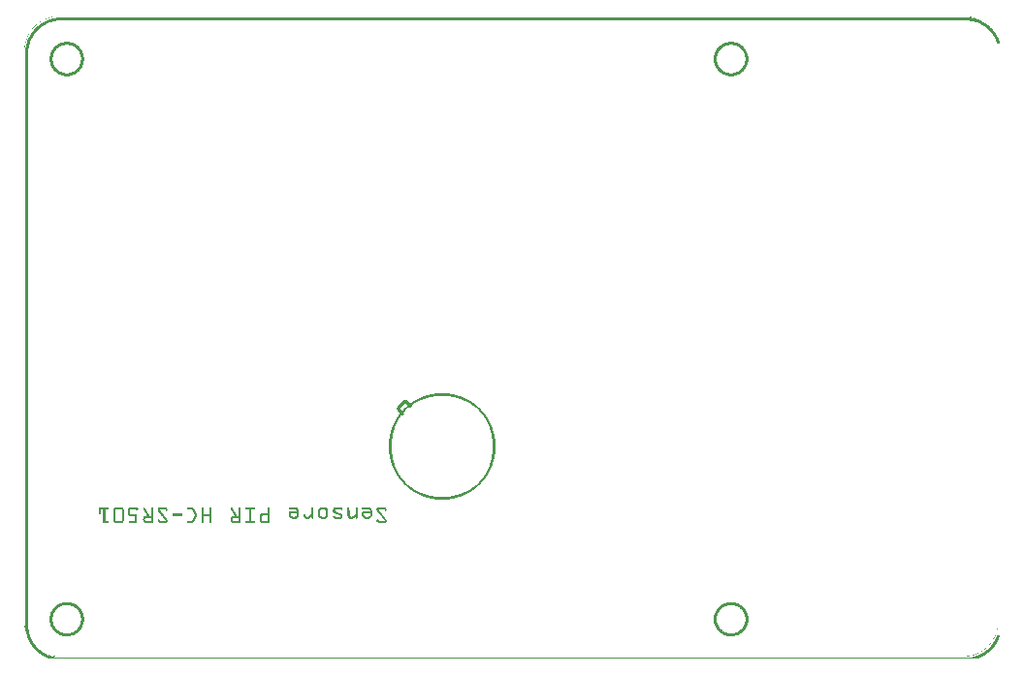
<source format=gto>
G04 MADE WITH FRITZING*
G04 WWW.FRITZING.ORG*
G04 DOUBLE SIDED*
G04 HOLES PLATED*
G04 CONTOUR ON CENTER OF CONTOUR VECTOR*
%ASAXBY*%
%FSLAX23Y23*%
%MOIN*%
%OFA0B0*%
%SFA1.0B1.0*%
%ADD10C,0.368606X0.348606*%
%ADD11C,0.010000*%
%ADD12R,0.001000X0.001000*%
%LNSILK1*%
G90*
G70*
G54D10*
X1444Y730D03*
G54D11*
X1306Y845D02*
X1289Y862D01*
D02*
X1332Y871D02*
X1316Y888D01*
D02*
X1288Y863D02*
X1314Y889D01*
G54D12*
X111Y2211D02*
X3250Y2211D01*
X104Y2210D02*
X110Y2210D01*
X3251Y2210D02*
X3256Y2210D01*
X99Y2209D02*
X103Y2209D01*
X3257Y2209D02*
X3261Y2209D01*
X95Y2208D02*
X98Y2208D01*
X3262Y2208D02*
X3265Y2208D01*
X92Y2207D02*
X94Y2207D01*
X123Y2207D02*
X3252Y2207D01*
X3266Y2207D02*
X3268Y2207D01*
X89Y2206D02*
X91Y2206D01*
X115Y2206D02*
X3261Y2206D01*
X3269Y2206D02*
X3272Y2206D01*
X86Y2205D02*
X88Y2205D01*
X109Y2205D02*
X3266Y2205D01*
X3273Y2205D02*
X3275Y2205D01*
X83Y2204D02*
X85Y2204D01*
X105Y2204D02*
X3271Y2204D01*
X3275Y2204D02*
X3277Y2204D01*
X80Y2203D02*
X82Y2203D01*
X101Y2203D02*
X3275Y2203D01*
X3278Y2203D02*
X3280Y2203D01*
X78Y2202D02*
X80Y2202D01*
X97Y2202D02*
X3278Y2202D01*
X3281Y2202D02*
X3282Y2202D01*
X76Y2201D02*
X77Y2201D01*
X94Y2201D02*
X3281Y2201D01*
X3283Y2201D02*
X3284Y2201D01*
X74Y2200D02*
X75Y2200D01*
X91Y2200D02*
X3286Y2200D01*
X72Y2199D02*
X73Y2199D01*
X89Y2199D02*
X3288Y2199D01*
X70Y2198D02*
X71Y2198D01*
X86Y2198D02*
X3290Y2198D01*
X68Y2197D02*
X69Y2197D01*
X84Y2197D02*
X131Y2197D01*
X3244Y2197D02*
X3292Y2197D01*
X66Y2196D02*
X67Y2196D01*
X82Y2196D02*
X117Y2196D01*
X3258Y2196D02*
X3294Y2196D01*
X65Y2195D02*
X66Y2195D01*
X80Y2195D02*
X111Y2195D01*
X3265Y2195D02*
X3296Y2195D01*
X63Y2194D02*
X64Y2194D01*
X78Y2194D02*
X106Y2194D01*
X3269Y2194D02*
X3298Y2194D01*
X61Y2193D02*
X62Y2193D01*
X76Y2193D02*
X102Y2193D01*
X3273Y2193D02*
X3300Y2193D01*
X60Y2192D02*
X61Y2192D01*
X74Y2192D02*
X99Y2192D01*
X3277Y2192D02*
X3302Y2192D01*
X58Y2191D02*
X59Y2191D01*
X72Y2191D02*
X96Y2191D01*
X3280Y2191D02*
X3303Y2191D01*
X57Y2190D02*
X58Y2190D01*
X70Y2190D02*
X93Y2190D01*
X3283Y2190D02*
X3305Y2190D01*
X56Y2189D02*
X56Y2189D01*
X69Y2189D02*
X90Y2189D01*
X3285Y2189D02*
X3307Y2189D01*
X54Y2188D02*
X55Y2188D01*
X67Y2188D02*
X88Y2188D01*
X3288Y2188D02*
X3308Y2188D01*
X53Y2187D02*
X54Y2187D01*
X66Y2187D02*
X86Y2187D01*
X3290Y2187D02*
X3310Y2187D01*
X52Y2186D02*
X52Y2186D01*
X64Y2186D02*
X83Y2186D01*
X3292Y2186D02*
X3311Y2186D01*
X50Y2185D02*
X51Y2185D01*
X63Y2185D02*
X81Y2185D01*
X3294Y2185D02*
X3313Y2185D01*
X49Y2184D02*
X50Y2184D01*
X61Y2184D02*
X80Y2184D01*
X3296Y2184D02*
X3314Y2184D01*
X48Y2183D02*
X49Y2183D01*
X60Y2183D02*
X78Y2183D01*
X3298Y2183D02*
X3316Y2183D01*
X47Y2182D02*
X47Y2182D01*
X58Y2182D02*
X76Y2182D01*
X3299Y2182D02*
X3317Y2182D01*
X46Y2181D02*
X46Y2181D01*
X57Y2181D02*
X74Y2181D01*
X3301Y2181D02*
X3318Y2181D01*
X45Y2180D02*
X45Y2180D01*
X56Y2180D02*
X73Y2180D01*
X3303Y2180D02*
X3320Y2180D01*
X44Y2179D02*
X44Y2179D01*
X55Y2179D02*
X71Y2179D01*
X3304Y2179D02*
X3321Y2179D01*
X43Y2178D02*
X43Y2178D01*
X53Y2178D02*
X70Y2178D01*
X3306Y2178D02*
X3322Y2178D01*
X42Y2177D02*
X42Y2177D01*
X52Y2177D02*
X68Y2177D01*
X3307Y2177D02*
X3323Y2177D01*
X41Y2176D02*
X41Y2176D01*
X51Y2176D02*
X67Y2176D01*
X3309Y2176D02*
X3324Y2176D01*
X40Y2175D02*
X40Y2175D01*
X50Y2175D02*
X66Y2175D01*
X3310Y2175D02*
X3325Y2175D01*
X39Y2174D02*
X39Y2174D01*
X49Y2174D02*
X64Y2174D01*
X3311Y2174D02*
X3326Y2174D01*
X38Y2173D02*
X38Y2173D01*
X48Y2173D02*
X63Y2173D01*
X3313Y2173D02*
X3327Y2173D01*
X37Y2172D02*
X37Y2172D01*
X47Y2172D02*
X62Y2172D01*
X3314Y2172D02*
X3329Y2172D01*
X36Y2171D02*
X36Y2171D01*
X46Y2171D02*
X60Y2171D01*
X3315Y2171D02*
X3330Y2171D01*
X35Y2170D02*
X36Y2170D01*
X45Y2170D02*
X59Y2170D01*
X3316Y2170D02*
X3331Y2170D01*
X34Y2169D02*
X35Y2169D01*
X44Y2169D02*
X58Y2169D01*
X3317Y2169D02*
X3331Y2169D01*
X34Y2168D02*
X34Y2168D01*
X43Y2168D02*
X57Y2168D01*
X3318Y2168D02*
X3332Y2168D01*
X33Y2167D02*
X33Y2167D01*
X42Y2167D02*
X56Y2167D01*
X3320Y2167D02*
X3333Y2167D01*
X32Y2166D02*
X32Y2166D01*
X41Y2166D02*
X55Y2166D01*
X3321Y2166D02*
X3334Y2166D01*
X31Y2165D02*
X31Y2165D01*
X40Y2165D02*
X54Y2165D01*
X3322Y2165D02*
X3335Y2165D01*
X30Y2164D02*
X31Y2164D01*
X39Y2164D02*
X53Y2164D01*
X3323Y2164D02*
X3336Y2164D01*
X30Y2163D02*
X30Y2163D01*
X39Y2163D02*
X52Y2163D01*
X3324Y2163D02*
X3337Y2163D01*
X29Y2162D02*
X29Y2162D01*
X38Y2162D02*
X51Y2162D01*
X3325Y2162D02*
X3338Y2162D01*
X28Y2161D02*
X28Y2161D01*
X37Y2161D02*
X50Y2161D01*
X3326Y2161D02*
X3338Y2161D01*
X28Y2160D02*
X28Y2160D01*
X36Y2160D02*
X49Y2160D01*
X3326Y2160D02*
X3339Y2160D01*
X27Y2159D02*
X27Y2159D01*
X35Y2159D02*
X48Y2159D01*
X3327Y2159D02*
X3340Y2159D01*
X26Y2158D02*
X26Y2158D01*
X35Y2158D02*
X47Y2158D01*
X3328Y2158D02*
X3341Y2158D01*
X26Y2157D02*
X26Y2157D01*
X34Y2157D02*
X46Y2157D01*
X3329Y2157D02*
X3341Y2157D01*
X25Y2156D02*
X25Y2156D01*
X33Y2156D02*
X45Y2156D01*
X3330Y2156D02*
X3342Y2156D01*
X24Y2155D02*
X24Y2155D01*
X32Y2155D02*
X44Y2155D01*
X3331Y2155D02*
X3343Y2155D01*
X24Y2154D02*
X24Y2154D01*
X32Y2154D02*
X44Y2154D01*
X3332Y2154D02*
X3344Y2154D01*
X23Y2153D02*
X23Y2153D01*
X31Y2153D02*
X43Y2153D01*
X3332Y2153D02*
X3344Y2153D01*
X23Y2152D02*
X23Y2152D01*
X30Y2152D02*
X42Y2152D01*
X3333Y2152D02*
X3345Y2152D01*
X22Y2151D02*
X22Y2151D01*
X30Y2151D02*
X41Y2151D01*
X3334Y2151D02*
X3346Y2151D01*
X21Y2150D02*
X22Y2150D01*
X29Y2150D02*
X41Y2150D01*
X3335Y2150D02*
X3346Y2150D01*
X21Y2149D02*
X21Y2149D01*
X29Y2149D02*
X40Y2149D01*
X3335Y2149D02*
X3347Y2149D01*
X20Y2148D02*
X20Y2148D01*
X28Y2148D02*
X39Y2148D01*
X3336Y2148D02*
X3348Y2148D01*
X20Y2147D02*
X20Y2147D01*
X27Y2147D02*
X38Y2147D01*
X3337Y2147D02*
X3348Y2147D01*
X19Y2146D02*
X19Y2146D01*
X27Y2146D02*
X38Y2146D01*
X3338Y2146D02*
X3349Y2146D01*
X19Y2145D02*
X19Y2145D01*
X26Y2145D02*
X37Y2145D01*
X3338Y2145D02*
X3349Y2145D01*
X18Y2144D02*
X18Y2144D01*
X26Y2144D02*
X37Y2144D01*
X3339Y2144D02*
X3350Y2144D01*
X18Y2143D02*
X18Y2143D01*
X25Y2143D02*
X36Y2143D01*
X3340Y2143D02*
X3350Y2143D01*
X17Y2142D02*
X18Y2142D01*
X24Y2142D02*
X35Y2142D01*
X3340Y2142D02*
X3351Y2142D01*
X17Y2141D02*
X17Y2141D01*
X24Y2141D02*
X35Y2141D01*
X3341Y2141D02*
X3351Y2141D01*
X17Y2140D02*
X17Y2140D01*
X23Y2140D02*
X34Y2140D01*
X3341Y2140D02*
X3352Y2140D01*
X16Y2139D02*
X16Y2139D01*
X23Y2139D02*
X34Y2139D01*
X3342Y2139D02*
X3352Y2139D01*
X16Y2138D02*
X16Y2138D01*
X22Y2138D02*
X33Y2138D01*
X3342Y2138D02*
X3353Y2138D01*
X15Y2137D02*
X15Y2137D01*
X22Y2137D02*
X32Y2137D01*
X3343Y2137D02*
X3353Y2137D01*
X15Y2136D02*
X15Y2136D01*
X21Y2136D02*
X32Y2136D01*
X3343Y2136D02*
X3354Y2136D01*
X15Y2135D02*
X15Y2135D01*
X21Y2135D02*
X31Y2135D01*
X3344Y2135D02*
X3354Y2135D01*
X14Y2134D02*
X14Y2134D01*
X21Y2134D02*
X31Y2134D01*
X3345Y2134D02*
X3355Y2134D01*
X14Y2133D02*
X14Y2133D01*
X20Y2133D02*
X30Y2133D01*
X3345Y2133D02*
X3355Y2133D01*
X13Y2132D02*
X14Y2132D01*
X20Y2132D02*
X30Y2132D01*
X3345Y2132D02*
X3356Y2132D01*
X13Y2131D02*
X13Y2131D01*
X19Y2131D02*
X29Y2131D01*
X3346Y2131D02*
X3356Y2131D01*
X13Y2130D02*
X13Y2130D01*
X19Y2130D02*
X29Y2130D01*
X3346Y2130D02*
X3357Y2130D01*
X12Y2129D02*
X13Y2129D01*
X18Y2129D02*
X29Y2129D01*
X3347Y2129D02*
X3357Y2129D01*
X12Y2128D02*
X12Y2128D01*
X18Y2128D02*
X28Y2128D01*
X3347Y2128D02*
X3357Y2128D01*
X12Y2127D02*
X12Y2127D01*
X18Y2127D02*
X28Y2127D01*
X3348Y2127D02*
X3358Y2127D01*
X12Y2126D02*
X12Y2126D01*
X17Y2126D02*
X27Y2126D01*
X3348Y2126D02*
X3358Y2126D01*
X11Y2125D02*
X11Y2125D01*
X17Y2125D02*
X27Y2125D01*
X3348Y2125D02*
X3358Y2125D01*
X11Y2124D02*
X11Y2124D01*
X17Y2124D02*
X26Y2124D01*
X3349Y2124D02*
X3359Y2124D01*
X11Y2123D02*
X11Y2123D01*
X16Y2123D02*
X26Y2123D01*
X144Y2123D02*
X161Y2123D01*
X2427Y2123D02*
X2444Y2123D01*
X3349Y2123D02*
X3359Y2123D01*
X10Y2122D02*
X11Y2122D01*
X16Y2122D02*
X26Y2122D01*
X139Y2122D02*
X166Y2122D01*
X2422Y2122D02*
X2449Y2122D01*
X3350Y2122D02*
X3359Y2122D01*
X10Y2121D02*
X10Y2121D01*
X16Y2121D02*
X25Y2121D01*
X135Y2121D02*
X170Y2121D01*
X2418Y2121D02*
X2453Y2121D01*
X3350Y2121D02*
X3360Y2121D01*
X10Y2120D02*
X10Y2120D01*
X15Y2120D02*
X25Y2120D01*
X132Y2120D02*
X172Y2120D01*
X2416Y2120D02*
X2456Y2120D01*
X3350Y2120D02*
X3360Y2120D01*
X10Y2119D02*
X10Y2119D01*
X15Y2119D02*
X25Y2119D01*
X130Y2119D02*
X175Y2119D01*
X2413Y2119D02*
X2458Y2119D01*
X3350Y2119D02*
X3360Y2119D01*
X10Y2118D02*
X10Y2118D01*
X15Y2118D02*
X24Y2118D01*
X128Y2118D02*
X177Y2118D01*
X2411Y2118D02*
X2460Y2118D01*
X9Y2117D02*
X9Y2117D01*
X14Y2117D02*
X24Y2117D01*
X125Y2117D02*
X179Y2117D01*
X2409Y2117D02*
X2463Y2117D01*
X9Y2116D02*
X9Y2116D01*
X14Y2116D02*
X24Y2116D01*
X124Y2116D02*
X181Y2116D01*
X2407Y2116D02*
X2464Y2116D01*
X9Y2115D02*
X9Y2115D01*
X14Y2115D02*
X24Y2115D01*
X122Y2115D02*
X183Y2115D01*
X2405Y2115D02*
X2466Y2115D01*
X9Y2114D02*
X9Y2114D01*
X14Y2114D02*
X23Y2114D01*
X120Y2114D02*
X184Y2114D01*
X2404Y2114D02*
X2468Y2114D01*
X9Y2113D02*
X9Y2113D01*
X13Y2113D02*
X23Y2113D01*
X119Y2113D02*
X146Y2113D01*
X159Y2113D02*
X186Y2113D01*
X2402Y2113D02*
X2429Y2113D01*
X2442Y2113D02*
X2469Y2113D01*
X8Y2112D02*
X8Y2112D01*
X13Y2112D02*
X23Y2112D01*
X117Y2112D02*
X140Y2112D01*
X165Y2112D02*
X187Y2112D01*
X2401Y2112D02*
X2424Y2112D01*
X2448Y2112D02*
X2471Y2112D01*
X8Y2111D02*
X8Y2111D01*
X13Y2111D02*
X22Y2111D01*
X116Y2111D02*
X136Y2111D01*
X168Y2111D02*
X189Y2111D01*
X2399Y2111D02*
X2420Y2111D01*
X2452Y2111D02*
X2472Y2111D01*
X8Y2110D02*
X8Y2110D01*
X13Y2110D02*
X22Y2110D01*
X115Y2110D02*
X134Y2110D01*
X171Y2110D02*
X190Y2110D01*
X2398Y2110D02*
X2417Y2110D01*
X2454Y2110D02*
X2473Y2110D01*
X8Y2109D02*
X8Y2109D01*
X12Y2109D02*
X22Y2109D01*
X114Y2109D02*
X131Y2109D01*
X173Y2109D02*
X191Y2109D01*
X2397Y2109D02*
X2415Y2109D01*
X2457Y2109D02*
X2474Y2109D01*
X8Y2108D02*
X8Y2108D01*
X12Y2108D02*
X22Y2108D01*
X113Y2108D02*
X129Y2108D01*
X175Y2108D02*
X192Y2108D01*
X2396Y2108D02*
X2413Y2108D01*
X2459Y2108D02*
X2475Y2108D01*
X3352Y2108D02*
X3352Y2108D01*
X8Y2107D02*
X8Y2107D01*
X12Y2107D02*
X22Y2107D01*
X112Y2107D02*
X128Y2107D01*
X177Y2107D02*
X193Y2107D01*
X2395Y2107D02*
X2411Y2107D01*
X2460Y2107D02*
X2477Y2107D01*
X3352Y2107D02*
X3352Y2107D01*
X8Y2106D02*
X8Y2106D01*
X12Y2106D02*
X21Y2106D01*
X110Y2106D02*
X126Y2106D01*
X179Y2106D02*
X194Y2106D01*
X2394Y2106D02*
X2409Y2106D01*
X2462Y2106D02*
X2478Y2106D01*
X8Y2105D02*
X8Y2105D01*
X12Y2105D02*
X21Y2105D01*
X110Y2105D02*
X124Y2105D01*
X180Y2105D02*
X195Y2105D01*
X2393Y2105D02*
X2408Y2105D01*
X2464Y2105D02*
X2478Y2105D01*
X7Y2104D02*
X7Y2104D01*
X12Y2104D02*
X21Y2104D01*
X109Y2104D02*
X123Y2104D01*
X182Y2104D02*
X196Y2104D01*
X2392Y2104D02*
X2406Y2104D01*
X2465Y2104D02*
X2479Y2104D01*
X7Y2103D02*
X7Y2103D01*
X11Y2103D02*
X21Y2103D01*
X108Y2103D02*
X122Y2103D01*
X183Y2103D02*
X197Y2103D01*
X2391Y2103D02*
X2405Y2103D01*
X2466Y2103D02*
X2480Y2103D01*
X3353Y2103D02*
X3353Y2103D01*
X7Y2102D02*
X7Y2102D01*
X11Y2102D02*
X21Y2102D01*
X107Y2102D02*
X120Y2102D01*
X184Y2102D02*
X198Y2102D01*
X2390Y2102D02*
X2404Y2102D01*
X2468Y2102D02*
X2481Y2102D01*
X3353Y2102D02*
X3353Y2102D01*
X7Y2101D02*
X7Y2101D01*
X11Y2101D02*
X21Y2101D01*
X106Y2101D02*
X119Y2101D01*
X185Y2101D02*
X198Y2101D01*
X2390Y2101D02*
X2403Y2101D01*
X2469Y2101D02*
X2482Y2101D01*
X3353Y2101D02*
X3353Y2101D01*
X7Y2100D02*
X7Y2100D01*
X11Y2100D02*
X20Y2100D01*
X105Y2100D02*
X118Y2100D01*
X186Y2100D02*
X199Y2100D01*
X2389Y2100D02*
X2402Y2100D01*
X2470Y2100D02*
X2483Y2100D01*
X3353Y2100D02*
X3353Y2100D01*
X7Y2099D02*
X7Y2099D01*
X11Y2099D02*
X20Y2099D01*
X105Y2099D02*
X117Y2099D01*
X187Y2099D02*
X200Y2099D01*
X2388Y2099D02*
X2401Y2099D01*
X2471Y2099D02*
X2483Y2099D01*
X3353Y2099D02*
X3353Y2099D01*
X7Y2098D02*
X7Y2098D01*
X11Y2098D02*
X20Y2098D01*
X104Y2098D02*
X116Y2098D01*
X188Y2098D02*
X201Y2098D01*
X2387Y2098D02*
X2400Y2098D01*
X2472Y2098D02*
X2484Y2098D01*
X3353Y2098D02*
X3353Y2098D01*
X7Y2097D02*
X7Y2097D01*
X11Y2097D02*
X20Y2097D01*
X103Y2097D02*
X115Y2097D01*
X189Y2097D02*
X201Y2097D01*
X2387Y2097D02*
X2399Y2097D01*
X2473Y2097D02*
X2485Y2097D01*
X3353Y2097D02*
X3353Y2097D01*
X7Y2096D02*
X7Y2096D01*
X10Y2096D02*
X20Y2096D01*
X103Y2096D02*
X114Y2096D01*
X190Y2096D02*
X202Y2096D01*
X2386Y2096D02*
X2398Y2096D01*
X2474Y2096D02*
X2485Y2096D01*
X3353Y2096D02*
X3353Y2096D01*
X7Y2095D02*
X7Y2095D01*
X10Y2095D02*
X20Y2095D01*
X102Y2095D02*
X114Y2095D01*
X191Y2095D02*
X203Y2095D01*
X2385Y2095D02*
X2397Y2095D01*
X2474Y2095D02*
X2486Y2095D01*
X3353Y2095D02*
X3353Y2095D01*
X7Y2094D02*
X7Y2094D01*
X10Y2094D02*
X20Y2094D01*
X102Y2094D02*
X113Y2094D01*
X192Y2094D02*
X203Y2094D01*
X2385Y2094D02*
X2396Y2094D01*
X2475Y2094D02*
X2487Y2094D01*
X3353Y2094D02*
X3353Y2094D01*
X7Y2093D02*
X7Y2093D01*
X10Y2093D02*
X20Y2093D01*
X101Y2093D02*
X112Y2093D01*
X193Y2093D02*
X204Y2093D01*
X2384Y2093D02*
X2395Y2093D01*
X2476Y2093D02*
X2487Y2093D01*
X3353Y2093D02*
X3353Y2093D01*
X7Y2092D02*
X7Y2092D01*
X10Y2092D02*
X20Y2092D01*
X100Y2092D02*
X111Y2092D01*
X193Y2092D02*
X204Y2092D01*
X2384Y2092D02*
X2395Y2092D01*
X2477Y2092D02*
X2488Y2092D01*
X3353Y2092D02*
X3353Y2092D01*
X7Y2091D02*
X7Y2091D01*
X10Y2091D02*
X19Y2091D01*
X100Y2091D02*
X111Y2091D01*
X194Y2091D02*
X205Y2091D01*
X2383Y2091D02*
X2394Y2091D01*
X2477Y2091D02*
X2488Y2091D01*
X3353Y2091D02*
X3353Y2091D01*
X7Y2090D02*
X7Y2090D01*
X10Y2090D02*
X19Y2090D01*
X99Y2090D02*
X110Y2090D01*
X195Y2090D02*
X205Y2090D01*
X2383Y2090D02*
X2393Y2090D01*
X2478Y2090D02*
X2489Y2090D01*
X3353Y2090D02*
X3353Y2090D01*
X7Y2089D02*
X7Y2089D01*
X10Y2089D02*
X19Y2089D01*
X99Y2089D02*
X109Y2089D01*
X195Y2089D02*
X206Y2089D01*
X2382Y2089D02*
X2393Y2089D01*
X2479Y2089D02*
X2489Y2089D01*
X3353Y2089D02*
X3353Y2089D01*
X7Y2088D02*
X7Y2088D01*
X10Y2088D02*
X19Y2088D01*
X98Y2088D02*
X109Y2088D01*
X196Y2088D02*
X206Y2088D01*
X2382Y2088D02*
X2392Y2088D01*
X2479Y2088D02*
X2490Y2088D01*
X3353Y2088D02*
X3353Y2088D01*
X7Y2087D02*
X7Y2087D01*
X10Y2087D02*
X19Y2087D01*
X98Y2087D02*
X108Y2087D01*
X196Y2087D02*
X207Y2087D01*
X2381Y2087D02*
X2392Y2087D01*
X2480Y2087D02*
X2490Y2087D01*
X3353Y2087D02*
X3353Y2087D01*
X7Y2086D02*
X7Y2086D01*
X10Y2086D02*
X19Y2086D01*
X98Y2086D02*
X108Y2086D01*
X197Y2086D02*
X207Y2086D01*
X2381Y2086D02*
X2391Y2086D01*
X2480Y2086D02*
X2490Y2086D01*
X3353Y2086D02*
X3353Y2086D01*
X7Y2085D02*
X7Y2085D01*
X10Y2085D02*
X19Y2085D01*
X97Y2085D02*
X107Y2085D01*
X197Y2085D02*
X207Y2085D01*
X2381Y2085D02*
X2391Y2085D01*
X2481Y2085D02*
X2491Y2085D01*
X3353Y2085D02*
X3353Y2085D01*
X7Y2084D02*
X7Y2084D01*
X10Y2084D02*
X19Y2084D01*
X97Y2084D02*
X107Y2084D01*
X198Y2084D02*
X208Y2084D01*
X2380Y2084D02*
X2390Y2084D01*
X2481Y2084D02*
X2491Y2084D01*
X3353Y2084D02*
X3353Y2084D01*
X7Y2083D02*
X7Y2083D01*
X10Y2083D02*
X19Y2083D01*
X97Y2083D02*
X106Y2083D01*
X198Y2083D02*
X208Y2083D01*
X2380Y2083D02*
X2390Y2083D01*
X2482Y2083D02*
X2491Y2083D01*
X3353Y2083D02*
X3353Y2083D01*
X7Y2082D02*
X7Y2082D01*
X10Y2082D02*
X19Y2082D01*
X96Y2082D02*
X106Y2082D01*
X199Y2082D02*
X208Y2082D01*
X2380Y2082D02*
X2389Y2082D01*
X2482Y2082D02*
X2492Y2082D01*
X3353Y2082D02*
X3353Y2082D01*
X7Y2081D02*
X7Y2081D01*
X10Y2081D02*
X19Y2081D01*
X96Y2081D02*
X106Y2081D01*
X199Y2081D02*
X209Y2081D01*
X2379Y2081D02*
X2389Y2081D01*
X2482Y2081D02*
X2492Y2081D01*
X3353Y2081D02*
X3353Y2081D01*
X7Y2080D02*
X7Y2080D01*
X10Y2080D02*
X19Y2080D01*
X96Y2080D02*
X105Y2080D01*
X199Y2080D02*
X209Y2080D01*
X2379Y2080D02*
X2389Y2080D01*
X2483Y2080D02*
X2492Y2080D01*
X3353Y2080D02*
X3353Y2080D01*
X7Y2079D02*
X7Y2079D01*
X10Y2079D02*
X19Y2079D01*
X95Y2079D02*
X105Y2079D01*
X200Y2079D02*
X209Y2079D01*
X2379Y2079D02*
X2388Y2079D01*
X2483Y2079D02*
X2493Y2079D01*
X3353Y2079D02*
X3353Y2079D01*
X7Y2078D02*
X7Y2078D01*
X10Y2078D02*
X19Y2078D01*
X95Y2078D02*
X105Y2078D01*
X200Y2078D02*
X210Y2078D01*
X2379Y2078D02*
X2388Y2078D01*
X2483Y2078D02*
X2493Y2078D01*
X3353Y2078D02*
X3353Y2078D01*
X7Y2077D02*
X7Y2077D01*
X10Y2077D02*
X19Y2077D01*
X95Y2077D02*
X105Y2077D01*
X200Y2077D02*
X210Y2077D01*
X2378Y2077D02*
X2388Y2077D01*
X2484Y2077D02*
X2493Y2077D01*
X3353Y2077D02*
X3353Y2077D01*
X7Y2076D02*
X7Y2076D01*
X10Y2076D02*
X19Y2076D01*
X95Y2076D02*
X104Y2076D01*
X200Y2076D02*
X210Y2076D01*
X2378Y2076D02*
X2388Y2076D01*
X2484Y2076D02*
X2493Y2076D01*
X3353Y2076D02*
X3353Y2076D01*
X7Y2075D02*
X7Y2075D01*
X10Y2075D02*
X19Y2075D01*
X95Y2075D02*
X104Y2075D01*
X201Y2075D02*
X210Y2075D01*
X2378Y2075D02*
X2387Y2075D01*
X2484Y2075D02*
X2493Y2075D01*
X3353Y2075D02*
X3353Y2075D01*
X7Y2074D02*
X7Y2074D01*
X10Y2074D02*
X19Y2074D01*
X94Y2074D02*
X104Y2074D01*
X201Y2074D02*
X210Y2074D01*
X2378Y2074D02*
X2387Y2074D01*
X2484Y2074D02*
X2494Y2074D01*
X3353Y2074D02*
X3353Y2074D01*
X7Y2073D02*
X7Y2073D01*
X10Y2073D02*
X19Y2073D01*
X94Y2073D02*
X104Y2073D01*
X201Y2073D02*
X210Y2073D01*
X2378Y2073D02*
X2387Y2073D01*
X2484Y2073D02*
X2494Y2073D01*
X3353Y2073D02*
X3353Y2073D01*
X7Y2072D02*
X7Y2072D01*
X10Y2072D02*
X19Y2072D01*
X94Y2072D02*
X104Y2072D01*
X201Y2072D02*
X211Y2072D01*
X2377Y2072D02*
X2387Y2072D01*
X2485Y2072D02*
X2494Y2072D01*
X3353Y2072D02*
X3353Y2072D01*
X7Y2071D02*
X7Y2071D01*
X10Y2071D02*
X19Y2071D01*
X94Y2071D02*
X103Y2071D01*
X201Y2071D02*
X211Y2071D01*
X2377Y2071D02*
X2387Y2071D01*
X2485Y2071D02*
X2494Y2071D01*
X3353Y2071D02*
X3353Y2071D01*
X7Y2070D02*
X7Y2070D01*
X10Y2070D02*
X19Y2070D01*
X94Y2070D02*
X103Y2070D01*
X201Y2070D02*
X211Y2070D01*
X2377Y2070D02*
X2387Y2070D01*
X2485Y2070D02*
X2494Y2070D01*
X3353Y2070D02*
X3353Y2070D01*
X7Y2069D02*
X7Y2069D01*
X10Y2069D02*
X19Y2069D01*
X94Y2069D02*
X103Y2069D01*
X202Y2069D02*
X211Y2069D01*
X2377Y2069D02*
X2386Y2069D01*
X2485Y2069D02*
X2494Y2069D01*
X3353Y2069D02*
X3353Y2069D01*
X7Y2068D02*
X7Y2068D01*
X10Y2068D02*
X19Y2068D01*
X94Y2068D02*
X103Y2068D01*
X202Y2068D02*
X211Y2068D01*
X2377Y2068D02*
X2386Y2068D01*
X2485Y2068D02*
X2494Y2068D01*
X3353Y2068D02*
X3353Y2068D01*
X7Y2067D02*
X7Y2067D01*
X10Y2067D02*
X19Y2067D01*
X94Y2067D02*
X103Y2067D01*
X202Y2067D02*
X211Y2067D01*
X2377Y2067D02*
X2386Y2067D01*
X2485Y2067D02*
X2494Y2067D01*
X3353Y2067D02*
X3353Y2067D01*
X7Y2066D02*
X7Y2066D01*
X10Y2066D02*
X19Y2066D01*
X94Y2066D02*
X103Y2066D01*
X202Y2066D02*
X211Y2066D01*
X2377Y2066D02*
X2386Y2066D01*
X2485Y2066D02*
X2494Y2066D01*
X3353Y2066D02*
X3353Y2066D01*
X7Y2065D02*
X7Y2065D01*
X10Y2065D02*
X19Y2065D01*
X94Y2065D02*
X103Y2065D01*
X202Y2065D02*
X211Y2065D01*
X2377Y2065D02*
X2386Y2065D01*
X2485Y2065D02*
X2494Y2065D01*
X3353Y2065D02*
X3353Y2065D01*
X7Y2064D02*
X7Y2064D01*
X10Y2064D02*
X19Y2064D01*
X94Y2064D02*
X103Y2064D01*
X202Y2064D02*
X211Y2064D01*
X2377Y2064D02*
X2386Y2064D01*
X2485Y2064D02*
X2494Y2064D01*
X3353Y2064D02*
X3353Y2064D01*
X7Y2063D02*
X7Y2063D01*
X10Y2063D02*
X19Y2063D01*
X94Y2063D02*
X103Y2063D01*
X202Y2063D02*
X211Y2063D01*
X2377Y2063D02*
X2386Y2063D01*
X2485Y2063D02*
X2494Y2063D01*
X3353Y2063D02*
X3353Y2063D01*
X7Y2062D02*
X7Y2062D01*
X10Y2062D02*
X19Y2062D01*
X94Y2062D02*
X103Y2062D01*
X202Y2062D02*
X211Y2062D01*
X2377Y2062D02*
X2386Y2062D01*
X2485Y2062D02*
X2494Y2062D01*
X3353Y2062D02*
X3353Y2062D01*
X7Y2061D02*
X7Y2061D01*
X10Y2061D02*
X19Y2061D01*
X94Y2061D02*
X103Y2061D01*
X202Y2061D02*
X211Y2061D01*
X2377Y2061D02*
X2386Y2061D01*
X2485Y2061D02*
X2494Y2061D01*
X3353Y2061D02*
X3353Y2061D01*
X7Y2060D02*
X7Y2060D01*
X10Y2060D02*
X19Y2060D01*
X94Y2060D02*
X103Y2060D01*
X202Y2060D02*
X211Y2060D01*
X2377Y2060D02*
X2386Y2060D01*
X2485Y2060D02*
X2494Y2060D01*
X3353Y2060D02*
X3353Y2060D01*
X7Y2059D02*
X7Y2059D01*
X10Y2059D02*
X19Y2059D01*
X94Y2059D02*
X103Y2059D01*
X201Y2059D02*
X211Y2059D01*
X2377Y2059D02*
X2387Y2059D01*
X2485Y2059D02*
X2494Y2059D01*
X3353Y2059D02*
X3353Y2059D01*
X7Y2058D02*
X7Y2058D01*
X10Y2058D02*
X19Y2058D01*
X94Y2058D02*
X103Y2058D01*
X201Y2058D02*
X211Y2058D01*
X2377Y2058D02*
X2387Y2058D01*
X2485Y2058D02*
X2494Y2058D01*
X3353Y2058D02*
X3353Y2058D01*
X7Y2057D02*
X7Y2057D01*
X10Y2057D02*
X19Y2057D01*
X94Y2057D02*
X104Y2057D01*
X201Y2057D02*
X211Y2057D01*
X2377Y2057D02*
X2387Y2057D01*
X2485Y2057D02*
X2494Y2057D01*
X3353Y2057D02*
X3353Y2057D01*
X7Y2056D02*
X7Y2056D01*
X10Y2056D02*
X19Y2056D01*
X94Y2056D02*
X104Y2056D01*
X201Y2056D02*
X210Y2056D01*
X2378Y2056D02*
X2387Y2056D01*
X2484Y2056D02*
X2494Y2056D01*
X3353Y2056D02*
X3353Y2056D01*
X7Y2055D02*
X7Y2055D01*
X10Y2055D02*
X19Y2055D01*
X94Y2055D02*
X104Y2055D01*
X201Y2055D02*
X210Y2055D01*
X2378Y2055D02*
X2387Y2055D01*
X2484Y2055D02*
X2494Y2055D01*
X3353Y2055D02*
X3353Y2055D01*
X7Y2054D02*
X7Y2054D01*
X10Y2054D02*
X19Y2054D01*
X95Y2054D02*
X104Y2054D01*
X201Y2054D02*
X210Y2054D01*
X2378Y2054D02*
X2387Y2054D01*
X2484Y2054D02*
X2493Y2054D01*
X3353Y2054D02*
X3353Y2054D01*
X7Y2053D02*
X7Y2053D01*
X10Y2053D02*
X19Y2053D01*
X95Y2053D02*
X104Y2053D01*
X200Y2053D02*
X210Y2053D01*
X2378Y2053D02*
X2388Y2053D01*
X2484Y2053D02*
X2493Y2053D01*
X3353Y2053D02*
X3353Y2053D01*
X7Y2052D02*
X7Y2052D01*
X10Y2052D02*
X19Y2052D01*
X95Y2052D02*
X105Y2052D01*
X200Y2052D02*
X210Y2052D01*
X2378Y2052D02*
X2388Y2052D01*
X2484Y2052D02*
X2493Y2052D01*
X3353Y2052D02*
X3353Y2052D01*
X7Y2051D02*
X7Y2051D01*
X10Y2051D02*
X19Y2051D01*
X95Y2051D02*
X105Y2051D01*
X200Y2051D02*
X210Y2051D01*
X2379Y2051D02*
X2388Y2051D01*
X2483Y2051D02*
X2493Y2051D01*
X3353Y2051D02*
X3353Y2051D01*
X7Y2050D02*
X7Y2050D01*
X10Y2050D02*
X19Y2050D01*
X95Y2050D02*
X105Y2050D01*
X200Y2050D02*
X209Y2050D01*
X2379Y2050D02*
X2388Y2050D01*
X2483Y2050D02*
X2493Y2050D01*
X3353Y2050D02*
X3353Y2050D01*
X7Y2049D02*
X7Y2049D01*
X10Y2049D02*
X19Y2049D01*
X96Y2049D02*
X105Y2049D01*
X199Y2049D02*
X209Y2049D01*
X2379Y2049D02*
X2389Y2049D01*
X2483Y2049D02*
X2492Y2049D01*
X3353Y2049D02*
X3353Y2049D01*
X7Y2048D02*
X7Y2048D01*
X10Y2048D02*
X19Y2048D01*
X96Y2048D02*
X106Y2048D01*
X199Y2048D02*
X209Y2048D01*
X2379Y2048D02*
X2389Y2048D01*
X2482Y2048D02*
X2492Y2048D01*
X3353Y2048D02*
X3353Y2048D01*
X7Y2047D02*
X7Y2047D01*
X10Y2047D02*
X19Y2047D01*
X96Y2047D02*
X106Y2047D01*
X199Y2047D02*
X208Y2047D01*
X2380Y2047D02*
X2389Y2047D01*
X2482Y2047D02*
X2492Y2047D01*
X3353Y2047D02*
X3353Y2047D01*
X7Y2046D02*
X7Y2046D01*
X10Y2046D02*
X19Y2046D01*
X97Y2046D02*
X106Y2046D01*
X198Y2046D02*
X208Y2046D01*
X2380Y2046D02*
X2390Y2046D01*
X2482Y2046D02*
X2491Y2046D01*
X3353Y2046D02*
X3353Y2046D01*
X7Y2045D02*
X7Y2045D01*
X10Y2045D02*
X19Y2045D01*
X97Y2045D02*
X107Y2045D01*
X198Y2045D02*
X208Y2045D01*
X2380Y2045D02*
X2390Y2045D01*
X2481Y2045D02*
X2491Y2045D01*
X3353Y2045D02*
X3353Y2045D01*
X7Y2044D02*
X7Y2044D01*
X10Y2044D02*
X19Y2044D01*
X97Y2044D02*
X107Y2044D01*
X197Y2044D02*
X207Y2044D01*
X2381Y2044D02*
X2391Y2044D01*
X2481Y2044D02*
X2491Y2044D01*
X3353Y2044D02*
X3353Y2044D01*
X7Y2043D02*
X7Y2043D01*
X10Y2043D02*
X19Y2043D01*
X98Y2043D02*
X108Y2043D01*
X197Y2043D02*
X207Y2043D01*
X2381Y2043D02*
X2391Y2043D01*
X2480Y2043D02*
X2490Y2043D01*
X3353Y2043D02*
X3353Y2043D01*
X7Y2042D02*
X7Y2042D01*
X10Y2042D02*
X19Y2042D01*
X98Y2042D02*
X108Y2042D01*
X196Y2042D02*
X207Y2042D01*
X2381Y2042D02*
X2392Y2042D01*
X2480Y2042D02*
X2490Y2042D01*
X3353Y2042D02*
X3353Y2042D01*
X7Y2041D02*
X7Y2041D01*
X10Y2041D02*
X19Y2041D01*
X98Y2041D02*
X109Y2041D01*
X196Y2041D02*
X206Y2041D01*
X2382Y2041D02*
X2392Y2041D01*
X2479Y2041D02*
X2490Y2041D01*
X3353Y2041D02*
X3353Y2041D01*
X7Y2040D02*
X7Y2040D01*
X10Y2040D02*
X19Y2040D01*
X99Y2040D02*
X109Y2040D01*
X195Y2040D02*
X206Y2040D01*
X2382Y2040D02*
X2393Y2040D01*
X2479Y2040D02*
X2489Y2040D01*
X3353Y2040D02*
X3353Y2040D01*
X7Y2039D02*
X7Y2039D01*
X10Y2039D02*
X19Y2039D01*
X99Y2039D02*
X110Y2039D01*
X195Y2039D02*
X205Y2039D01*
X2383Y2039D02*
X2393Y2039D01*
X2478Y2039D02*
X2489Y2039D01*
X3353Y2039D02*
X3353Y2039D01*
X7Y2038D02*
X7Y2038D01*
X10Y2038D02*
X19Y2038D01*
X100Y2038D02*
X111Y2038D01*
X194Y2038D02*
X205Y2038D01*
X2383Y2038D02*
X2394Y2038D01*
X2477Y2038D02*
X2488Y2038D01*
X3353Y2038D02*
X3353Y2038D01*
X7Y2037D02*
X7Y2037D01*
X10Y2037D02*
X19Y2037D01*
X100Y2037D02*
X111Y2037D01*
X193Y2037D02*
X204Y2037D01*
X2384Y2037D02*
X2395Y2037D01*
X2477Y2037D02*
X2488Y2037D01*
X3353Y2037D02*
X3353Y2037D01*
X7Y2036D02*
X7Y2036D01*
X10Y2036D02*
X19Y2036D01*
X101Y2036D02*
X112Y2036D01*
X193Y2036D02*
X204Y2036D01*
X2384Y2036D02*
X2395Y2036D01*
X2476Y2036D02*
X2487Y2036D01*
X3353Y2036D02*
X3353Y2036D01*
X7Y2035D02*
X7Y2035D01*
X10Y2035D02*
X19Y2035D01*
X101Y2035D02*
X113Y2035D01*
X192Y2035D02*
X203Y2035D01*
X2385Y2035D02*
X2396Y2035D01*
X2475Y2035D02*
X2487Y2035D01*
X3353Y2035D02*
X3353Y2035D01*
X7Y2034D02*
X7Y2034D01*
X10Y2034D02*
X19Y2034D01*
X102Y2034D02*
X114Y2034D01*
X191Y2034D02*
X203Y2034D01*
X2385Y2034D02*
X2397Y2034D01*
X2474Y2034D02*
X2486Y2034D01*
X3353Y2034D02*
X3353Y2034D01*
X7Y2033D02*
X7Y2033D01*
X10Y2033D02*
X19Y2033D01*
X103Y2033D02*
X114Y2033D01*
X190Y2033D02*
X202Y2033D01*
X2386Y2033D02*
X2398Y2033D01*
X2474Y2033D02*
X2485Y2033D01*
X3353Y2033D02*
X3353Y2033D01*
X7Y2032D02*
X7Y2032D01*
X10Y2032D02*
X19Y2032D01*
X103Y2032D02*
X115Y2032D01*
X189Y2032D02*
X201Y2032D01*
X2387Y2032D02*
X2399Y2032D01*
X2473Y2032D02*
X2485Y2032D01*
X3353Y2032D02*
X3353Y2032D01*
X7Y2031D02*
X7Y2031D01*
X10Y2031D02*
X19Y2031D01*
X104Y2031D02*
X116Y2031D01*
X188Y2031D02*
X201Y2031D01*
X2387Y2031D02*
X2400Y2031D01*
X2472Y2031D02*
X2484Y2031D01*
X3353Y2031D02*
X3353Y2031D01*
X7Y2030D02*
X7Y2030D01*
X10Y2030D02*
X19Y2030D01*
X105Y2030D02*
X117Y2030D01*
X187Y2030D02*
X200Y2030D01*
X2388Y2030D02*
X2401Y2030D01*
X2471Y2030D02*
X2483Y2030D01*
X3353Y2030D02*
X3353Y2030D01*
X7Y2029D02*
X7Y2029D01*
X10Y2029D02*
X19Y2029D01*
X105Y2029D02*
X118Y2029D01*
X186Y2029D02*
X199Y2029D01*
X2389Y2029D02*
X2402Y2029D01*
X2470Y2029D02*
X2483Y2029D01*
X3353Y2029D02*
X3353Y2029D01*
X7Y2028D02*
X7Y2028D01*
X10Y2028D02*
X19Y2028D01*
X106Y2028D02*
X119Y2028D01*
X185Y2028D02*
X199Y2028D01*
X2390Y2028D02*
X2403Y2028D01*
X2469Y2028D02*
X2482Y2028D01*
X3353Y2028D02*
X3353Y2028D01*
X7Y2027D02*
X7Y2027D01*
X10Y2027D02*
X19Y2027D01*
X107Y2027D02*
X120Y2027D01*
X184Y2027D02*
X198Y2027D01*
X2390Y2027D02*
X2404Y2027D01*
X2468Y2027D02*
X2481Y2027D01*
X3353Y2027D02*
X3353Y2027D01*
X7Y2026D02*
X7Y2026D01*
X10Y2026D02*
X19Y2026D01*
X108Y2026D02*
X122Y2026D01*
X183Y2026D02*
X197Y2026D01*
X2391Y2026D02*
X2405Y2026D01*
X2466Y2026D02*
X2480Y2026D01*
X3353Y2026D02*
X3353Y2026D01*
X7Y2025D02*
X7Y2025D01*
X10Y2025D02*
X19Y2025D01*
X109Y2025D02*
X123Y2025D01*
X182Y2025D02*
X196Y2025D01*
X2392Y2025D02*
X2406Y2025D01*
X2465Y2025D02*
X2479Y2025D01*
X3353Y2025D02*
X3353Y2025D01*
X7Y2024D02*
X7Y2024D01*
X10Y2024D02*
X19Y2024D01*
X110Y2024D02*
X124Y2024D01*
X180Y2024D02*
X195Y2024D01*
X2393Y2024D02*
X2408Y2024D01*
X2464Y2024D02*
X2478Y2024D01*
X3353Y2024D02*
X3353Y2024D01*
X7Y2023D02*
X7Y2023D01*
X10Y2023D02*
X19Y2023D01*
X110Y2023D02*
X126Y2023D01*
X179Y2023D02*
X194Y2023D01*
X2394Y2023D02*
X2409Y2023D01*
X2462Y2023D02*
X2478Y2023D01*
X3353Y2023D02*
X3353Y2023D01*
X7Y2022D02*
X7Y2022D01*
X10Y2022D02*
X19Y2022D01*
X111Y2022D02*
X128Y2022D01*
X177Y2022D02*
X193Y2022D01*
X2395Y2022D02*
X2411Y2022D01*
X2460Y2022D02*
X2477Y2022D01*
X3353Y2022D02*
X3353Y2022D01*
X7Y2021D02*
X7Y2021D01*
X10Y2021D02*
X19Y2021D01*
X113Y2021D02*
X129Y2021D01*
X175Y2021D02*
X192Y2021D01*
X2396Y2021D02*
X2413Y2021D01*
X2459Y2021D02*
X2475Y2021D01*
X3353Y2021D02*
X3353Y2021D01*
X7Y2020D02*
X7Y2020D01*
X10Y2020D02*
X19Y2020D01*
X114Y2020D02*
X131Y2020D01*
X173Y2020D02*
X191Y2020D01*
X2397Y2020D02*
X2415Y2020D01*
X2457Y2020D02*
X2474Y2020D01*
X3353Y2020D02*
X3353Y2020D01*
X7Y2019D02*
X7Y2019D01*
X10Y2019D02*
X19Y2019D01*
X115Y2019D02*
X134Y2019D01*
X171Y2019D02*
X190Y2019D01*
X2398Y2019D02*
X2417Y2019D01*
X2454Y2019D02*
X2473Y2019D01*
X3353Y2019D02*
X3353Y2019D01*
X7Y2018D02*
X7Y2018D01*
X10Y2018D02*
X19Y2018D01*
X116Y2018D02*
X136Y2018D01*
X168Y2018D02*
X189Y2018D01*
X2399Y2018D02*
X2420Y2018D01*
X2452Y2018D02*
X2472Y2018D01*
X3353Y2018D02*
X3353Y2018D01*
X7Y2017D02*
X7Y2017D01*
X10Y2017D02*
X19Y2017D01*
X117Y2017D02*
X140Y2017D01*
X165Y2017D02*
X187Y2017D01*
X2401Y2017D02*
X2423Y2017D01*
X2448Y2017D02*
X2471Y2017D01*
X3353Y2017D02*
X3353Y2017D01*
X7Y2016D02*
X7Y2016D01*
X10Y2016D02*
X19Y2016D01*
X119Y2016D02*
X146Y2016D01*
X159Y2016D02*
X186Y2016D01*
X2402Y2016D02*
X2429Y2016D01*
X2442Y2016D02*
X2469Y2016D01*
X3353Y2016D02*
X3353Y2016D01*
X7Y2015D02*
X7Y2015D01*
X10Y2015D02*
X19Y2015D01*
X120Y2015D02*
X184Y2015D01*
X2404Y2015D02*
X2468Y2015D01*
X3353Y2015D02*
X3353Y2015D01*
X7Y2014D02*
X7Y2014D01*
X10Y2014D02*
X19Y2014D01*
X122Y2014D02*
X183Y2014D01*
X2405Y2014D02*
X2466Y2014D01*
X3353Y2014D02*
X3353Y2014D01*
X7Y2013D02*
X7Y2013D01*
X10Y2013D02*
X19Y2013D01*
X124Y2013D02*
X181Y2013D01*
X2407Y2013D02*
X2464Y2013D01*
X3353Y2013D02*
X3353Y2013D01*
X7Y2012D02*
X7Y2012D01*
X10Y2012D02*
X19Y2012D01*
X125Y2012D02*
X179Y2012D01*
X2409Y2012D02*
X2463Y2012D01*
X3353Y2012D02*
X3353Y2012D01*
X7Y2011D02*
X7Y2011D01*
X10Y2011D02*
X19Y2011D01*
X128Y2011D02*
X177Y2011D01*
X2411Y2011D02*
X2460Y2011D01*
X3353Y2011D02*
X3353Y2011D01*
X7Y2010D02*
X7Y2010D01*
X10Y2010D02*
X19Y2010D01*
X130Y2010D02*
X175Y2010D01*
X2413Y2010D02*
X2458Y2010D01*
X3353Y2010D02*
X3353Y2010D01*
X7Y2009D02*
X7Y2009D01*
X10Y2009D02*
X19Y2009D01*
X132Y2009D02*
X172Y2009D01*
X2416Y2009D02*
X2456Y2009D01*
X3353Y2009D02*
X3353Y2009D01*
X7Y2008D02*
X7Y2008D01*
X10Y2008D02*
X19Y2008D01*
X135Y2008D02*
X170Y2008D01*
X2418Y2008D02*
X2453Y2008D01*
X3353Y2008D02*
X3353Y2008D01*
X7Y2007D02*
X7Y2007D01*
X10Y2007D02*
X19Y2007D01*
X139Y2007D02*
X166Y2007D01*
X2422Y2007D02*
X2449Y2007D01*
X3353Y2007D02*
X3353Y2007D01*
X7Y2006D02*
X7Y2006D01*
X10Y2006D02*
X19Y2006D01*
X144Y2006D02*
X161Y2006D01*
X2427Y2006D02*
X2444Y2006D01*
X3353Y2006D02*
X3353Y2006D01*
X7Y2005D02*
X7Y2005D01*
X10Y2005D02*
X19Y2005D01*
X3353Y2005D02*
X3353Y2005D01*
X7Y2004D02*
X7Y2004D01*
X10Y2004D02*
X19Y2004D01*
X3353Y2004D02*
X3353Y2004D01*
X7Y2003D02*
X7Y2003D01*
X10Y2003D02*
X19Y2003D01*
X3353Y2003D02*
X3353Y2003D01*
X7Y2002D02*
X7Y2002D01*
X10Y2002D02*
X19Y2002D01*
X3353Y2002D02*
X3353Y2002D01*
X7Y2001D02*
X7Y2001D01*
X10Y2001D02*
X19Y2001D01*
X3353Y2001D02*
X3353Y2001D01*
X7Y2000D02*
X7Y2000D01*
X10Y2000D02*
X19Y2000D01*
X3353Y2000D02*
X3353Y2000D01*
X7Y1999D02*
X7Y1999D01*
X10Y1999D02*
X19Y1999D01*
X3353Y1999D02*
X3353Y1999D01*
X7Y1998D02*
X7Y1998D01*
X10Y1998D02*
X19Y1998D01*
X3353Y1998D02*
X3353Y1998D01*
X7Y1997D02*
X7Y1997D01*
X10Y1997D02*
X19Y1997D01*
X3353Y1997D02*
X3353Y1997D01*
X7Y1996D02*
X7Y1996D01*
X10Y1996D02*
X19Y1996D01*
X3353Y1996D02*
X3353Y1996D01*
X7Y1995D02*
X7Y1995D01*
X10Y1995D02*
X19Y1995D01*
X3353Y1995D02*
X3353Y1995D01*
X7Y1994D02*
X7Y1994D01*
X10Y1994D02*
X19Y1994D01*
X3353Y1994D02*
X3353Y1994D01*
X7Y1993D02*
X7Y1993D01*
X10Y1993D02*
X19Y1993D01*
X3353Y1993D02*
X3353Y1993D01*
X7Y1992D02*
X7Y1992D01*
X10Y1992D02*
X19Y1992D01*
X3353Y1992D02*
X3353Y1992D01*
X7Y1991D02*
X7Y1991D01*
X10Y1991D02*
X19Y1991D01*
X3353Y1991D02*
X3353Y1991D01*
X7Y1990D02*
X7Y1990D01*
X10Y1990D02*
X19Y1990D01*
X3353Y1990D02*
X3353Y1990D01*
X7Y1989D02*
X7Y1989D01*
X10Y1989D02*
X19Y1989D01*
X3353Y1989D02*
X3353Y1989D01*
X7Y1988D02*
X7Y1988D01*
X10Y1988D02*
X19Y1988D01*
X3353Y1988D02*
X3353Y1988D01*
X7Y1987D02*
X7Y1987D01*
X10Y1987D02*
X19Y1987D01*
X3353Y1987D02*
X3353Y1987D01*
X7Y1986D02*
X7Y1986D01*
X10Y1986D02*
X19Y1986D01*
X3353Y1986D02*
X3353Y1986D01*
X7Y1985D02*
X7Y1985D01*
X10Y1985D02*
X19Y1985D01*
X3353Y1985D02*
X3353Y1985D01*
X7Y1984D02*
X7Y1984D01*
X10Y1984D02*
X19Y1984D01*
X3353Y1984D02*
X3353Y1984D01*
X7Y1983D02*
X7Y1983D01*
X10Y1983D02*
X19Y1983D01*
X3353Y1983D02*
X3353Y1983D01*
X7Y1982D02*
X7Y1982D01*
X10Y1982D02*
X19Y1982D01*
X3353Y1982D02*
X3353Y1982D01*
X7Y1981D02*
X7Y1981D01*
X10Y1981D02*
X19Y1981D01*
X3353Y1981D02*
X3353Y1981D01*
X7Y1980D02*
X7Y1980D01*
X10Y1980D02*
X19Y1980D01*
X3353Y1980D02*
X3353Y1980D01*
X7Y1979D02*
X7Y1979D01*
X10Y1979D02*
X19Y1979D01*
X3353Y1979D02*
X3353Y1979D01*
X7Y1978D02*
X7Y1978D01*
X10Y1978D02*
X19Y1978D01*
X3353Y1978D02*
X3353Y1978D01*
X7Y1977D02*
X7Y1977D01*
X10Y1977D02*
X19Y1977D01*
X3353Y1977D02*
X3353Y1977D01*
X7Y1976D02*
X7Y1976D01*
X10Y1976D02*
X19Y1976D01*
X3353Y1976D02*
X3353Y1976D01*
X7Y1975D02*
X7Y1975D01*
X10Y1975D02*
X19Y1975D01*
X3353Y1975D02*
X3353Y1975D01*
X7Y1974D02*
X7Y1974D01*
X10Y1974D02*
X19Y1974D01*
X3353Y1974D02*
X3353Y1974D01*
X7Y1973D02*
X7Y1973D01*
X10Y1973D02*
X19Y1973D01*
X3353Y1973D02*
X3353Y1973D01*
X7Y1972D02*
X7Y1972D01*
X10Y1972D02*
X19Y1972D01*
X3353Y1972D02*
X3353Y1972D01*
X7Y1971D02*
X7Y1971D01*
X10Y1971D02*
X19Y1971D01*
X3353Y1971D02*
X3353Y1971D01*
X7Y1970D02*
X7Y1970D01*
X10Y1970D02*
X19Y1970D01*
X3353Y1970D02*
X3353Y1970D01*
X7Y1969D02*
X7Y1969D01*
X10Y1969D02*
X19Y1969D01*
X3353Y1969D02*
X3353Y1969D01*
X7Y1968D02*
X7Y1968D01*
X10Y1968D02*
X19Y1968D01*
X3353Y1968D02*
X3353Y1968D01*
X7Y1967D02*
X7Y1967D01*
X10Y1967D02*
X19Y1967D01*
X3353Y1967D02*
X3353Y1967D01*
X7Y1966D02*
X7Y1966D01*
X10Y1966D02*
X19Y1966D01*
X3353Y1966D02*
X3353Y1966D01*
X7Y1965D02*
X7Y1965D01*
X10Y1965D02*
X19Y1965D01*
X3353Y1965D02*
X3353Y1965D01*
X7Y1964D02*
X7Y1964D01*
X10Y1964D02*
X19Y1964D01*
X3353Y1964D02*
X3353Y1964D01*
X7Y1963D02*
X7Y1963D01*
X10Y1963D02*
X19Y1963D01*
X3353Y1963D02*
X3353Y1963D01*
X7Y1962D02*
X7Y1962D01*
X10Y1962D02*
X19Y1962D01*
X3353Y1962D02*
X3353Y1962D01*
X7Y1961D02*
X7Y1961D01*
X10Y1961D02*
X19Y1961D01*
X3353Y1961D02*
X3353Y1961D01*
X7Y1960D02*
X7Y1960D01*
X10Y1960D02*
X19Y1960D01*
X3353Y1960D02*
X3353Y1960D01*
X7Y1959D02*
X7Y1959D01*
X10Y1959D02*
X19Y1959D01*
X3353Y1959D02*
X3353Y1959D01*
X7Y1958D02*
X7Y1958D01*
X10Y1958D02*
X19Y1958D01*
X3353Y1958D02*
X3353Y1958D01*
X7Y1957D02*
X7Y1957D01*
X10Y1957D02*
X19Y1957D01*
X3353Y1957D02*
X3353Y1957D01*
X7Y1956D02*
X7Y1956D01*
X10Y1956D02*
X19Y1956D01*
X3353Y1956D02*
X3353Y1956D01*
X7Y1955D02*
X7Y1955D01*
X10Y1955D02*
X19Y1955D01*
X3353Y1955D02*
X3353Y1955D01*
X7Y1954D02*
X7Y1954D01*
X10Y1954D02*
X19Y1954D01*
X3353Y1954D02*
X3353Y1954D01*
X7Y1953D02*
X7Y1953D01*
X10Y1953D02*
X19Y1953D01*
X3353Y1953D02*
X3353Y1953D01*
X7Y1952D02*
X7Y1952D01*
X10Y1952D02*
X19Y1952D01*
X3353Y1952D02*
X3353Y1952D01*
X7Y1951D02*
X7Y1951D01*
X10Y1951D02*
X19Y1951D01*
X3353Y1951D02*
X3353Y1951D01*
X7Y1950D02*
X7Y1950D01*
X10Y1950D02*
X19Y1950D01*
X3353Y1950D02*
X3353Y1950D01*
X7Y1949D02*
X7Y1949D01*
X10Y1949D02*
X19Y1949D01*
X3353Y1949D02*
X3353Y1949D01*
X7Y1948D02*
X7Y1948D01*
X10Y1948D02*
X19Y1948D01*
X3353Y1948D02*
X3353Y1948D01*
X7Y1947D02*
X7Y1947D01*
X10Y1947D02*
X19Y1947D01*
X3353Y1947D02*
X3353Y1947D01*
X7Y1946D02*
X7Y1946D01*
X10Y1946D02*
X19Y1946D01*
X3353Y1946D02*
X3353Y1946D01*
X7Y1945D02*
X7Y1945D01*
X10Y1945D02*
X19Y1945D01*
X3353Y1945D02*
X3353Y1945D01*
X7Y1944D02*
X7Y1944D01*
X10Y1944D02*
X19Y1944D01*
X3353Y1944D02*
X3353Y1944D01*
X7Y1943D02*
X7Y1943D01*
X10Y1943D02*
X19Y1943D01*
X3353Y1943D02*
X3353Y1943D01*
X7Y1942D02*
X7Y1942D01*
X10Y1942D02*
X19Y1942D01*
X3353Y1942D02*
X3353Y1942D01*
X7Y1941D02*
X7Y1941D01*
X10Y1941D02*
X19Y1941D01*
X3353Y1941D02*
X3353Y1941D01*
X7Y1940D02*
X7Y1940D01*
X10Y1940D02*
X19Y1940D01*
X3353Y1940D02*
X3353Y1940D01*
X7Y1939D02*
X7Y1939D01*
X10Y1939D02*
X19Y1939D01*
X3353Y1939D02*
X3353Y1939D01*
X7Y1938D02*
X7Y1938D01*
X10Y1938D02*
X19Y1938D01*
X3353Y1938D02*
X3353Y1938D01*
X7Y1937D02*
X7Y1937D01*
X10Y1937D02*
X19Y1937D01*
X3353Y1937D02*
X3353Y1937D01*
X7Y1936D02*
X7Y1936D01*
X10Y1936D02*
X19Y1936D01*
X3353Y1936D02*
X3353Y1936D01*
X7Y1935D02*
X7Y1935D01*
X10Y1935D02*
X19Y1935D01*
X3353Y1935D02*
X3353Y1935D01*
X7Y1934D02*
X7Y1934D01*
X10Y1934D02*
X19Y1934D01*
X3353Y1934D02*
X3353Y1934D01*
X7Y1933D02*
X7Y1933D01*
X10Y1933D02*
X19Y1933D01*
X3353Y1933D02*
X3353Y1933D01*
X7Y1932D02*
X7Y1932D01*
X10Y1932D02*
X19Y1932D01*
X3353Y1932D02*
X3353Y1932D01*
X7Y1931D02*
X7Y1931D01*
X10Y1931D02*
X19Y1931D01*
X3353Y1931D02*
X3353Y1931D01*
X7Y1930D02*
X7Y1930D01*
X10Y1930D02*
X19Y1930D01*
X3353Y1930D02*
X3353Y1930D01*
X7Y1929D02*
X7Y1929D01*
X10Y1929D02*
X19Y1929D01*
X3353Y1929D02*
X3353Y1929D01*
X7Y1928D02*
X7Y1928D01*
X10Y1928D02*
X19Y1928D01*
X3353Y1928D02*
X3353Y1928D01*
X7Y1927D02*
X7Y1927D01*
X10Y1927D02*
X19Y1927D01*
X3353Y1927D02*
X3353Y1927D01*
X7Y1926D02*
X7Y1926D01*
X10Y1926D02*
X19Y1926D01*
X3353Y1926D02*
X3353Y1926D01*
X7Y1925D02*
X7Y1925D01*
X10Y1925D02*
X19Y1925D01*
X3353Y1925D02*
X3353Y1925D01*
X7Y1924D02*
X7Y1924D01*
X10Y1924D02*
X19Y1924D01*
X3353Y1924D02*
X3353Y1924D01*
X7Y1923D02*
X7Y1923D01*
X10Y1923D02*
X19Y1923D01*
X3353Y1923D02*
X3353Y1923D01*
X7Y1922D02*
X7Y1922D01*
X10Y1922D02*
X19Y1922D01*
X3353Y1922D02*
X3353Y1922D01*
X7Y1921D02*
X7Y1921D01*
X10Y1921D02*
X19Y1921D01*
X3353Y1921D02*
X3353Y1921D01*
X7Y1920D02*
X7Y1920D01*
X10Y1920D02*
X19Y1920D01*
X3353Y1920D02*
X3353Y1920D01*
X7Y1919D02*
X7Y1919D01*
X10Y1919D02*
X19Y1919D01*
X3353Y1919D02*
X3353Y1919D01*
X7Y1918D02*
X7Y1918D01*
X10Y1918D02*
X19Y1918D01*
X3353Y1918D02*
X3353Y1918D01*
X7Y1917D02*
X7Y1917D01*
X10Y1917D02*
X19Y1917D01*
X3353Y1917D02*
X3353Y1917D01*
X7Y1916D02*
X7Y1916D01*
X10Y1916D02*
X19Y1916D01*
X3353Y1916D02*
X3353Y1916D01*
X7Y1915D02*
X7Y1915D01*
X10Y1915D02*
X19Y1915D01*
X3353Y1915D02*
X3353Y1915D01*
X7Y1914D02*
X7Y1914D01*
X10Y1914D02*
X19Y1914D01*
X3353Y1914D02*
X3353Y1914D01*
X7Y1913D02*
X7Y1913D01*
X10Y1913D02*
X19Y1913D01*
X3353Y1913D02*
X3353Y1913D01*
X7Y1912D02*
X7Y1912D01*
X10Y1912D02*
X19Y1912D01*
X3353Y1912D02*
X3353Y1912D01*
X7Y1911D02*
X7Y1911D01*
X10Y1911D02*
X19Y1911D01*
X3353Y1911D02*
X3353Y1911D01*
X7Y1910D02*
X7Y1910D01*
X10Y1910D02*
X19Y1910D01*
X3353Y1910D02*
X3353Y1910D01*
X7Y1909D02*
X7Y1909D01*
X10Y1909D02*
X19Y1909D01*
X3353Y1909D02*
X3353Y1909D01*
X7Y1908D02*
X7Y1908D01*
X10Y1908D02*
X19Y1908D01*
X3353Y1908D02*
X3353Y1908D01*
X7Y1907D02*
X7Y1907D01*
X10Y1907D02*
X19Y1907D01*
X3353Y1907D02*
X3353Y1907D01*
X7Y1906D02*
X7Y1906D01*
X10Y1906D02*
X19Y1906D01*
X3353Y1906D02*
X3353Y1906D01*
X7Y1905D02*
X7Y1905D01*
X10Y1905D02*
X19Y1905D01*
X3353Y1905D02*
X3353Y1905D01*
X7Y1904D02*
X7Y1904D01*
X10Y1904D02*
X19Y1904D01*
X3353Y1904D02*
X3353Y1904D01*
X7Y1903D02*
X7Y1903D01*
X10Y1903D02*
X19Y1903D01*
X3353Y1903D02*
X3353Y1903D01*
X7Y1902D02*
X7Y1902D01*
X10Y1902D02*
X19Y1902D01*
X3353Y1902D02*
X3353Y1902D01*
X7Y1901D02*
X7Y1901D01*
X10Y1901D02*
X19Y1901D01*
X3353Y1901D02*
X3353Y1901D01*
X7Y1900D02*
X7Y1900D01*
X10Y1900D02*
X19Y1900D01*
X3353Y1900D02*
X3353Y1900D01*
X7Y1899D02*
X7Y1899D01*
X10Y1899D02*
X19Y1899D01*
X3353Y1899D02*
X3353Y1899D01*
X7Y1898D02*
X7Y1898D01*
X10Y1898D02*
X19Y1898D01*
X3353Y1898D02*
X3353Y1898D01*
X7Y1897D02*
X7Y1897D01*
X10Y1897D02*
X19Y1897D01*
X3353Y1897D02*
X3353Y1897D01*
X7Y1896D02*
X7Y1896D01*
X10Y1896D02*
X19Y1896D01*
X3353Y1896D02*
X3353Y1896D01*
X7Y1895D02*
X7Y1895D01*
X10Y1895D02*
X19Y1895D01*
X3353Y1895D02*
X3353Y1895D01*
X7Y1894D02*
X7Y1894D01*
X10Y1894D02*
X19Y1894D01*
X3353Y1894D02*
X3353Y1894D01*
X7Y1893D02*
X7Y1893D01*
X10Y1893D02*
X19Y1893D01*
X3353Y1893D02*
X3353Y1893D01*
X7Y1892D02*
X7Y1892D01*
X10Y1892D02*
X19Y1892D01*
X3353Y1892D02*
X3353Y1892D01*
X7Y1891D02*
X7Y1891D01*
X10Y1891D02*
X19Y1891D01*
X3353Y1891D02*
X3353Y1891D01*
X7Y1890D02*
X7Y1890D01*
X10Y1890D02*
X19Y1890D01*
X3353Y1890D02*
X3353Y1890D01*
X7Y1889D02*
X7Y1889D01*
X10Y1889D02*
X19Y1889D01*
X3353Y1889D02*
X3353Y1889D01*
X7Y1888D02*
X7Y1888D01*
X10Y1888D02*
X19Y1888D01*
X3353Y1888D02*
X3353Y1888D01*
X7Y1887D02*
X7Y1887D01*
X10Y1887D02*
X19Y1887D01*
X3353Y1887D02*
X3353Y1887D01*
X7Y1886D02*
X7Y1886D01*
X10Y1886D02*
X19Y1886D01*
X3353Y1886D02*
X3353Y1886D01*
X7Y1885D02*
X7Y1885D01*
X10Y1885D02*
X19Y1885D01*
X3353Y1885D02*
X3353Y1885D01*
X7Y1884D02*
X7Y1884D01*
X10Y1884D02*
X19Y1884D01*
X3353Y1884D02*
X3353Y1884D01*
X7Y1883D02*
X7Y1883D01*
X10Y1883D02*
X19Y1883D01*
X3353Y1883D02*
X3353Y1883D01*
X7Y1882D02*
X7Y1882D01*
X10Y1882D02*
X19Y1882D01*
X3353Y1882D02*
X3353Y1882D01*
X7Y1881D02*
X7Y1881D01*
X10Y1881D02*
X19Y1881D01*
X3353Y1881D02*
X3353Y1881D01*
X7Y1880D02*
X7Y1880D01*
X10Y1880D02*
X19Y1880D01*
X3353Y1880D02*
X3353Y1880D01*
X7Y1879D02*
X7Y1879D01*
X10Y1879D02*
X19Y1879D01*
X3353Y1879D02*
X3353Y1879D01*
X7Y1878D02*
X7Y1878D01*
X10Y1878D02*
X19Y1878D01*
X3353Y1878D02*
X3353Y1878D01*
X7Y1877D02*
X7Y1877D01*
X10Y1877D02*
X19Y1877D01*
X3353Y1877D02*
X3353Y1877D01*
X7Y1876D02*
X7Y1876D01*
X10Y1876D02*
X19Y1876D01*
X3353Y1876D02*
X3353Y1876D01*
X7Y1875D02*
X7Y1875D01*
X10Y1875D02*
X19Y1875D01*
X3353Y1875D02*
X3353Y1875D01*
X7Y1874D02*
X7Y1874D01*
X10Y1874D02*
X19Y1874D01*
X3353Y1874D02*
X3353Y1874D01*
X7Y1873D02*
X7Y1873D01*
X10Y1873D02*
X19Y1873D01*
X3353Y1873D02*
X3353Y1873D01*
X7Y1872D02*
X7Y1872D01*
X10Y1872D02*
X19Y1872D01*
X3353Y1872D02*
X3353Y1872D01*
X7Y1871D02*
X7Y1871D01*
X10Y1871D02*
X19Y1871D01*
X3353Y1871D02*
X3353Y1871D01*
X7Y1870D02*
X7Y1870D01*
X10Y1870D02*
X19Y1870D01*
X3353Y1870D02*
X3353Y1870D01*
X7Y1869D02*
X7Y1869D01*
X10Y1869D02*
X19Y1869D01*
X3353Y1869D02*
X3353Y1869D01*
X7Y1868D02*
X7Y1868D01*
X10Y1868D02*
X19Y1868D01*
X3353Y1868D02*
X3353Y1868D01*
X7Y1867D02*
X7Y1867D01*
X10Y1867D02*
X19Y1867D01*
X3353Y1867D02*
X3353Y1867D01*
X7Y1866D02*
X7Y1866D01*
X10Y1866D02*
X19Y1866D01*
X3353Y1866D02*
X3353Y1866D01*
X7Y1865D02*
X7Y1865D01*
X10Y1865D02*
X19Y1865D01*
X3353Y1865D02*
X3353Y1865D01*
X7Y1864D02*
X7Y1864D01*
X10Y1864D02*
X19Y1864D01*
X3353Y1864D02*
X3353Y1864D01*
X7Y1863D02*
X7Y1863D01*
X10Y1863D02*
X19Y1863D01*
X3353Y1863D02*
X3353Y1863D01*
X7Y1862D02*
X7Y1862D01*
X10Y1862D02*
X19Y1862D01*
X3353Y1862D02*
X3353Y1862D01*
X7Y1861D02*
X7Y1861D01*
X10Y1861D02*
X19Y1861D01*
X3353Y1861D02*
X3353Y1861D01*
X7Y1860D02*
X7Y1860D01*
X10Y1860D02*
X19Y1860D01*
X3353Y1860D02*
X3353Y1860D01*
X7Y1859D02*
X7Y1859D01*
X10Y1859D02*
X19Y1859D01*
X3353Y1859D02*
X3353Y1859D01*
X7Y1858D02*
X7Y1858D01*
X10Y1858D02*
X19Y1858D01*
X3353Y1858D02*
X3353Y1858D01*
X7Y1857D02*
X7Y1857D01*
X10Y1857D02*
X19Y1857D01*
X3353Y1857D02*
X3353Y1857D01*
X7Y1856D02*
X7Y1856D01*
X10Y1856D02*
X19Y1856D01*
X3353Y1856D02*
X3353Y1856D01*
X7Y1855D02*
X7Y1855D01*
X10Y1855D02*
X19Y1855D01*
X3353Y1855D02*
X3353Y1855D01*
X7Y1854D02*
X7Y1854D01*
X10Y1854D02*
X19Y1854D01*
X3353Y1854D02*
X3353Y1854D01*
X7Y1853D02*
X7Y1853D01*
X10Y1853D02*
X19Y1853D01*
X3353Y1853D02*
X3353Y1853D01*
X7Y1852D02*
X7Y1852D01*
X10Y1852D02*
X19Y1852D01*
X3353Y1852D02*
X3353Y1852D01*
X7Y1851D02*
X7Y1851D01*
X10Y1851D02*
X19Y1851D01*
X3353Y1851D02*
X3353Y1851D01*
X7Y1850D02*
X7Y1850D01*
X10Y1850D02*
X19Y1850D01*
X3353Y1850D02*
X3353Y1850D01*
X7Y1849D02*
X7Y1849D01*
X10Y1849D02*
X19Y1849D01*
X3353Y1849D02*
X3353Y1849D01*
X7Y1848D02*
X7Y1848D01*
X10Y1848D02*
X19Y1848D01*
X3353Y1848D02*
X3353Y1848D01*
X7Y1847D02*
X7Y1847D01*
X10Y1847D02*
X19Y1847D01*
X3353Y1847D02*
X3353Y1847D01*
X7Y1846D02*
X7Y1846D01*
X10Y1846D02*
X19Y1846D01*
X3353Y1846D02*
X3353Y1846D01*
X7Y1845D02*
X7Y1845D01*
X10Y1845D02*
X19Y1845D01*
X3353Y1845D02*
X3353Y1845D01*
X7Y1844D02*
X7Y1844D01*
X10Y1844D02*
X19Y1844D01*
X3353Y1844D02*
X3353Y1844D01*
X7Y1843D02*
X7Y1843D01*
X10Y1843D02*
X19Y1843D01*
X3353Y1843D02*
X3353Y1843D01*
X7Y1842D02*
X7Y1842D01*
X10Y1842D02*
X19Y1842D01*
X3353Y1842D02*
X3353Y1842D01*
X7Y1841D02*
X7Y1841D01*
X10Y1841D02*
X19Y1841D01*
X3353Y1841D02*
X3353Y1841D01*
X7Y1840D02*
X7Y1840D01*
X10Y1840D02*
X19Y1840D01*
X3353Y1840D02*
X3353Y1840D01*
X7Y1839D02*
X7Y1839D01*
X10Y1839D02*
X19Y1839D01*
X3353Y1839D02*
X3353Y1839D01*
X7Y1838D02*
X7Y1838D01*
X10Y1838D02*
X19Y1838D01*
X3353Y1838D02*
X3353Y1838D01*
X7Y1837D02*
X7Y1837D01*
X10Y1837D02*
X19Y1837D01*
X3353Y1837D02*
X3353Y1837D01*
X7Y1836D02*
X7Y1836D01*
X10Y1836D02*
X19Y1836D01*
X3353Y1836D02*
X3353Y1836D01*
X7Y1835D02*
X7Y1835D01*
X10Y1835D02*
X19Y1835D01*
X3353Y1835D02*
X3353Y1835D01*
X7Y1834D02*
X7Y1834D01*
X10Y1834D02*
X19Y1834D01*
X3353Y1834D02*
X3353Y1834D01*
X7Y1833D02*
X7Y1833D01*
X10Y1833D02*
X19Y1833D01*
X3353Y1833D02*
X3353Y1833D01*
X7Y1832D02*
X7Y1832D01*
X10Y1832D02*
X19Y1832D01*
X3353Y1832D02*
X3353Y1832D01*
X7Y1831D02*
X7Y1831D01*
X10Y1831D02*
X19Y1831D01*
X3353Y1831D02*
X3353Y1831D01*
X7Y1830D02*
X7Y1830D01*
X10Y1830D02*
X19Y1830D01*
X3353Y1830D02*
X3353Y1830D01*
X7Y1829D02*
X7Y1829D01*
X10Y1829D02*
X19Y1829D01*
X3353Y1829D02*
X3353Y1829D01*
X7Y1828D02*
X7Y1828D01*
X10Y1828D02*
X19Y1828D01*
X3353Y1828D02*
X3353Y1828D01*
X7Y1827D02*
X7Y1827D01*
X10Y1827D02*
X19Y1827D01*
X3353Y1827D02*
X3353Y1827D01*
X7Y1826D02*
X7Y1826D01*
X10Y1826D02*
X19Y1826D01*
X3353Y1826D02*
X3353Y1826D01*
X7Y1825D02*
X7Y1825D01*
X10Y1825D02*
X19Y1825D01*
X3353Y1825D02*
X3353Y1825D01*
X7Y1824D02*
X7Y1824D01*
X10Y1824D02*
X19Y1824D01*
X3353Y1824D02*
X3353Y1824D01*
X7Y1823D02*
X7Y1823D01*
X10Y1823D02*
X19Y1823D01*
X3353Y1823D02*
X3353Y1823D01*
X7Y1822D02*
X7Y1822D01*
X10Y1822D02*
X19Y1822D01*
X3353Y1822D02*
X3353Y1822D01*
X7Y1821D02*
X7Y1821D01*
X10Y1821D02*
X19Y1821D01*
X3353Y1821D02*
X3353Y1821D01*
X7Y1820D02*
X7Y1820D01*
X10Y1820D02*
X19Y1820D01*
X3353Y1820D02*
X3353Y1820D01*
X7Y1819D02*
X7Y1819D01*
X10Y1819D02*
X19Y1819D01*
X3353Y1819D02*
X3353Y1819D01*
X7Y1818D02*
X7Y1818D01*
X10Y1818D02*
X19Y1818D01*
X3353Y1818D02*
X3353Y1818D01*
X7Y1817D02*
X7Y1817D01*
X10Y1817D02*
X19Y1817D01*
X3353Y1817D02*
X3353Y1817D01*
X7Y1816D02*
X7Y1816D01*
X10Y1816D02*
X19Y1816D01*
X3353Y1816D02*
X3353Y1816D01*
X7Y1815D02*
X7Y1815D01*
X10Y1815D02*
X19Y1815D01*
X3353Y1815D02*
X3353Y1815D01*
X7Y1814D02*
X7Y1814D01*
X10Y1814D02*
X19Y1814D01*
X3353Y1814D02*
X3353Y1814D01*
X7Y1813D02*
X7Y1813D01*
X10Y1813D02*
X19Y1813D01*
X3353Y1813D02*
X3353Y1813D01*
X7Y1812D02*
X7Y1812D01*
X10Y1812D02*
X19Y1812D01*
X3353Y1812D02*
X3353Y1812D01*
X7Y1811D02*
X7Y1811D01*
X10Y1811D02*
X19Y1811D01*
X3353Y1811D02*
X3353Y1811D01*
X7Y1810D02*
X7Y1810D01*
X10Y1810D02*
X19Y1810D01*
X3353Y1810D02*
X3353Y1810D01*
X7Y1809D02*
X7Y1809D01*
X10Y1809D02*
X19Y1809D01*
X3353Y1809D02*
X3353Y1809D01*
X7Y1808D02*
X7Y1808D01*
X10Y1808D02*
X19Y1808D01*
X3353Y1808D02*
X3353Y1808D01*
X7Y1807D02*
X7Y1807D01*
X10Y1807D02*
X19Y1807D01*
X3353Y1807D02*
X3353Y1807D01*
X7Y1806D02*
X7Y1806D01*
X10Y1806D02*
X19Y1806D01*
X3353Y1806D02*
X3353Y1806D01*
X7Y1805D02*
X7Y1805D01*
X10Y1805D02*
X19Y1805D01*
X3353Y1805D02*
X3353Y1805D01*
X7Y1804D02*
X7Y1804D01*
X10Y1804D02*
X19Y1804D01*
X3353Y1804D02*
X3353Y1804D01*
X7Y1803D02*
X7Y1803D01*
X10Y1803D02*
X19Y1803D01*
X3353Y1803D02*
X3353Y1803D01*
X7Y1802D02*
X7Y1802D01*
X10Y1802D02*
X19Y1802D01*
X3353Y1802D02*
X3353Y1802D01*
X7Y1801D02*
X7Y1801D01*
X10Y1801D02*
X19Y1801D01*
X3353Y1801D02*
X3353Y1801D01*
X7Y1800D02*
X7Y1800D01*
X10Y1800D02*
X19Y1800D01*
X3353Y1800D02*
X3353Y1800D01*
X7Y1799D02*
X7Y1799D01*
X10Y1799D02*
X19Y1799D01*
X3353Y1799D02*
X3353Y1799D01*
X7Y1798D02*
X7Y1798D01*
X10Y1798D02*
X19Y1798D01*
X3353Y1798D02*
X3353Y1798D01*
X7Y1797D02*
X7Y1797D01*
X10Y1797D02*
X19Y1797D01*
X3353Y1797D02*
X3353Y1797D01*
X7Y1796D02*
X7Y1796D01*
X10Y1796D02*
X19Y1796D01*
X3353Y1796D02*
X3353Y1796D01*
X7Y1795D02*
X7Y1795D01*
X10Y1795D02*
X19Y1795D01*
X3353Y1795D02*
X3353Y1795D01*
X7Y1794D02*
X7Y1794D01*
X10Y1794D02*
X19Y1794D01*
X3353Y1794D02*
X3353Y1794D01*
X7Y1793D02*
X7Y1793D01*
X10Y1793D02*
X19Y1793D01*
X3353Y1793D02*
X3353Y1793D01*
X7Y1792D02*
X7Y1792D01*
X10Y1792D02*
X19Y1792D01*
X3353Y1792D02*
X3353Y1792D01*
X7Y1791D02*
X7Y1791D01*
X10Y1791D02*
X19Y1791D01*
X3353Y1791D02*
X3353Y1791D01*
X7Y1790D02*
X7Y1790D01*
X10Y1790D02*
X19Y1790D01*
X3353Y1790D02*
X3353Y1790D01*
X7Y1789D02*
X7Y1789D01*
X10Y1789D02*
X19Y1789D01*
X3353Y1789D02*
X3353Y1789D01*
X7Y1788D02*
X7Y1788D01*
X10Y1788D02*
X19Y1788D01*
X3353Y1788D02*
X3353Y1788D01*
X7Y1787D02*
X7Y1787D01*
X10Y1787D02*
X19Y1787D01*
X3353Y1787D02*
X3353Y1787D01*
X7Y1786D02*
X7Y1786D01*
X10Y1786D02*
X19Y1786D01*
X3353Y1786D02*
X3353Y1786D01*
X7Y1785D02*
X7Y1785D01*
X10Y1785D02*
X19Y1785D01*
X3353Y1785D02*
X3353Y1785D01*
X7Y1784D02*
X7Y1784D01*
X10Y1784D02*
X19Y1784D01*
X3353Y1784D02*
X3353Y1784D01*
X7Y1783D02*
X7Y1783D01*
X10Y1783D02*
X19Y1783D01*
X3353Y1783D02*
X3353Y1783D01*
X7Y1782D02*
X7Y1782D01*
X10Y1782D02*
X19Y1782D01*
X3353Y1782D02*
X3353Y1782D01*
X7Y1781D02*
X7Y1781D01*
X10Y1781D02*
X19Y1781D01*
X3353Y1781D02*
X3353Y1781D01*
X7Y1780D02*
X7Y1780D01*
X10Y1780D02*
X19Y1780D01*
X3353Y1780D02*
X3353Y1780D01*
X7Y1779D02*
X7Y1779D01*
X10Y1779D02*
X19Y1779D01*
X3353Y1779D02*
X3353Y1779D01*
X7Y1778D02*
X7Y1778D01*
X10Y1778D02*
X19Y1778D01*
X3353Y1778D02*
X3353Y1778D01*
X7Y1777D02*
X7Y1777D01*
X10Y1777D02*
X19Y1777D01*
X3353Y1777D02*
X3353Y1777D01*
X7Y1776D02*
X7Y1776D01*
X10Y1776D02*
X19Y1776D01*
X3353Y1776D02*
X3353Y1776D01*
X7Y1775D02*
X7Y1775D01*
X10Y1775D02*
X19Y1775D01*
X3353Y1775D02*
X3353Y1775D01*
X7Y1774D02*
X7Y1774D01*
X10Y1774D02*
X19Y1774D01*
X3353Y1774D02*
X3353Y1774D01*
X7Y1773D02*
X7Y1773D01*
X10Y1773D02*
X19Y1773D01*
X3353Y1773D02*
X3353Y1773D01*
X7Y1772D02*
X7Y1772D01*
X10Y1772D02*
X19Y1772D01*
X3353Y1772D02*
X3353Y1772D01*
X7Y1771D02*
X7Y1771D01*
X10Y1771D02*
X19Y1771D01*
X3353Y1771D02*
X3353Y1771D01*
X7Y1770D02*
X7Y1770D01*
X10Y1770D02*
X19Y1770D01*
X3353Y1770D02*
X3353Y1770D01*
X7Y1769D02*
X7Y1769D01*
X10Y1769D02*
X19Y1769D01*
X3353Y1769D02*
X3353Y1769D01*
X7Y1768D02*
X7Y1768D01*
X10Y1768D02*
X19Y1768D01*
X3353Y1768D02*
X3353Y1768D01*
X7Y1767D02*
X7Y1767D01*
X10Y1767D02*
X19Y1767D01*
X3353Y1767D02*
X3353Y1767D01*
X7Y1766D02*
X7Y1766D01*
X10Y1766D02*
X19Y1766D01*
X3353Y1766D02*
X3353Y1766D01*
X7Y1765D02*
X7Y1765D01*
X10Y1765D02*
X19Y1765D01*
X3353Y1765D02*
X3353Y1765D01*
X7Y1764D02*
X7Y1764D01*
X10Y1764D02*
X19Y1764D01*
X3353Y1764D02*
X3353Y1764D01*
X7Y1763D02*
X7Y1763D01*
X10Y1763D02*
X19Y1763D01*
X3353Y1763D02*
X3353Y1763D01*
X7Y1762D02*
X7Y1762D01*
X10Y1762D02*
X19Y1762D01*
X3353Y1762D02*
X3353Y1762D01*
X7Y1761D02*
X7Y1761D01*
X10Y1761D02*
X19Y1761D01*
X3353Y1761D02*
X3353Y1761D01*
X7Y1760D02*
X7Y1760D01*
X10Y1760D02*
X19Y1760D01*
X3353Y1760D02*
X3353Y1760D01*
X7Y1759D02*
X7Y1759D01*
X10Y1759D02*
X19Y1759D01*
X3353Y1759D02*
X3353Y1759D01*
X7Y1758D02*
X7Y1758D01*
X10Y1758D02*
X19Y1758D01*
X3353Y1758D02*
X3353Y1758D01*
X7Y1757D02*
X7Y1757D01*
X10Y1757D02*
X19Y1757D01*
X3353Y1757D02*
X3353Y1757D01*
X7Y1756D02*
X7Y1756D01*
X10Y1756D02*
X19Y1756D01*
X3353Y1756D02*
X3353Y1756D01*
X7Y1755D02*
X7Y1755D01*
X10Y1755D02*
X19Y1755D01*
X3353Y1755D02*
X3353Y1755D01*
X7Y1754D02*
X7Y1754D01*
X10Y1754D02*
X19Y1754D01*
X3353Y1754D02*
X3353Y1754D01*
X7Y1753D02*
X7Y1753D01*
X10Y1753D02*
X19Y1753D01*
X3353Y1753D02*
X3353Y1753D01*
X7Y1752D02*
X7Y1752D01*
X10Y1752D02*
X19Y1752D01*
X3353Y1752D02*
X3353Y1752D01*
X7Y1751D02*
X7Y1751D01*
X10Y1751D02*
X19Y1751D01*
X3353Y1751D02*
X3353Y1751D01*
X7Y1750D02*
X7Y1750D01*
X10Y1750D02*
X19Y1750D01*
X3353Y1750D02*
X3353Y1750D01*
X7Y1749D02*
X7Y1749D01*
X10Y1749D02*
X19Y1749D01*
X3353Y1749D02*
X3353Y1749D01*
X7Y1748D02*
X7Y1748D01*
X10Y1748D02*
X19Y1748D01*
X3353Y1748D02*
X3353Y1748D01*
X7Y1747D02*
X7Y1747D01*
X10Y1747D02*
X19Y1747D01*
X3353Y1747D02*
X3353Y1747D01*
X7Y1746D02*
X7Y1746D01*
X10Y1746D02*
X19Y1746D01*
X3353Y1746D02*
X3353Y1746D01*
X7Y1745D02*
X7Y1745D01*
X10Y1745D02*
X19Y1745D01*
X3353Y1745D02*
X3353Y1745D01*
X7Y1744D02*
X7Y1744D01*
X10Y1744D02*
X19Y1744D01*
X3353Y1744D02*
X3353Y1744D01*
X7Y1743D02*
X7Y1743D01*
X10Y1743D02*
X19Y1743D01*
X3353Y1743D02*
X3353Y1743D01*
X7Y1742D02*
X7Y1742D01*
X10Y1742D02*
X19Y1742D01*
X3353Y1742D02*
X3353Y1742D01*
X7Y1741D02*
X7Y1741D01*
X10Y1741D02*
X19Y1741D01*
X3353Y1741D02*
X3353Y1741D01*
X7Y1740D02*
X7Y1740D01*
X10Y1740D02*
X19Y1740D01*
X3353Y1740D02*
X3353Y1740D01*
X7Y1739D02*
X7Y1739D01*
X10Y1739D02*
X19Y1739D01*
X3353Y1739D02*
X3353Y1739D01*
X7Y1738D02*
X7Y1738D01*
X10Y1738D02*
X19Y1738D01*
X3353Y1738D02*
X3353Y1738D01*
X7Y1737D02*
X7Y1737D01*
X10Y1737D02*
X19Y1737D01*
X3353Y1737D02*
X3353Y1737D01*
X7Y1736D02*
X7Y1736D01*
X10Y1736D02*
X19Y1736D01*
X3353Y1736D02*
X3353Y1736D01*
X7Y1735D02*
X7Y1735D01*
X10Y1735D02*
X19Y1735D01*
X3353Y1735D02*
X3353Y1735D01*
X7Y1734D02*
X7Y1734D01*
X10Y1734D02*
X19Y1734D01*
X3353Y1734D02*
X3353Y1734D01*
X7Y1733D02*
X7Y1733D01*
X10Y1733D02*
X19Y1733D01*
X3353Y1733D02*
X3353Y1733D01*
X7Y1732D02*
X7Y1732D01*
X10Y1732D02*
X19Y1732D01*
X3353Y1732D02*
X3353Y1732D01*
X7Y1731D02*
X7Y1731D01*
X10Y1731D02*
X19Y1731D01*
X3353Y1731D02*
X3353Y1731D01*
X7Y1730D02*
X7Y1730D01*
X10Y1730D02*
X19Y1730D01*
X3353Y1730D02*
X3353Y1730D01*
X7Y1729D02*
X7Y1729D01*
X10Y1729D02*
X19Y1729D01*
X3353Y1729D02*
X3353Y1729D01*
X7Y1728D02*
X7Y1728D01*
X10Y1728D02*
X19Y1728D01*
X3353Y1728D02*
X3353Y1728D01*
X7Y1727D02*
X7Y1727D01*
X10Y1727D02*
X19Y1727D01*
X3353Y1727D02*
X3353Y1727D01*
X7Y1726D02*
X7Y1726D01*
X10Y1726D02*
X19Y1726D01*
X3353Y1726D02*
X3353Y1726D01*
X7Y1725D02*
X7Y1725D01*
X10Y1725D02*
X19Y1725D01*
X3353Y1725D02*
X3353Y1725D01*
X7Y1724D02*
X7Y1724D01*
X10Y1724D02*
X19Y1724D01*
X3353Y1724D02*
X3353Y1724D01*
X7Y1723D02*
X7Y1723D01*
X10Y1723D02*
X19Y1723D01*
X3353Y1723D02*
X3353Y1723D01*
X7Y1722D02*
X7Y1722D01*
X10Y1722D02*
X19Y1722D01*
X3353Y1722D02*
X3353Y1722D01*
X7Y1721D02*
X7Y1721D01*
X10Y1721D02*
X19Y1721D01*
X3353Y1721D02*
X3353Y1721D01*
X7Y1720D02*
X7Y1720D01*
X10Y1720D02*
X19Y1720D01*
X3353Y1720D02*
X3353Y1720D01*
X7Y1719D02*
X7Y1719D01*
X10Y1719D02*
X19Y1719D01*
X3353Y1719D02*
X3353Y1719D01*
X7Y1718D02*
X7Y1718D01*
X10Y1718D02*
X19Y1718D01*
X3353Y1718D02*
X3353Y1718D01*
X7Y1717D02*
X7Y1717D01*
X10Y1717D02*
X19Y1717D01*
X3353Y1717D02*
X3353Y1717D01*
X7Y1716D02*
X7Y1716D01*
X10Y1716D02*
X19Y1716D01*
X3353Y1716D02*
X3353Y1716D01*
X7Y1715D02*
X7Y1715D01*
X10Y1715D02*
X19Y1715D01*
X3353Y1715D02*
X3353Y1715D01*
X7Y1714D02*
X7Y1714D01*
X10Y1714D02*
X19Y1714D01*
X3353Y1714D02*
X3353Y1714D01*
X7Y1713D02*
X7Y1713D01*
X10Y1713D02*
X19Y1713D01*
X3353Y1713D02*
X3353Y1713D01*
X7Y1712D02*
X7Y1712D01*
X10Y1712D02*
X19Y1712D01*
X3353Y1712D02*
X3353Y1712D01*
X7Y1711D02*
X7Y1711D01*
X10Y1711D02*
X19Y1711D01*
X3353Y1711D02*
X3353Y1711D01*
X7Y1710D02*
X7Y1710D01*
X10Y1710D02*
X19Y1710D01*
X3353Y1710D02*
X3353Y1710D01*
X7Y1709D02*
X7Y1709D01*
X10Y1709D02*
X19Y1709D01*
X3353Y1709D02*
X3353Y1709D01*
X7Y1708D02*
X7Y1708D01*
X10Y1708D02*
X19Y1708D01*
X3353Y1708D02*
X3353Y1708D01*
X7Y1707D02*
X7Y1707D01*
X10Y1707D02*
X19Y1707D01*
X3353Y1707D02*
X3353Y1707D01*
X7Y1706D02*
X7Y1706D01*
X10Y1706D02*
X19Y1706D01*
X3353Y1706D02*
X3353Y1706D01*
X7Y1705D02*
X7Y1705D01*
X10Y1705D02*
X19Y1705D01*
X3353Y1705D02*
X3353Y1705D01*
X7Y1704D02*
X7Y1704D01*
X10Y1704D02*
X19Y1704D01*
X3353Y1704D02*
X3353Y1704D01*
X7Y1703D02*
X7Y1703D01*
X10Y1703D02*
X19Y1703D01*
X3353Y1703D02*
X3353Y1703D01*
X7Y1702D02*
X7Y1702D01*
X10Y1702D02*
X19Y1702D01*
X3353Y1702D02*
X3353Y1702D01*
X7Y1701D02*
X7Y1701D01*
X10Y1701D02*
X19Y1701D01*
X3353Y1701D02*
X3353Y1701D01*
X7Y1700D02*
X7Y1700D01*
X10Y1700D02*
X19Y1700D01*
X3353Y1700D02*
X3353Y1700D01*
X7Y1699D02*
X7Y1699D01*
X10Y1699D02*
X19Y1699D01*
X3353Y1699D02*
X3353Y1699D01*
X7Y1698D02*
X7Y1698D01*
X10Y1698D02*
X19Y1698D01*
X3353Y1698D02*
X3353Y1698D01*
X7Y1697D02*
X7Y1697D01*
X10Y1697D02*
X19Y1697D01*
X3353Y1697D02*
X3353Y1697D01*
X7Y1696D02*
X7Y1696D01*
X10Y1696D02*
X19Y1696D01*
X3353Y1696D02*
X3353Y1696D01*
X7Y1695D02*
X7Y1695D01*
X10Y1695D02*
X19Y1695D01*
X3353Y1695D02*
X3353Y1695D01*
X7Y1694D02*
X7Y1694D01*
X10Y1694D02*
X19Y1694D01*
X3353Y1694D02*
X3353Y1694D01*
X7Y1693D02*
X7Y1693D01*
X10Y1693D02*
X19Y1693D01*
X3353Y1693D02*
X3353Y1693D01*
X7Y1692D02*
X7Y1692D01*
X10Y1692D02*
X19Y1692D01*
X3353Y1692D02*
X3353Y1692D01*
X7Y1691D02*
X7Y1691D01*
X10Y1691D02*
X19Y1691D01*
X3353Y1691D02*
X3353Y1691D01*
X7Y1690D02*
X7Y1690D01*
X10Y1690D02*
X19Y1690D01*
X3353Y1690D02*
X3353Y1690D01*
X7Y1689D02*
X7Y1689D01*
X10Y1689D02*
X19Y1689D01*
X3353Y1689D02*
X3353Y1689D01*
X7Y1688D02*
X7Y1688D01*
X10Y1688D02*
X19Y1688D01*
X3353Y1688D02*
X3353Y1688D01*
X7Y1687D02*
X7Y1687D01*
X10Y1687D02*
X19Y1687D01*
X3353Y1687D02*
X3353Y1687D01*
X7Y1686D02*
X7Y1686D01*
X10Y1686D02*
X19Y1686D01*
X3353Y1686D02*
X3353Y1686D01*
X7Y1685D02*
X7Y1685D01*
X10Y1685D02*
X19Y1685D01*
X3353Y1685D02*
X3353Y1685D01*
X7Y1684D02*
X7Y1684D01*
X10Y1684D02*
X19Y1684D01*
X3353Y1684D02*
X3353Y1684D01*
X7Y1683D02*
X7Y1683D01*
X10Y1683D02*
X19Y1683D01*
X3353Y1683D02*
X3353Y1683D01*
X7Y1682D02*
X7Y1682D01*
X10Y1682D02*
X19Y1682D01*
X3353Y1682D02*
X3353Y1682D01*
X7Y1681D02*
X7Y1681D01*
X10Y1681D02*
X19Y1681D01*
X3353Y1681D02*
X3353Y1681D01*
X7Y1680D02*
X7Y1680D01*
X10Y1680D02*
X19Y1680D01*
X3353Y1680D02*
X3353Y1680D01*
X7Y1679D02*
X7Y1679D01*
X10Y1679D02*
X19Y1679D01*
X3353Y1679D02*
X3353Y1679D01*
X7Y1678D02*
X7Y1678D01*
X10Y1678D02*
X19Y1678D01*
X3353Y1678D02*
X3353Y1678D01*
X7Y1677D02*
X7Y1677D01*
X10Y1677D02*
X19Y1677D01*
X3353Y1677D02*
X3353Y1677D01*
X7Y1676D02*
X7Y1676D01*
X10Y1676D02*
X19Y1676D01*
X3353Y1676D02*
X3353Y1676D01*
X7Y1675D02*
X7Y1675D01*
X10Y1675D02*
X19Y1675D01*
X3353Y1675D02*
X3353Y1675D01*
X7Y1674D02*
X7Y1674D01*
X10Y1674D02*
X19Y1674D01*
X3353Y1674D02*
X3353Y1674D01*
X7Y1673D02*
X7Y1673D01*
X10Y1673D02*
X19Y1673D01*
X3353Y1673D02*
X3353Y1673D01*
X7Y1672D02*
X7Y1672D01*
X10Y1672D02*
X19Y1672D01*
X3353Y1672D02*
X3353Y1672D01*
X7Y1671D02*
X7Y1671D01*
X10Y1671D02*
X19Y1671D01*
X3353Y1671D02*
X3353Y1671D01*
X7Y1670D02*
X7Y1670D01*
X10Y1670D02*
X19Y1670D01*
X3353Y1670D02*
X3353Y1670D01*
X7Y1669D02*
X7Y1669D01*
X10Y1669D02*
X19Y1669D01*
X3353Y1669D02*
X3353Y1669D01*
X7Y1668D02*
X7Y1668D01*
X10Y1668D02*
X19Y1668D01*
X3353Y1668D02*
X3353Y1668D01*
X7Y1667D02*
X7Y1667D01*
X10Y1667D02*
X19Y1667D01*
X3353Y1667D02*
X3353Y1667D01*
X7Y1666D02*
X7Y1666D01*
X10Y1666D02*
X19Y1666D01*
X3353Y1666D02*
X3353Y1666D01*
X7Y1665D02*
X7Y1665D01*
X10Y1665D02*
X19Y1665D01*
X3353Y1665D02*
X3353Y1665D01*
X7Y1664D02*
X7Y1664D01*
X10Y1664D02*
X19Y1664D01*
X3353Y1664D02*
X3353Y1664D01*
X7Y1663D02*
X7Y1663D01*
X10Y1663D02*
X19Y1663D01*
X3353Y1663D02*
X3353Y1663D01*
X7Y1662D02*
X7Y1662D01*
X10Y1662D02*
X19Y1662D01*
X3353Y1662D02*
X3353Y1662D01*
X7Y1661D02*
X7Y1661D01*
X10Y1661D02*
X19Y1661D01*
X3353Y1661D02*
X3353Y1661D01*
X7Y1660D02*
X7Y1660D01*
X10Y1660D02*
X19Y1660D01*
X3353Y1660D02*
X3353Y1660D01*
X7Y1659D02*
X7Y1659D01*
X10Y1659D02*
X19Y1659D01*
X3353Y1659D02*
X3353Y1659D01*
X7Y1658D02*
X7Y1658D01*
X10Y1658D02*
X19Y1658D01*
X3353Y1658D02*
X3353Y1658D01*
X7Y1657D02*
X7Y1657D01*
X10Y1657D02*
X19Y1657D01*
X3353Y1657D02*
X3353Y1657D01*
X7Y1656D02*
X7Y1656D01*
X10Y1656D02*
X19Y1656D01*
X3353Y1656D02*
X3353Y1656D01*
X7Y1655D02*
X7Y1655D01*
X10Y1655D02*
X19Y1655D01*
X3353Y1655D02*
X3353Y1655D01*
X7Y1654D02*
X7Y1654D01*
X10Y1654D02*
X19Y1654D01*
X3353Y1654D02*
X3353Y1654D01*
X7Y1653D02*
X7Y1653D01*
X10Y1653D02*
X19Y1653D01*
X3353Y1653D02*
X3353Y1653D01*
X7Y1652D02*
X7Y1652D01*
X10Y1652D02*
X19Y1652D01*
X3353Y1652D02*
X3353Y1652D01*
X7Y1651D02*
X7Y1651D01*
X10Y1651D02*
X19Y1651D01*
X3353Y1651D02*
X3353Y1651D01*
X7Y1650D02*
X7Y1650D01*
X10Y1650D02*
X19Y1650D01*
X3353Y1650D02*
X3353Y1650D01*
X7Y1649D02*
X7Y1649D01*
X10Y1649D02*
X19Y1649D01*
X3353Y1649D02*
X3353Y1649D01*
X7Y1648D02*
X7Y1648D01*
X10Y1648D02*
X19Y1648D01*
X3353Y1648D02*
X3353Y1648D01*
X7Y1647D02*
X7Y1647D01*
X10Y1647D02*
X19Y1647D01*
X3353Y1647D02*
X3353Y1647D01*
X7Y1646D02*
X7Y1646D01*
X10Y1646D02*
X19Y1646D01*
X3353Y1646D02*
X3353Y1646D01*
X7Y1645D02*
X7Y1645D01*
X10Y1645D02*
X19Y1645D01*
X3353Y1645D02*
X3353Y1645D01*
X7Y1644D02*
X7Y1644D01*
X10Y1644D02*
X19Y1644D01*
X3353Y1644D02*
X3353Y1644D01*
X7Y1643D02*
X7Y1643D01*
X10Y1643D02*
X19Y1643D01*
X3353Y1643D02*
X3353Y1643D01*
X7Y1642D02*
X7Y1642D01*
X10Y1642D02*
X19Y1642D01*
X3353Y1642D02*
X3353Y1642D01*
X7Y1641D02*
X7Y1641D01*
X10Y1641D02*
X19Y1641D01*
X3353Y1641D02*
X3353Y1641D01*
X7Y1640D02*
X7Y1640D01*
X10Y1640D02*
X19Y1640D01*
X3353Y1640D02*
X3353Y1640D01*
X7Y1639D02*
X7Y1639D01*
X10Y1639D02*
X19Y1639D01*
X3353Y1639D02*
X3353Y1639D01*
X7Y1638D02*
X7Y1638D01*
X10Y1638D02*
X19Y1638D01*
X3353Y1638D02*
X3353Y1638D01*
X7Y1637D02*
X7Y1637D01*
X10Y1637D02*
X19Y1637D01*
X3353Y1637D02*
X3353Y1637D01*
X7Y1636D02*
X7Y1636D01*
X10Y1636D02*
X19Y1636D01*
X3353Y1636D02*
X3353Y1636D01*
X7Y1635D02*
X7Y1635D01*
X10Y1635D02*
X19Y1635D01*
X3353Y1635D02*
X3353Y1635D01*
X7Y1634D02*
X7Y1634D01*
X10Y1634D02*
X19Y1634D01*
X3353Y1634D02*
X3353Y1634D01*
X7Y1633D02*
X7Y1633D01*
X10Y1633D02*
X19Y1633D01*
X3353Y1633D02*
X3353Y1633D01*
X7Y1632D02*
X7Y1632D01*
X10Y1632D02*
X19Y1632D01*
X3353Y1632D02*
X3353Y1632D01*
X7Y1631D02*
X7Y1631D01*
X10Y1631D02*
X19Y1631D01*
X3353Y1631D02*
X3353Y1631D01*
X7Y1630D02*
X7Y1630D01*
X10Y1630D02*
X19Y1630D01*
X3353Y1630D02*
X3353Y1630D01*
X7Y1629D02*
X7Y1629D01*
X10Y1629D02*
X19Y1629D01*
X3353Y1629D02*
X3353Y1629D01*
X7Y1628D02*
X7Y1628D01*
X10Y1628D02*
X19Y1628D01*
X3353Y1628D02*
X3353Y1628D01*
X7Y1627D02*
X7Y1627D01*
X10Y1627D02*
X19Y1627D01*
X3353Y1627D02*
X3353Y1627D01*
X7Y1626D02*
X7Y1626D01*
X10Y1626D02*
X19Y1626D01*
X3353Y1626D02*
X3353Y1626D01*
X7Y1625D02*
X7Y1625D01*
X10Y1625D02*
X19Y1625D01*
X3353Y1625D02*
X3353Y1625D01*
X7Y1624D02*
X7Y1624D01*
X10Y1624D02*
X19Y1624D01*
X3353Y1624D02*
X3353Y1624D01*
X7Y1623D02*
X7Y1623D01*
X10Y1623D02*
X19Y1623D01*
X3353Y1623D02*
X3353Y1623D01*
X7Y1622D02*
X7Y1622D01*
X10Y1622D02*
X19Y1622D01*
X3353Y1622D02*
X3353Y1622D01*
X7Y1621D02*
X7Y1621D01*
X10Y1621D02*
X19Y1621D01*
X3353Y1621D02*
X3353Y1621D01*
X7Y1620D02*
X7Y1620D01*
X10Y1620D02*
X19Y1620D01*
X3353Y1620D02*
X3353Y1620D01*
X7Y1619D02*
X7Y1619D01*
X10Y1619D02*
X19Y1619D01*
X3353Y1619D02*
X3353Y1619D01*
X7Y1618D02*
X7Y1618D01*
X10Y1618D02*
X19Y1618D01*
X3353Y1618D02*
X3353Y1618D01*
X7Y1617D02*
X7Y1617D01*
X10Y1617D02*
X19Y1617D01*
X3353Y1617D02*
X3353Y1617D01*
X7Y1616D02*
X7Y1616D01*
X10Y1616D02*
X19Y1616D01*
X3353Y1616D02*
X3353Y1616D01*
X7Y1615D02*
X7Y1615D01*
X10Y1615D02*
X19Y1615D01*
X3353Y1615D02*
X3353Y1615D01*
X7Y1614D02*
X7Y1614D01*
X10Y1614D02*
X19Y1614D01*
X3353Y1614D02*
X3353Y1614D01*
X7Y1613D02*
X7Y1613D01*
X10Y1613D02*
X19Y1613D01*
X3353Y1613D02*
X3353Y1613D01*
X7Y1612D02*
X7Y1612D01*
X10Y1612D02*
X19Y1612D01*
X3353Y1612D02*
X3353Y1612D01*
X7Y1611D02*
X7Y1611D01*
X10Y1611D02*
X19Y1611D01*
X3353Y1611D02*
X3353Y1611D01*
X7Y1610D02*
X7Y1610D01*
X10Y1610D02*
X19Y1610D01*
X3353Y1610D02*
X3353Y1610D01*
X7Y1609D02*
X7Y1609D01*
X10Y1609D02*
X19Y1609D01*
X3353Y1609D02*
X3353Y1609D01*
X7Y1608D02*
X7Y1608D01*
X10Y1608D02*
X19Y1608D01*
X3353Y1608D02*
X3353Y1608D01*
X7Y1607D02*
X7Y1607D01*
X10Y1607D02*
X19Y1607D01*
X3353Y1607D02*
X3353Y1607D01*
X7Y1606D02*
X7Y1606D01*
X10Y1606D02*
X19Y1606D01*
X3353Y1606D02*
X3353Y1606D01*
X7Y1605D02*
X7Y1605D01*
X10Y1605D02*
X19Y1605D01*
X3353Y1605D02*
X3353Y1605D01*
X7Y1604D02*
X7Y1604D01*
X10Y1604D02*
X19Y1604D01*
X3353Y1604D02*
X3353Y1604D01*
X7Y1603D02*
X7Y1603D01*
X10Y1603D02*
X19Y1603D01*
X3353Y1603D02*
X3353Y1603D01*
X7Y1602D02*
X7Y1602D01*
X10Y1602D02*
X19Y1602D01*
X3353Y1602D02*
X3353Y1602D01*
X7Y1601D02*
X7Y1601D01*
X10Y1601D02*
X19Y1601D01*
X3353Y1601D02*
X3353Y1601D01*
X7Y1600D02*
X7Y1600D01*
X10Y1600D02*
X19Y1600D01*
X3353Y1600D02*
X3353Y1600D01*
X7Y1599D02*
X7Y1599D01*
X10Y1599D02*
X19Y1599D01*
X3353Y1599D02*
X3353Y1599D01*
X7Y1598D02*
X7Y1598D01*
X10Y1598D02*
X19Y1598D01*
X3353Y1598D02*
X3353Y1598D01*
X7Y1597D02*
X7Y1597D01*
X10Y1597D02*
X19Y1597D01*
X3353Y1597D02*
X3353Y1597D01*
X7Y1596D02*
X7Y1596D01*
X10Y1596D02*
X19Y1596D01*
X3353Y1596D02*
X3353Y1596D01*
X7Y1595D02*
X7Y1595D01*
X10Y1595D02*
X19Y1595D01*
X3353Y1595D02*
X3353Y1595D01*
X7Y1594D02*
X7Y1594D01*
X10Y1594D02*
X19Y1594D01*
X3353Y1594D02*
X3353Y1594D01*
X7Y1593D02*
X7Y1593D01*
X10Y1593D02*
X19Y1593D01*
X3353Y1593D02*
X3353Y1593D01*
X7Y1592D02*
X7Y1592D01*
X10Y1592D02*
X19Y1592D01*
X3353Y1592D02*
X3353Y1592D01*
X7Y1591D02*
X7Y1591D01*
X10Y1591D02*
X19Y1591D01*
X3353Y1591D02*
X3353Y1591D01*
X7Y1590D02*
X7Y1590D01*
X10Y1590D02*
X19Y1590D01*
X3353Y1590D02*
X3353Y1590D01*
X7Y1589D02*
X7Y1589D01*
X10Y1589D02*
X19Y1589D01*
X3353Y1589D02*
X3353Y1589D01*
X7Y1588D02*
X7Y1588D01*
X10Y1588D02*
X19Y1588D01*
X3353Y1588D02*
X3353Y1588D01*
X7Y1587D02*
X7Y1587D01*
X10Y1587D02*
X19Y1587D01*
X3353Y1587D02*
X3353Y1587D01*
X7Y1586D02*
X7Y1586D01*
X10Y1586D02*
X19Y1586D01*
X3353Y1586D02*
X3353Y1586D01*
X7Y1585D02*
X7Y1585D01*
X10Y1585D02*
X19Y1585D01*
X3353Y1585D02*
X3353Y1585D01*
X7Y1584D02*
X7Y1584D01*
X10Y1584D02*
X19Y1584D01*
X3353Y1584D02*
X3353Y1584D01*
X7Y1583D02*
X7Y1583D01*
X10Y1583D02*
X19Y1583D01*
X3353Y1583D02*
X3353Y1583D01*
X7Y1582D02*
X7Y1582D01*
X10Y1582D02*
X19Y1582D01*
X3353Y1582D02*
X3353Y1582D01*
X7Y1581D02*
X7Y1581D01*
X10Y1581D02*
X19Y1581D01*
X3353Y1581D02*
X3353Y1581D01*
X7Y1580D02*
X7Y1580D01*
X10Y1580D02*
X19Y1580D01*
X3353Y1580D02*
X3353Y1580D01*
X7Y1579D02*
X7Y1579D01*
X10Y1579D02*
X19Y1579D01*
X3353Y1579D02*
X3353Y1579D01*
X7Y1578D02*
X7Y1578D01*
X10Y1578D02*
X19Y1578D01*
X3353Y1578D02*
X3353Y1578D01*
X7Y1577D02*
X7Y1577D01*
X10Y1577D02*
X19Y1577D01*
X3353Y1577D02*
X3353Y1577D01*
X7Y1576D02*
X7Y1576D01*
X10Y1576D02*
X19Y1576D01*
X3353Y1576D02*
X3353Y1576D01*
X7Y1575D02*
X7Y1575D01*
X10Y1575D02*
X19Y1575D01*
X3353Y1575D02*
X3353Y1575D01*
X7Y1574D02*
X7Y1574D01*
X10Y1574D02*
X19Y1574D01*
X3353Y1574D02*
X3353Y1574D01*
X7Y1573D02*
X7Y1573D01*
X10Y1573D02*
X19Y1573D01*
X3353Y1573D02*
X3353Y1573D01*
X7Y1572D02*
X7Y1572D01*
X10Y1572D02*
X19Y1572D01*
X3353Y1572D02*
X3353Y1572D01*
X7Y1571D02*
X7Y1571D01*
X10Y1571D02*
X19Y1571D01*
X3353Y1571D02*
X3353Y1571D01*
X7Y1570D02*
X7Y1570D01*
X10Y1570D02*
X19Y1570D01*
X3353Y1570D02*
X3353Y1570D01*
X7Y1569D02*
X7Y1569D01*
X10Y1569D02*
X19Y1569D01*
X3353Y1569D02*
X3353Y1569D01*
X7Y1568D02*
X7Y1568D01*
X10Y1568D02*
X19Y1568D01*
X3353Y1568D02*
X3353Y1568D01*
X7Y1567D02*
X7Y1567D01*
X10Y1567D02*
X19Y1567D01*
X3353Y1567D02*
X3353Y1567D01*
X7Y1566D02*
X7Y1566D01*
X10Y1566D02*
X19Y1566D01*
X3353Y1566D02*
X3353Y1566D01*
X7Y1565D02*
X7Y1565D01*
X10Y1565D02*
X19Y1565D01*
X3353Y1565D02*
X3353Y1565D01*
X7Y1564D02*
X7Y1564D01*
X10Y1564D02*
X19Y1564D01*
X3353Y1564D02*
X3353Y1564D01*
X7Y1563D02*
X7Y1563D01*
X10Y1563D02*
X19Y1563D01*
X3353Y1563D02*
X3353Y1563D01*
X7Y1562D02*
X7Y1562D01*
X10Y1562D02*
X19Y1562D01*
X3353Y1562D02*
X3353Y1562D01*
X7Y1561D02*
X7Y1561D01*
X10Y1561D02*
X19Y1561D01*
X3353Y1561D02*
X3353Y1561D01*
X7Y1560D02*
X7Y1560D01*
X10Y1560D02*
X19Y1560D01*
X3353Y1560D02*
X3353Y1560D01*
X7Y1559D02*
X7Y1559D01*
X10Y1559D02*
X19Y1559D01*
X3353Y1559D02*
X3353Y1559D01*
X7Y1558D02*
X7Y1558D01*
X10Y1558D02*
X19Y1558D01*
X3353Y1558D02*
X3353Y1558D01*
X7Y1557D02*
X7Y1557D01*
X10Y1557D02*
X19Y1557D01*
X3353Y1557D02*
X3353Y1557D01*
X7Y1556D02*
X7Y1556D01*
X10Y1556D02*
X19Y1556D01*
X3353Y1556D02*
X3353Y1556D01*
X7Y1555D02*
X7Y1555D01*
X10Y1555D02*
X19Y1555D01*
X3353Y1555D02*
X3353Y1555D01*
X7Y1554D02*
X7Y1554D01*
X10Y1554D02*
X19Y1554D01*
X3353Y1554D02*
X3353Y1554D01*
X7Y1553D02*
X7Y1553D01*
X10Y1553D02*
X19Y1553D01*
X3353Y1553D02*
X3353Y1553D01*
X7Y1552D02*
X7Y1552D01*
X10Y1552D02*
X19Y1552D01*
X3353Y1552D02*
X3353Y1552D01*
X7Y1551D02*
X7Y1551D01*
X10Y1551D02*
X19Y1551D01*
X3353Y1551D02*
X3353Y1551D01*
X7Y1550D02*
X7Y1550D01*
X10Y1550D02*
X19Y1550D01*
X3353Y1550D02*
X3353Y1550D01*
X7Y1549D02*
X7Y1549D01*
X10Y1549D02*
X19Y1549D01*
X3353Y1549D02*
X3353Y1549D01*
X7Y1548D02*
X7Y1548D01*
X10Y1548D02*
X19Y1548D01*
X3353Y1548D02*
X3353Y1548D01*
X7Y1547D02*
X7Y1547D01*
X10Y1547D02*
X19Y1547D01*
X3353Y1547D02*
X3353Y1547D01*
X7Y1546D02*
X7Y1546D01*
X10Y1546D02*
X19Y1546D01*
X3353Y1546D02*
X3353Y1546D01*
X7Y1545D02*
X7Y1545D01*
X10Y1545D02*
X19Y1545D01*
X3353Y1545D02*
X3353Y1545D01*
X7Y1544D02*
X7Y1544D01*
X10Y1544D02*
X19Y1544D01*
X3353Y1544D02*
X3353Y1544D01*
X7Y1543D02*
X7Y1543D01*
X10Y1543D02*
X19Y1543D01*
X3353Y1543D02*
X3353Y1543D01*
X7Y1542D02*
X7Y1542D01*
X10Y1542D02*
X19Y1542D01*
X3353Y1542D02*
X3353Y1542D01*
X7Y1541D02*
X7Y1541D01*
X10Y1541D02*
X19Y1541D01*
X3353Y1541D02*
X3353Y1541D01*
X7Y1540D02*
X7Y1540D01*
X10Y1540D02*
X19Y1540D01*
X3353Y1540D02*
X3353Y1540D01*
X7Y1539D02*
X7Y1539D01*
X10Y1539D02*
X19Y1539D01*
X3353Y1539D02*
X3353Y1539D01*
X7Y1538D02*
X7Y1538D01*
X10Y1538D02*
X19Y1538D01*
X3353Y1538D02*
X3353Y1538D01*
X7Y1537D02*
X7Y1537D01*
X10Y1537D02*
X19Y1537D01*
X3353Y1537D02*
X3353Y1537D01*
X7Y1536D02*
X7Y1536D01*
X10Y1536D02*
X19Y1536D01*
X3353Y1536D02*
X3353Y1536D01*
X7Y1535D02*
X7Y1535D01*
X10Y1535D02*
X19Y1535D01*
X3353Y1535D02*
X3353Y1535D01*
X7Y1534D02*
X7Y1534D01*
X10Y1534D02*
X19Y1534D01*
X3353Y1534D02*
X3353Y1534D01*
X7Y1533D02*
X7Y1533D01*
X10Y1533D02*
X19Y1533D01*
X3353Y1533D02*
X3353Y1533D01*
X7Y1532D02*
X7Y1532D01*
X10Y1532D02*
X19Y1532D01*
X3353Y1532D02*
X3353Y1532D01*
X7Y1531D02*
X7Y1531D01*
X10Y1531D02*
X19Y1531D01*
X3353Y1531D02*
X3353Y1531D01*
X7Y1530D02*
X7Y1530D01*
X10Y1530D02*
X19Y1530D01*
X3353Y1530D02*
X3353Y1530D01*
X7Y1529D02*
X7Y1529D01*
X10Y1529D02*
X19Y1529D01*
X3353Y1529D02*
X3353Y1529D01*
X7Y1528D02*
X7Y1528D01*
X10Y1528D02*
X19Y1528D01*
X3353Y1528D02*
X3353Y1528D01*
X7Y1527D02*
X7Y1527D01*
X10Y1527D02*
X19Y1527D01*
X3353Y1527D02*
X3353Y1527D01*
X7Y1526D02*
X7Y1526D01*
X10Y1526D02*
X19Y1526D01*
X3353Y1526D02*
X3353Y1526D01*
X7Y1525D02*
X7Y1525D01*
X10Y1525D02*
X19Y1525D01*
X3353Y1525D02*
X3353Y1525D01*
X7Y1524D02*
X7Y1524D01*
X10Y1524D02*
X19Y1524D01*
X3353Y1524D02*
X3353Y1524D01*
X7Y1523D02*
X7Y1523D01*
X10Y1523D02*
X19Y1523D01*
X3353Y1523D02*
X3353Y1523D01*
X7Y1522D02*
X7Y1522D01*
X10Y1522D02*
X19Y1522D01*
X3353Y1522D02*
X3353Y1522D01*
X7Y1521D02*
X7Y1521D01*
X10Y1521D02*
X19Y1521D01*
X3353Y1521D02*
X3353Y1521D01*
X7Y1520D02*
X7Y1520D01*
X10Y1520D02*
X19Y1520D01*
X3353Y1520D02*
X3353Y1520D01*
X7Y1519D02*
X7Y1519D01*
X10Y1519D02*
X19Y1519D01*
X3353Y1519D02*
X3353Y1519D01*
X7Y1518D02*
X7Y1518D01*
X10Y1518D02*
X19Y1518D01*
X3353Y1518D02*
X3353Y1518D01*
X7Y1517D02*
X7Y1517D01*
X10Y1517D02*
X19Y1517D01*
X3353Y1517D02*
X3353Y1517D01*
X7Y1516D02*
X7Y1516D01*
X10Y1516D02*
X19Y1516D01*
X3353Y1516D02*
X3353Y1516D01*
X7Y1515D02*
X7Y1515D01*
X10Y1515D02*
X19Y1515D01*
X3353Y1515D02*
X3353Y1515D01*
X7Y1514D02*
X7Y1514D01*
X10Y1514D02*
X19Y1514D01*
X3353Y1514D02*
X3353Y1514D01*
X7Y1513D02*
X7Y1513D01*
X10Y1513D02*
X19Y1513D01*
X3353Y1513D02*
X3353Y1513D01*
X7Y1512D02*
X7Y1512D01*
X10Y1512D02*
X19Y1512D01*
X3353Y1512D02*
X3353Y1512D01*
X7Y1511D02*
X7Y1511D01*
X10Y1511D02*
X19Y1511D01*
X3353Y1511D02*
X3353Y1511D01*
X7Y1510D02*
X7Y1510D01*
X10Y1510D02*
X19Y1510D01*
X3353Y1510D02*
X3353Y1510D01*
X7Y1509D02*
X7Y1509D01*
X10Y1509D02*
X19Y1509D01*
X3353Y1509D02*
X3353Y1509D01*
X7Y1508D02*
X7Y1508D01*
X10Y1508D02*
X19Y1508D01*
X3353Y1508D02*
X3353Y1508D01*
X7Y1507D02*
X7Y1507D01*
X10Y1507D02*
X19Y1507D01*
X3353Y1507D02*
X3353Y1507D01*
X7Y1506D02*
X7Y1506D01*
X10Y1506D02*
X19Y1506D01*
X3353Y1506D02*
X3353Y1506D01*
X7Y1505D02*
X7Y1505D01*
X10Y1505D02*
X19Y1505D01*
X3353Y1505D02*
X3353Y1505D01*
X7Y1504D02*
X7Y1504D01*
X10Y1504D02*
X19Y1504D01*
X3353Y1504D02*
X3353Y1504D01*
X7Y1503D02*
X7Y1503D01*
X10Y1503D02*
X19Y1503D01*
X3353Y1503D02*
X3353Y1503D01*
X7Y1502D02*
X7Y1502D01*
X10Y1502D02*
X19Y1502D01*
X3353Y1502D02*
X3353Y1502D01*
X7Y1501D02*
X7Y1501D01*
X10Y1501D02*
X19Y1501D01*
X3353Y1501D02*
X3353Y1501D01*
X7Y1500D02*
X7Y1500D01*
X10Y1500D02*
X19Y1500D01*
X3353Y1500D02*
X3353Y1500D01*
X7Y1499D02*
X7Y1499D01*
X10Y1499D02*
X19Y1499D01*
X3353Y1499D02*
X3353Y1499D01*
X7Y1498D02*
X7Y1498D01*
X10Y1498D02*
X19Y1498D01*
X3353Y1498D02*
X3353Y1498D01*
X7Y1497D02*
X7Y1497D01*
X10Y1497D02*
X19Y1497D01*
X3353Y1497D02*
X3353Y1497D01*
X7Y1496D02*
X7Y1496D01*
X10Y1496D02*
X19Y1496D01*
X3353Y1496D02*
X3353Y1496D01*
X7Y1495D02*
X7Y1495D01*
X10Y1495D02*
X19Y1495D01*
X3353Y1495D02*
X3353Y1495D01*
X7Y1494D02*
X7Y1494D01*
X10Y1494D02*
X19Y1494D01*
X3353Y1494D02*
X3353Y1494D01*
X7Y1493D02*
X7Y1493D01*
X10Y1493D02*
X19Y1493D01*
X3353Y1493D02*
X3353Y1493D01*
X7Y1492D02*
X7Y1492D01*
X10Y1492D02*
X19Y1492D01*
X3353Y1492D02*
X3353Y1492D01*
X7Y1491D02*
X7Y1491D01*
X10Y1491D02*
X19Y1491D01*
X3353Y1491D02*
X3353Y1491D01*
X7Y1490D02*
X7Y1490D01*
X10Y1490D02*
X19Y1490D01*
X3353Y1490D02*
X3353Y1490D01*
X7Y1489D02*
X7Y1489D01*
X10Y1489D02*
X19Y1489D01*
X3353Y1489D02*
X3353Y1489D01*
X7Y1488D02*
X7Y1488D01*
X10Y1488D02*
X19Y1488D01*
X3353Y1488D02*
X3353Y1488D01*
X7Y1487D02*
X7Y1487D01*
X10Y1487D02*
X19Y1487D01*
X3353Y1487D02*
X3353Y1487D01*
X7Y1486D02*
X7Y1486D01*
X10Y1486D02*
X19Y1486D01*
X3353Y1486D02*
X3353Y1486D01*
X7Y1485D02*
X7Y1485D01*
X10Y1485D02*
X19Y1485D01*
X3353Y1485D02*
X3353Y1485D01*
X7Y1484D02*
X7Y1484D01*
X10Y1484D02*
X19Y1484D01*
X3353Y1484D02*
X3353Y1484D01*
X7Y1483D02*
X7Y1483D01*
X10Y1483D02*
X19Y1483D01*
X3353Y1483D02*
X3353Y1483D01*
X7Y1482D02*
X7Y1482D01*
X10Y1482D02*
X19Y1482D01*
X3353Y1482D02*
X3353Y1482D01*
X7Y1481D02*
X7Y1481D01*
X10Y1481D02*
X19Y1481D01*
X3353Y1481D02*
X3353Y1481D01*
X7Y1480D02*
X7Y1480D01*
X10Y1480D02*
X19Y1480D01*
X3353Y1480D02*
X3353Y1480D01*
X7Y1479D02*
X7Y1479D01*
X10Y1479D02*
X19Y1479D01*
X3353Y1479D02*
X3353Y1479D01*
X7Y1478D02*
X7Y1478D01*
X10Y1478D02*
X19Y1478D01*
X3353Y1478D02*
X3353Y1478D01*
X7Y1477D02*
X7Y1477D01*
X10Y1477D02*
X19Y1477D01*
X3353Y1477D02*
X3353Y1477D01*
X7Y1476D02*
X7Y1476D01*
X10Y1476D02*
X19Y1476D01*
X3353Y1476D02*
X3353Y1476D01*
X7Y1475D02*
X7Y1475D01*
X10Y1475D02*
X19Y1475D01*
X3353Y1475D02*
X3353Y1475D01*
X7Y1474D02*
X7Y1474D01*
X10Y1474D02*
X19Y1474D01*
X3353Y1474D02*
X3353Y1474D01*
X7Y1473D02*
X7Y1473D01*
X10Y1473D02*
X19Y1473D01*
X3353Y1473D02*
X3353Y1473D01*
X7Y1472D02*
X7Y1472D01*
X10Y1472D02*
X19Y1472D01*
X3353Y1472D02*
X3353Y1472D01*
X7Y1471D02*
X7Y1471D01*
X10Y1471D02*
X19Y1471D01*
X3353Y1471D02*
X3353Y1471D01*
X7Y1470D02*
X7Y1470D01*
X10Y1470D02*
X19Y1470D01*
X3353Y1470D02*
X3353Y1470D01*
X7Y1469D02*
X7Y1469D01*
X10Y1469D02*
X19Y1469D01*
X3353Y1469D02*
X3353Y1469D01*
X7Y1468D02*
X7Y1468D01*
X10Y1468D02*
X19Y1468D01*
X3353Y1468D02*
X3353Y1468D01*
X7Y1467D02*
X7Y1467D01*
X10Y1467D02*
X19Y1467D01*
X3353Y1467D02*
X3353Y1467D01*
X7Y1466D02*
X7Y1466D01*
X10Y1466D02*
X19Y1466D01*
X3353Y1466D02*
X3353Y1466D01*
X7Y1465D02*
X7Y1465D01*
X10Y1465D02*
X19Y1465D01*
X3353Y1465D02*
X3353Y1465D01*
X7Y1464D02*
X7Y1464D01*
X10Y1464D02*
X19Y1464D01*
X3353Y1464D02*
X3353Y1464D01*
X7Y1463D02*
X7Y1463D01*
X10Y1463D02*
X19Y1463D01*
X3353Y1463D02*
X3353Y1463D01*
X7Y1462D02*
X7Y1462D01*
X10Y1462D02*
X19Y1462D01*
X3353Y1462D02*
X3353Y1462D01*
X7Y1461D02*
X7Y1461D01*
X10Y1461D02*
X19Y1461D01*
X3353Y1461D02*
X3353Y1461D01*
X7Y1460D02*
X7Y1460D01*
X10Y1460D02*
X19Y1460D01*
X3353Y1460D02*
X3353Y1460D01*
X7Y1459D02*
X7Y1459D01*
X10Y1459D02*
X19Y1459D01*
X3353Y1459D02*
X3353Y1459D01*
X7Y1458D02*
X7Y1458D01*
X10Y1458D02*
X19Y1458D01*
X3353Y1458D02*
X3353Y1458D01*
X7Y1457D02*
X7Y1457D01*
X10Y1457D02*
X19Y1457D01*
X3353Y1457D02*
X3353Y1457D01*
X7Y1456D02*
X7Y1456D01*
X10Y1456D02*
X19Y1456D01*
X3353Y1456D02*
X3353Y1456D01*
X7Y1455D02*
X7Y1455D01*
X10Y1455D02*
X19Y1455D01*
X3353Y1455D02*
X3353Y1455D01*
X7Y1454D02*
X7Y1454D01*
X10Y1454D02*
X19Y1454D01*
X3353Y1454D02*
X3353Y1454D01*
X7Y1453D02*
X7Y1453D01*
X10Y1453D02*
X19Y1453D01*
X3353Y1453D02*
X3353Y1453D01*
X7Y1452D02*
X7Y1452D01*
X10Y1452D02*
X19Y1452D01*
X3353Y1452D02*
X3353Y1452D01*
X7Y1451D02*
X7Y1451D01*
X10Y1451D02*
X19Y1451D01*
X3353Y1451D02*
X3353Y1451D01*
X7Y1450D02*
X7Y1450D01*
X10Y1450D02*
X19Y1450D01*
X3353Y1450D02*
X3353Y1450D01*
X7Y1449D02*
X7Y1449D01*
X10Y1449D02*
X19Y1449D01*
X3353Y1449D02*
X3353Y1449D01*
X7Y1448D02*
X7Y1448D01*
X10Y1448D02*
X19Y1448D01*
X3353Y1448D02*
X3353Y1448D01*
X7Y1447D02*
X7Y1447D01*
X10Y1447D02*
X19Y1447D01*
X3353Y1447D02*
X3353Y1447D01*
X7Y1446D02*
X7Y1446D01*
X10Y1446D02*
X19Y1446D01*
X3353Y1446D02*
X3353Y1446D01*
X7Y1445D02*
X7Y1445D01*
X10Y1445D02*
X19Y1445D01*
X3353Y1445D02*
X3353Y1445D01*
X7Y1444D02*
X7Y1444D01*
X10Y1444D02*
X19Y1444D01*
X3353Y1444D02*
X3353Y1444D01*
X7Y1443D02*
X7Y1443D01*
X10Y1443D02*
X19Y1443D01*
X3353Y1443D02*
X3353Y1443D01*
X7Y1442D02*
X7Y1442D01*
X10Y1442D02*
X19Y1442D01*
X3353Y1442D02*
X3353Y1442D01*
X7Y1441D02*
X7Y1441D01*
X10Y1441D02*
X19Y1441D01*
X3353Y1441D02*
X3353Y1441D01*
X7Y1440D02*
X7Y1440D01*
X10Y1440D02*
X19Y1440D01*
X3353Y1440D02*
X3353Y1440D01*
X7Y1439D02*
X7Y1439D01*
X10Y1439D02*
X19Y1439D01*
X3353Y1439D02*
X3353Y1439D01*
X7Y1438D02*
X7Y1438D01*
X10Y1438D02*
X19Y1438D01*
X3353Y1438D02*
X3353Y1438D01*
X7Y1437D02*
X7Y1437D01*
X10Y1437D02*
X19Y1437D01*
X3353Y1437D02*
X3353Y1437D01*
X7Y1436D02*
X7Y1436D01*
X10Y1436D02*
X19Y1436D01*
X3353Y1436D02*
X3353Y1436D01*
X7Y1435D02*
X7Y1435D01*
X10Y1435D02*
X19Y1435D01*
X3353Y1435D02*
X3353Y1435D01*
X7Y1434D02*
X7Y1434D01*
X10Y1434D02*
X19Y1434D01*
X3353Y1434D02*
X3353Y1434D01*
X7Y1433D02*
X7Y1433D01*
X10Y1433D02*
X19Y1433D01*
X3353Y1433D02*
X3353Y1433D01*
X7Y1432D02*
X7Y1432D01*
X10Y1432D02*
X19Y1432D01*
X3353Y1432D02*
X3353Y1432D01*
X7Y1431D02*
X7Y1431D01*
X10Y1431D02*
X19Y1431D01*
X3353Y1431D02*
X3353Y1431D01*
X7Y1430D02*
X7Y1430D01*
X10Y1430D02*
X19Y1430D01*
X3353Y1430D02*
X3353Y1430D01*
X7Y1429D02*
X7Y1429D01*
X10Y1429D02*
X19Y1429D01*
X3353Y1429D02*
X3353Y1429D01*
X7Y1428D02*
X7Y1428D01*
X10Y1428D02*
X19Y1428D01*
X3353Y1428D02*
X3353Y1428D01*
X7Y1427D02*
X7Y1427D01*
X10Y1427D02*
X19Y1427D01*
X3353Y1427D02*
X3353Y1427D01*
X7Y1426D02*
X7Y1426D01*
X10Y1426D02*
X19Y1426D01*
X3353Y1426D02*
X3353Y1426D01*
X7Y1425D02*
X7Y1425D01*
X10Y1425D02*
X19Y1425D01*
X3353Y1425D02*
X3353Y1425D01*
X7Y1424D02*
X7Y1424D01*
X10Y1424D02*
X19Y1424D01*
X3353Y1424D02*
X3353Y1424D01*
X7Y1423D02*
X7Y1423D01*
X10Y1423D02*
X19Y1423D01*
X3353Y1423D02*
X3353Y1423D01*
X7Y1422D02*
X7Y1422D01*
X10Y1422D02*
X19Y1422D01*
X3353Y1422D02*
X3353Y1422D01*
X7Y1421D02*
X7Y1421D01*
X10Y1421D02*
X19Y1421D01*
X3353Y1421D02*
X3353Y1421D01*
X7Y1420D02*
X7Y1420D01*
X10Y1420D02*
X19Y1420D01*
X3353Y1420D02*
X3353Y1420D01*
X7Y1419D02*
X7Y1419D01*
X10Y1419D02*
X19Y1419D01*
X3353Y1419D02*
X3353Y1419D01*
X7Y1418D02*
X7Y1418D01*
X10Y1418D02*
X19Y1418D01*
X3353Y1418D02*
X3353Y1418D01*
X7Y1417D02*
X7Y1417D01*
X10Y1417D02*
X19Y1417D01*
X3353Y1417D02*
X3353Y1417D01*
X7Y1416D02*
X7Y1416D01*
X10Y1416D02*
X19Y1416D01*
X3353Y1416D02*
X3353Y1416D01*
X7Y1415D02*
X7Y1415D01*
X10Y1415D02*
X19Y1415D01*
X3353Y1415D02*
X3353Y1415D01*
X7Y1414D02*
X7Y1414D01*
X10Y1414D02*
X19Y1414D01*
X3353Y1414D02*
X3353Y1414D01*
X7Y1413D02*
X7Y1413D01*
X10Y1413D02*
X19Y1413D01*
X3353Y1413D02*
X3353Y1413D01*
X7Y1412D02*
X7Y1412D01*
X10Y1412D02*
X19Y1412D01*
X3353Y1412D02*
X3353Y1412D01*
X7Y1411D02*
X7Y1411D01*
X10Y1411D02*
X19Y1411D01*
X3353Y1411D02*
X3353Y1411D01*
X7Y1410D02*
X7Y1410D01*
X10Y1410D02*
X19Y1410D01*
X3353Y1410D02*
X3353Y1410D01*
X7Y1409D02*
X7Y1409D01*
X10Y1409D02*
X19Y1409D01*
X3353Y1409D02*
X3353Y1409D01*
X7Y1408D02*
X7Y1408D01*
X10Y1408D02*
X19Y1408D01*
X3353Y1408D02*
X3353Y1408D01*
X7Y1407D02*
X7Y1407D01*
X10Y1407D02*
X19Y1407D01*
X3353Y1407D02*
X3353Y1407D01*
X7Y1406D02*
X7Y1406D01*
X10Y1406D02*
X19Y1406D01*
X3353Y1406D02*
X3353Y1406D01*
X7Y1405D02*
X7Y1405D01*
X10Y1405D02*
X19Y1405D01*
X3353Y1405D02*
X3353Y1405D01*
X7Y1404D02*
X7Y1404D01*
X10Y1404D02*
X19Y1404D01*
X3353Y1404D02*
X3353Y1404D01*
X7Y1403D02*
X7Y1403D01*
X10Y1403D02*
X19Y1403D01*
X3353Y1403D02*
X3353Y1403D01*
X7Y1402D02*
X7Y1402D01*
X10Y1402D02*
X19Y1402D01*
X3353Y1402D02*
X3353Y1402D01*
X7Y1401D02*
X7Y1401D01*
X10Y1401D02*
X19Y1401D01*
X3353Y1401D02*
X3353Y1401D01*
X7Y1400D02*
X7Y1400D01*
X10Y1400D02*
X19Y1400D01*
X3353Y1400D02*
X3353Y1400D01*
X7Y1399D02*
X7Y1399D01*
X10Y1399D02*
X19Y1399D01*
X3353Y1399D02*
X3353Y1399D01*
X7Y1398D02*
X7Y1398D01*
X10Y1398D02*
X19Y1398D01*
X3353Y1398D02*
X3353Y1398D01*
X7Y1397D02*
X7Y1397D01*
X10Y1397D02*
X19Y1397D01*
X3353Y1397D02*
X3353Y1397D01*
X7Y1396D02*
X7Y1396D01*
X10Y1396D02*
X19Y1396D01*
X3353Y1396D02*
X3353Y1396D01*
X7Y1395D02*
X7Y1395D01*
X10Y1395D02*
X19Y1395D01*
X3353Y1395D02*
X3353Y1395D01*
X7Y1394D02*
X7Y1394D01*
X10Y1394D02*
X19Y1394D01*
X3353Y1394D02*
X3353Y1394D01*
X7Y1393D02*
X7Y1393D01*
X10Y1393D02*
X19Y1393D01*
X3353Y1393D02*
X3353Y1393D01*
X7Y1392D02*
X7Y1392D01*
X10Y1392D02*
X19Y1392D01*
X3353Y1392D02*
X3353Y1392D01*
X7Y1391D02*
X7Y1391D01*
X10Y1391D02*
X19Y1391D01*
X3353Y1391D02*
X3353Y1391D01*
X7Y1390D02*
X7Y1390D01*
X10Y1390D02*
X19Y1390D01*
X3353Y1390D02*
X3353Y1390D01*
X7Y1389D02*
X7Y1389D01*
X10Y1389D02*
X19Y1389D01*
X3353Y1389D02*
X3353Y1389D01*
X7Y1388D02*
X7Y1388D01*
X10Y1388D02*
X19Y1388D01*
X3353Y1388D02*
X3353Y1388D01*
X7Y1387D02*
X7Y1387D01*
X10Y1387D02*
X19Y1387D01*
X3353Y1387D02*
X3353Y1387D01*
X7Y1386D02*
X7Y1386D01*
X10Y1386D02*
X19Y1386D01*
X3353Y1386D02*
X3353Y1386D01*
X7Y1385D02*
X7Y1385D01*
X10Y1385D02*
X19Y1385D01*
X3353Y1385D02*
X3353Y1385D01*
X7Y1384D02*
X7Y1384D01*
X10Y1384D02*
X19Y1384D01*
X3353Y1384D02*
X3353Y1384D01*
X7Y1383D02*
X7Y1383D01*
X10Y1383D02*
X19Y1383D01*
X3353Y1383D02*
X3353Y1383D01*
X7Y1382D02*
X7Y1382D01*
X10Y1382D02*
X19Y1382D01*
X3353Y1382D02*
X3353Y1382D01*
X7Y1381D02*
X7Y1381D01*
X10Y1381D02*
X19Y1381D01*
X3353Y1381D02*
X3353Y1381D01*
X7Y1380D02*
X7Y1380D01*
X10Y1380D02*
X19Y1380D01*
X3353Y1380D02*
X3353Y1380D01*
X7Y1379D02*
X7Y1379D01*
X10Y1379D02*
X19Y1379D01*
X3353Y1379D02*
X3353Y1379D01*
X7Y1378D02*
X7Y1378D01*
X10Y1378D02*
X19Y1378D01*
X3353Y1378D02*
X3353Y1378D01*
X7Y1377D02*
X7Y1377D01*
X10Y1377D02*
X19Y1377D01*
X3353Y1377D02*
X3353Y1377D01*
X7Y1376D02*
X7Y1376D01*
X10Y1376D02*
X19Y1376D01*
X3353Y1376D02*
X3353Y1376D01*
X7Y1375D02*
X7Y1375D01*
X10Y1375D02*
X19Y1375D01*
X3353Y1375D02*
X3353Y1375D01*
X7Y1374D02*
X7Y1374D01*
X10Y1374D02*
X19Y1374D01*
X3353Y1374D02*
X3353Y1374D01*
X7Y1373D02*
X7Y1373D01*
X10Y1373D02*
X19Y1373D01*
X3353Y1373D02*
X3353Y1373D01*
X7Y1372D02*
X7Y1372D01*
X10Y1372D02*
X19Y1372D01*
X3353Y1372D02*
X3353Y1372D01*
X7Y1371D02*
X7Y1371D01*
X10Y1371D02*
X19Y1371D01*
X3353Y1371D02*
X3353Y1371D01*
X7Y1370D02*
X7Y1370D01*
X10Y1370D02*
X19Y1370D01*
X3353Y1370D02*
X3353Y1370D01*
X7Y1369D02*
X7Y1369D01*
X10Y1369D02*
X19Y1369D01*
X3353Y1369D02*
X3353Y1369D01*
X7Y1368D02*
X7Y1368D01*
X10Y1368D02*
X19Y1368D01*
X3353Y1368D02*
X3353Y1368D01*
X7Y1367D02*
X7Y1367D01*
X10Y1367D02*
X19Y1367D01*
X3353Y1367D02*
X3353Y1367D01*
X7Y1366D02*
X7Y1366D01*
X10Y1366D02*
X19Y1366D01*
X3353Y1366D02*
X3353Y1366D01*
X7Y1365D02*
X7Y1365D01*
X10Y1365D02*
X19Y1365D01*
X3353Y1365D02*
X3353Y1365D01*
X7Y1364D02*
X7Y1364D01*
X10Y1364D02*
X19Y1364D01*
X3353Y1364D02*
X3353Y1364D01*
X7Y1363D02*
X7Y1363D01*
X10Y1363D02*
X19Y1363D01*
X3353Y1363D02*
X3353Y1363D01*
X7Y1362D02*
X7Y1362D01*
X10Y1362D02*
X19Y1362D01*
X3353Y1362D02*
X3353Y1362D01*
X7Y1361D02*
X7Y1361D01*
X10Y1361D02*
X19Y1361D01*
X3353Y1361D02*
X3353Y1361D01*
X7Y1360D02*
X7Y1360D01*
X10Y1360D02*
X19Y1360D01*
X3353Y1360D02*
X3353Y1360D01*
X7Y1359D02*
X7Y1359D01*
X10Y1359D02*
X19Y1359D01*
X3353Y1359D02*
X3353Y1359D01*
X7Y1358D02*
X7Y1358D01*
X10Y1358D02*
X19Y1358D01*
X3353Y1358D02*
X3353Y1358D01*
X7Y1357D02*
X7Y1357D01*
X10Y1357D02*
X19Y1357D01*
X3353Y1357D02*
X3353Y1357D01*
X7Y1356D02*
X7Y1356D01*
X10Y1356D02*
X19Y1356D01*
X3353Y1356D02*
X3353Y1356D01*
X7Y1355D02*
X7Y1355D01*
X10Y1355D02*
X19Y1355D01*
X3353Y1355D02*
X3353Y1355D01*
X7Y1354D02*
X7Y1354D01*
X10Y1354D02*
X19Y1354D01*
X3353Y1354D02*
X3353Y1354D01*
X7Y1353D02*
X7Y1353D01*
X10Y1353D02*
X19Y1353D01*
X3353Y1353D02*
X3353Y1353D01*
X7Y1352D02*
X7Y1352D01*
X10Y1352D02*
X19Y1352D01*
X3353Y1352D02*
X3353Y1352D01*
X7Y1351D02*
X7Y1351D01*
X10Y1351D02*
X19Y1351D01*
X3353Y1351D02*
X3353Y1351D01*
X7Y1350D02*
X7Y1350D01*
X10Y1350D02*
X19Y1350D01*
X3353Y1350D02*
X3353Y1350D01*
X7Y1349D02*
X7Y1349D01*
X10Y1349D02*
X19Y1349D01*
X3353Y1349D02*
X3353Y1349D01*
X7Y1348D02*
X7Y1348D01*
X10Y1348D02*
X19Y1348D01*
X3353Y1348D02*
X3353Y1348D01*
X7Y1347D02*
X7Y1347D01*
X10Y1347D02*
X19Y1347D01*
X3353Y1347D02*
X3353Y1347D01*
X7Y1346D02*
X7Y1346D01*
X10Y1346D02*
X19Y1346D01*
X3353Y1346D02*
X3353Y1346D01*
X7Y1345D02*
X7Y1345D01*
X10Y1345D02*
X19Y1345D01*
X3353Y1345D02*
X3353Y1345D01*
X7Y1344D02*
X7Y1344D01*
X10Y1344D02*
X19Y1344D01*
X3353Y1344D02*
X3353Y1344D01*
X7Y1343D02*
X7Y1343D01*
X10Y1343D02*
X19Y1343D01*
X3353Y1343D02*
X3353Y1343D01*
X7Y1342D02*
X7Y1342D01*
X10Y1342D02*
X19Y1342D01*
X3353Y1342D02*
X3353Y1342D01*
X7Y1341D02*
X7Y1341D01*
X10Y1341D02*
X19Y1341D01*
X3353Y1341D02*
X3353Y1341D01*
X7Y1340D02*
X7Y1340D01*
X10Y1340D02*
X19Y1340D01*
X3353Y1340D02*
X3353Y1340D01*
X7Y1339D02*
X7Y1339D01*
X10Y1339D02*
X19Y1339D01*
X3353Y1339D02*
X3353Y1339D01*
X7Y1338D02*
X7Y1338D01*
X10Y1338D02*
X19Y1338D01*
X3353Y1338D02*
X3353Y1338D01*
X7Y1337D02*
X7Y1337D01*
X10Y1337D02*
X19Y1337D01*
X3353Y1337D02*
X3353Y1337D01*
X7Y1336D02*
X7Y1336D01*
X10Y1336D02*
X19Y1336D01*
X3353Y1336D02*
X3353Y1336D01*
X7Y1335D02*
X7Y1335D01*
X10Y1335D02*
X19Y1335D01*
X3353Y1335D02*
X3353Y1335D01*
X7Y1334D02*
X7Y1334D01*
X10Y1334D02*
X19Y1334D01*
X3353Y1334D02*
X3353Y1334D01*
X7Y1333D02*
X7Y1333D01*
X10Y1333D02*
X19Y1333D01*
X3353Y1333D02*
X3353Y1333D01*
X7Y1332D02*
X7Y1332D01*
X10Y1332D02*
X19Y1332D01*
X3353Y1332D02*
X3353Y1332D01*
X7Y1331D02*
X7Y1331D01*
X10Y1331D02*
X19Y1331D01*
X3353Y1331D02*
X3353Y1331D01*
X7Y1330D02*
X7Y1330D01*
X10Y1330D02*
X19Y1330D01*
X3353Y1330D02*
X3353Y1330D01*
X7Y1329D02*
X7Y1329D01*
X10Y1329D02*
X19Y1329D01*
X3353Y1329D02*
X3353Y1329D01*
X7Y1328D02*
X7Y1328D01*
X10Y1328D02*
X19Y1328D01*
X3353Y1328D02*
X3353Y1328D01*
X7Y1327D02*
X7Y1327D01*
X10Y1327D02*
X19Y1327D01*
X3353Y1327D02*
X3353Y1327D01*
X7Y1326D02*
X7Y1326D01*
X10Y1326D02*
X19Y1326D01*
X3353Y1326D02*
X3353Y1326D01*
X7Y1325D02*
X7Y1325D01*
X10Y1325D02*
X19Y1325D01*
X3353Y1325D02*
X3353Y1325D01*
X7Y1324D02*
X7Y1324D01*
X10Y1324D02*
X19Y1324D01*
X3353Y1324D02*
X3353Y1324D01*
X7Y1323D02*
X7Y1323D01*
X10Y1323D02*
X19Y1323D01*
X3353Y1323D02*
X3353Y1323D01*
X7Y1322D02*
X7Y1322D01*
X10Y1322D02*
X19Y1322D01*
X3353Y1322D02*
X3353Y1322D01*
X7Y1321D02*
X7Y1321D01*
X10Y1321D02*
X19Y1321D01*
X3353Y1321D02*
X3353Y1321D01*
X7Y1320D02*
X7Y1320D01*
X10Y1320D02*
X19Y1320D01*
X3353Y1320D02*
X3353Y1320D01*
X7Y1319D02*
X7Y1319D01*
X10Y1319D02*
X19Y1319D01*
X3353Y1319D02*
X3353Y1319D01*
X7Y1318D02*
X7Y1318D01*
X10Y1318D02*
X19Y1318D01*
X3353Y1318D02*
X3353Y1318D01*
X7Y1317D02*
X7Y1317D01*
X10Y1317D02*
X19Y1317D01*
X3353Y1317D02*
X3353Y1317D01*
X7Y1316D02*
X7Y1316D01*
X10Y1316D02*
X19Y1316D01*
X3353Y1316D02*
X3353Y1316D01*
X7Y1315D02*
X7Y1315D01*
X10Y1315D02*
X19Y1315D01*
X3353Y1315D02*
X3353Y1315D01*
X7Y1314D02*
X7Y1314D01*
X10Y1314D02*
X19Y1314D01*
X3353Y1314D02*
X3353Y1314D01*
X7Y1313D02*
X7Y1313D01*
X10Y1313D02*
X19Y1313D01*
X3353Y1313D02*
X3353Y1313D01*
X7Y1312D02*
X7Y1312D01*
X10Y1312D02*
X19Y1312D01*
X3353Y1312D02*
X3353Y1312D01*
X7Y1311D02*
X7Y1311D01*
X10Y1311D02*
X19Y1311D01*
X3353Y1311D02*
X3353Y1311D01*
X7Y1310D02*
X7Y1310D01*
X10Y1310D02*
X19Y1310D01*
X3353Y1310D02*
X3353Y1310D01*
X7Y1309D02*
X7Y1309D01*
X10Y1309D02*
X19Y1309D01*
X3353Y1309D02*
X3353Y1309D01*
X7Y1308D02*
X7Y1308D01*
X10Y1308D02*
X19Y1308D01*
X3353Y1308D02*
X3353Y1308D01*
X7Y1307D02*
X7Y1307D01*
X10Y1307D02*
X19Y1307D01*
X3353Y1307D02*
X3353Y1307D01*
X7Y1306D02*
X7Y1306D01*
X10Y1306D02*
X19Y1306D01*
X3353Y1306D02*
X3353Y1306D01*
X7Y1305D02*
X7Y1305D01*
X10Y1305D02*
X19Y1305D01*
X3353Y1305D02*
X3353Y1305D01*
X7Y1304D02*
X7Y1304D01*
X10Y1304D02*
X19Y1304D01*
X3353Y1304D02*
X3353Y1304D01*
X7Y1303D02*
X7Y1303D01*
X10Y1303D02*
X19Y1303D01*
X3353Y1303D02*
X3353Y1303D01*
X7Y1302D02*
X7Y1302D01*
X10Y1302D02*
X19Y1302D01*
X3353Y1302D02*
X3353Y1302D01*
X7Y1301D02*
X7Y1301D01*
X10Y1301D02*
X19Y1301D01*
X3353Y1301D02*
X3353Y1301D01*
X7Y1300D02*
X7Y1300D01*
X10Y1300D02*
X19Y1300D01*
X3353Y1300D02*
X3353Y1300D01*
X7Y1299D02*
X7Y1299D01*
X10Y1299D02*
X19Y1299D01*
X3353Y1299D02*
X3353Y1299D01*
X7Y1298D02*
X7Y1298D01*
X10Y1298D02*
X19Y1298D01*
X3353Y1298D02*
X3353Y1298D01*
X7Y1297D02*
X7Y1297D01*
X10Y1297D02*
X19Y1297D01*
X3353Y1297D02*
X3353Y1297D01*
X7Y1296D02*
X7Y1296D01*
X10Y1296D02*
X19Y1296D01*
X3353Y1296D02*
X3353Y1296D01*
X7Y1295D02*
X7Y1295D01*
X10Y1295D02*
X19Y1295D01*
X3353Y1295D02*
X3353Y1295D01*
X7Y1294D02*
X7Y1294D01*
X10Y1294D02*
X19Y1294D01*
X3353Y1294D02*
X3353Y1294D01*
X7Y1293D02*
X7Y1293D01*
X10Y1293D02*
X19Y1293D01*
X3353Y1293D02*
X3353Y1293D01*
X7Y1292D02*
X7Y1292D01*
X10Y1292D02*
X19Y1292D01*
X3353Y1292D02*
X3353Y1292D01*
X7Y1291D02*
X7Y1291D01*
X10Y1291D02*
X19Y1291D01*
X3353Y1291D02*
X3353Y1291D01*
X7Y1290D02*
X7Y1290D01*
X10Y1290D02*
X19Y1290D01*
X3353Y1290D02*
X3353Y1290D01*
X7Y1289D02*
X7Y1289D01*
X10Y1289D02*
X19Y1289D01*
X3353Y1289D02*
X3353Y1289D01*
X7Y1288D02*
X7Y1288D01*
X10Y1288D02*
X19Y1288D01*
X3353Y1288D02*
X3353Y1288D01*
X7Y1287D02*
X7Y1287D01*
X10Y1287D02*
X19Y1287D01*
X3353Y1287D02*
X3353Y1287D01*
X7Y1286D02*
X7Y1286D01*
X10Y1286D02*
X19Y1286D01*
X3353Y1286D02*
X3353Y1286D01*
X7Y1285D02*
X7Y1285D01*
X10Y1285D02*
X19Y1285D01*
X3353Y1285D02*
X3353Y1285D01*
X7Y1284D02*
X7Y1284D01*
X10Y1284D02*
X19Y1284D01*
X3353Y1284D02*
X3353Y1284D01*
X7Y1283D02*
X7Y1283D01*
X10Y1283D02*
X19Y1283D01*
X3353Y1283D02*
X3353Y1283D01*
X7Y1282D02*
X7Y1282D01*
X10Y1282D02*
X19Y1282D01*
X3353Y1282D02*
X3353Y1282D01*
X7Y1281D02*
X7Y1281D01*
X10Y1281D02*
X19Y1281D01*
X3353Y1281D02*
X3353Y1281D01*
X7Y1280D02*
X7Y1280D01*
X10Y1280D02*
X19Y1280D01*
X3353Y1280D02*
X3353Y1280D01*
X7Y1279D02*
X7Y1279D01*
X10Y1279D02*
X19Y1279D01*
X3353Y1279D02*
X3353Y1279D01*
X7Y1278D02*
X7Y1278D01*
X10Y1278D02*
X19Y1278D01*
X3353Y1278D02*
X3353Y1278D01*
X7Y1277D02*
X7Y1277D01*
X10Y1277D02*
X19Y1277D01*
X3353Y1277D02*
X3353Y1277D01*
X7Y1276D02*
X7Y1276D01*
X10Y1276D02*
X19Y1276D01*
X3353Y1276D02*
X3353Y1276D01*
X7Y1275D02*
X7Y1275D01*
X10Y1275D02*
X19Y1275D01*
X3353Y1275D02*
X3353Y1275D01*
X7Y1274D02*
X7Y1274D01*
X10Y1274D02*
X19Y1274D01*
X3353Y1274D02*
X3353Y1274D01*
X7Y1273D02*
X7Y1273D01*
X10Y1273D02*
X19Y1273D01*
X3353Y1273D02*
X3353Y1273D01*
X7Y1272D02*
X7Y1272D01*
X10Y1272D02*
X19Y1272D01*
X3353Y1272D02*
X3353Y1272D01*
X7Y1271D02*
X7Y1271D01*
X10Y1271D02*
X19Y1271D01*
X3353Y1271D02*
X3353Y1271D01*
X7Y1270D02*
X7Y1270D01*
X10Y1270D02*
X19Y1270D01*
X3353Y1270D02*
X3353Y1270D01*
X7Y1269D02*
X7Y1269D01*
X10Y1269D02*
X19Y1269D01*
X3353Y1269D02*
X3353Y1269D01*
X7Y1268D02*
X7Y1268D01*
X10Y1268D02*
X19Y1268D01*
X3353Y1268D02*
X3353Y1268D01*
X7Y1267D02*
X7Y1267D01*
X10Y1267D02*
X19Y1267D01*
X3353Y1267D02*
X3353Y1267D01*
X7Y1266D02*
X7Y1266D01*
X10Y1266D02*
X19Y1266D01*
X3353Y1266D02*
X3353Y1266D01*
X7Y1265D02*
X7Y1265D01*
X10Y1265D02*
X19Y1265D01*
X3353Y1265D02*
X3353Y1265D01*
X7Y1264D02*
X7Y1264D01*
X10Y1264D02*
X19Y1264D01*
X3353Y1264D02*
X3353Y1264D01*
X7Y1263D02*
X7Y1263D01*
X10Y1263D02*
X19Y1263D01*
X3353Y1263D02*
X3353Y1263D01*
X7Y1262D02*
X7Y1262D01*
X10Y1262D02*
X19Y1262D01*
X3353Y1262D02*
X3353Y1262D01*
X7Y1261D02*
X7Y1261D01*
X10Y1261D02*
X19Y1261D01*
X3353Y1261D02*
X3353Y1261D01*
X7Y1260D02*
X7Y1260D01*
X10Y1260D02*
X19Y1260D01*
X3353Y1260D02*
X3353Y1260D01*
X7Y1259D02*
X7Y1259D01*
X10Y1259D02*
X19Y1259D01*
X3353Y1259D02*
X3353Y1259D01*
X7Y1258D02*
X7Y1258D01*
X10Y1258D02*
X19Y1258D01*
X3353Y1258D02*
X3353Y1258D01*
X7Y1257D02*
X7Y1257D01*
X10Y1257D02*
X19Y1257D01*
X3353Y1257D02*
X3353Y1257D01*
X7Y1256D02*
X7Y1256D01*
X10Y1256D02*
X19Y1256D01*
X3353Y1256D02*
X3353Y1256D01*
X7Y1255D02*
X7Y1255D01*
X10Y1255D02*
X19Y1255D01*
X3353Y1255D02*
X3353Y1255D01*
X7Y1254D02*
X7Y1254D01*
X10Y1254D02*
X19Y1254D01*
X3353Y1254D02*
X3353Y1254D01*
X7Y1253D02*
X7Y1253D01*
X10Y1253D02*
X19Y1253D01*
X3353Y1253D02*
X3353Y1253D01*
X7Y1252D02*
X7Y1252D01*
X10Y1252D02*
X19Y1252D01*
X3353Y1252D02*
X3353Y1252D01*
X7Y1251D02*
X7Y1251D01*
X10Y1251D02*
X19Y1251D01*
X3353Y1251D02*
X3353Y1251D01*
X7Y1250D02*
X7Y1250D01*
X10Y1250D02*
X19Y1250D01*
X3353Y1250D02*
X3353Y1250D01*
X7Y1249D02*
X7Y1249D01*
X10Y1249D02*
X19Y1249D01*
X3353Y1249D02*
X3353Y1249D01*
X7Y1248D02*
X7Y1248D01*
X10Y1248D02*
X19Y1248D01*
X3353Y1248D02*
X3353Y1248D01*
X7Y1247D02*
X7Y1247D01*
X10Y1247D02*
X19Y1247D01*
X3353Y1247D02*
X3353Y1247D01*
X7Y1246D02*
X7Y1246D01*
X10Y1246D02*
X19Y1246D01*
X3353Y1246D02*
X3353Y1246D01*
X7Y1245D02*
X7Y1245D01*
X10Y1245D02*
X19Y1245D01*
X3353Y1245D02*
X3353Y1245D01*
X7Y1244D02*
X7Y1244D01*
X10Y1244D02*
X19Y1244D01*
X3353Y1244D02*
X3353Y1244D01*
X7Y1243D02*
X7Y1243D01*
X10Y1243D02*
X19Y1243D01*
X3353Y1243D02*
X3353Y1243D01*
X7Y1242D02*
X7Y1242D01*
X10Y1242D02*
X19Y1242D01*
X3353Y1242D02*
X3353Y1242D01*
X7Y1241D02*
X7Y1241D01*
X10Y1241D02*
X19Y1241D01*
X3353Y1241D02*
X3353Y1241D01*
X7Y1240D02*
X7Y1240D01*
X10Y1240D02*
X19Y1240D01*
X3353Y1240D02*
X3353Y1240D01*
X7Y1239D02*
X7Y1239D01*
X10Y1239D02*
X19Y1239D01*
X3353Y1239D02*
X3353Y1239D01*
X7Y1238D02*
X7Y1238D01*
X10Y1238D02*
X19Y1238D01*
X3353Y1238D02*
X3353Y1238D01*
X7Y1237D02*
X7Y1237D01*
X10Y1237D02*
X19Y1237D01*
X3353Y1237D02*
X3353Y1237D01*
X7Y1236D02*
X7Y1236D01*
X10Y1236D02*
X19Y1236D01*
X3353Y1236D02*
X3353Y1236D01*
X7Y1235D02*
X7Y1235D01*
X10Y1235D02*
X19Y1235D01*
X3353Y1235D02*
X3353Y1235D01*
X7Y1234D02*
X7Y1234D01*
X10Y1234D02*
X19Y1234D01*
X3353Y1234D02*
X3353Y1234D01*
X7Y1233D02*
X7Y1233D01*
X10Y1233D02*
X19Y1233D01*
X3353Y1233D02*
X3353Y1233D01*
X7Y1232D02*
X7Y1232D01*
X10Y1232D02*
X19Y1232D01*
X3353Y1232D02*
X3353Y1232D01*
X7Y1231D02*
X7Y1231D01*
X10Y1231D02*
X19Y1231D01*
X3353Y1231D02*
X3353Y1231D01*
X7Y1230D02*
X7Y1230D01*
X10Y1230D02*
X19Y1230D01*
X3353Y1230D02*
X3353Y1230D01*
X7Y1229D02*
X7Y1229D01*
X10Y1229D02*
X19Y1229D01*
X3353Y1229D02*
X3353Y1229D01*
X7Y1228D02*
X7Y1228D01*
X10Y1228D02*
X19Y1228D01*
X3353Y1228D02*
X3353Y1228D01*
X7Y1227D02*
X7Y1227D01*
X10Y1227D02*
X19Y1227D01*
X3353Y1227D02*
X3353Y1227D01*
X7Y1226D02*
X7Y1226D01*
X10Y1226D02*
X19Y1226D01*
X3353Y1226D02*
X3353Y1226D01*
X7Y1225D02*
X7Y1225D01*
X10Y1225D02*
X19Y1225D01*
X3353Y1225D02*
X3353Y1225D01*
X7Y1224D02*
X7Y1224D01*
X10Y1224D02*
X19Y1224D01*
X3353Y1224D02*
X3353Y1224D01*
X7Y1223D02*
X7Y1223D01*
X10Y1223D02*
X19Y1223D01*
X3353Y1223D02*
X3353Y1223D01*
X7Y1222D02*
X7Y1222D01*
X10Y1222D02*
X19Y1222D01*
X3353Y1222D02*
X3353Y1222D01*
X7Y1221D02*
X7Y1221D01*
X10Y1221D02*
X19Y1221D01*
X3353Y1221D02*
X3353Y1221D01*
X7Y1220D02*
X7Y1220D01*
X10Y1220D02*
X19Y1220D01*
X3353Y1220D02*
X3353Y1220D01*
X7Y1219D02*
X7Y1219D01*
X10Y1219D02*
X19Y1219D01*
X3353Y1219D02*
X3353Y1219D01*
X7Y1218D02*
X7Y1218D01*
X10Y1218D02*
X19Y1218D01*
X3353Y1218D02*
X3353Y1218D01*
X7Y1217D02*
X7Y1217D01*
X10Y1217D02*
X19Y1217D01*
X3353Y1217D02*
X3353Y1217D01*
X7Y1216D02*
X7Y1216D01*
X10Y1216D02*
X19Y1216D01*
X3353Y1216D02*
X3353Y1216D01*
X7Y1215D02*
X7Y1215D01*
X10Y1215D02*
X19Y1215D01*
X3353Y1215D02*
X3353Y1215D01*
X7Y1214D02*
X7Y1214D01*
X10Y1214D02*
X19Y1214D01*
X3353Y1214D02*
X3353Y1214D01*
X7Y1213D02*
X7Y1213D01*
X10Y1213D02*
X19Y1213D01*
X3353Y1213D02*
X3353Y1213D01*
X7Y1212D02*
X7Y1212D01*
X10Y1212D02*
X19Y1212D01*
X3353Y1212D02*
X3353Y1212D01*
X7Y1211D02*
X7Y1211D01*
X10Y1211D02*
X19Y1211D01*
X3353Y1211D02*
X3353Y1211D01*
X7Y1210D02*
X7Y1210D01*
X10Y1210D02*
X19Y1210D01*
X3353Y1210D02*
X3353Y1210D01*
X7Y1209D02*
X7Y1209D01*
X10Y1209D02*
X19Y1209D01*
X3353Y1209D02*
X3353Y1209D01*
X7Y1208D02*
X7Y1208D01*
X10Y1208D02*
X19Y1208D01*
X3353Y1208D02*
X3353Y1208D01*
X7Y1207D02*
X7Y1207D01*
X10Y1207D02*
X19Y1207D01*
X3353Y1207D02*
X3353Y1207D01*
X7Y1206D02*
X7Y1206D01*
X10Y1206D02*
X19Y1206D01*
X3353Y1206D02*
X3353Y1206D01*
X7Y1205D02*
X7Y1205D01*
X10Y1205D02*
X19Y1205D01*
X3353Y1205D02*
X3353Y1205D01*
X7Y1204D02*
X7Y1204D01*
X10Y1204D02*
X19Y1204D01*
X3353Y1204D02*
X3353Y1204D01*
X7Y1203D02*
X7Y1203D01*
X10Y1203D02*
X19Y1203D01*
X3353Y1203D02*
X3353Y1203D01*
X7Y1202D02*
X7Y1202D01*
X10Y1202D02*
X19Y1202D01*
X3353Y1202D02*
X3353Y1202D01*
X7Y1201D02*
X7Y1201D01*
X10Y1201D02*
X19Y1201D01*
X3353Y1201D02*
X3353Y1201D01*
X7Y1200D02*
X7Y1200D01*
X10Y1200D02*
X19Y1200D01*
X3353Y1200D02*
X3353Y1200D01*
X7Y1199D02*
X7Y1199D01*
X10Y1199D02*
X19Y1199D01*
X3353Y1199D02*
X3353Y1199D01*
X7Y1198D02*
X7Y1198D01*
X10Y1198D02*
X19Y1198D01*
X3353Y1198D02*
X3353Y1198D01*
X7Y1197D02*
X7Y1197D01*
X10Y1197D02*
X19Y1197D01*
X3353Y1197D02*
X3353Y1197D01*
X7Y1196D02*
X7Y1196D01*
X10Y1196D02*
X19Y1196D01*
X3353Y1196D02*
X3353Y1196D01*
X7Y1195D02*
X7Y1195D01*
X10Y1195D02*
X19Y1195D01*
X3353Y1195D02*
X3353Y1195D01*
X7Y1194D02*
X7Y1194D01*
X10Y1194D02*
X19Y1194D01*
X3353Y1194D02*
X3353Y1194D01*
X7Y1193D02*
X7Y1193D01*
X10Y1193D02*
X19Y1193D01*
X3353Y1193D02*
X3353Y1193D01*
X7Y1192D02*
X7Y1192D01*
X10Y1192D02*
X19Y1192D01*
X3353Y1192D02*
X3353Y1192D01*
X7Y1191D02*
X7Y1191D01*
X10Y1191D02*
X19Y1191D01*
X3353Y1191D02*
X3353Y1191D01*
X7Y1190D02*
X7Y1190D01*
X10Y1190D02*
X19Y1190D01*
X3353Y1190D02*
X3353Y1190D01*
X7Y1189D02*
X7Y1189D01*
X10Y1189D02*
X19Y1189D01*
X3353Y1189D02*
X3353Y1189D01*
X7Y1188D02*
X7Y1188D01*
X10Y1188D02*
X19Y1188D01*
X3353Y1188D02*
X3353Y1188D01*
X7Y1187D02*
X7Y1187D01*
X10Y1187D02*
X19Y1187D01*
X3353Y1187D02*
X3353Y1187D01*
X7Y1186D02*
X7Y1186D01*
X10Y1186D02*
X19Y1186D01*
X3353Y1186D02*
X3353Y1186D01*
X7Y1185D02*
X7Y1185D01*
X10Y1185D02*
X19Y1185D01*
X3353Y1185D02*
X3353Y1185D01*
X7Y1184D02*
X7Y1184D01*
X10Y1184D02*
X19Y1184D01*
X3353Y1184D02*
X3353Y1184D01*
X7Y1183D02*
X7Y1183D01*
X10Y1183D02*
X19Y1183D01*
X3353Y1183D02*
X3353Y1183D01*
X7Y1182D02*
X7Y1182D01*
X10Y1182D02*
X19Y1182D01*
X3353Y1182D02*
X3353Y1182D01*
X7Y1181D02*
X7Y1181D01*
X10Y1181D02*
X19Y1181D01*
X3353Y1181D02*
X3353Y1181D01*
X7Y1180D02*
X7Y1180D01*
X10Y1180D02*
X19Y1180D01*
X3353Y1180D02*
X3353Y1180D01*
X7Y1179D02*
X7Y1179D01*
X10Y1179D02*
X19Y1179D01*
X3353Y1179D02*
X3353Y1179D01*
X7Y1178D02*
X7Y1178D01*
X10Y1178D02*
X19Y1178D01*
X3353Y1178D02*
X3353Y1178D01*
X7Y1177D02*
X7Y1177D01*
X10Y1177D02*
X19Y1177D01*
X3353Y1177D02*
X3353Y1177D01*
X7Y1176D02*
X7Y1176D01*
X10Y1176D02*
X19Y1176D01*
X3353Y1176D02*
X3353Y1176D01*
X7Y1175D02*
X7Y1175D01*
X10Y1175D02*
X19Y1175D01*
X3353Y1175D02*
X3353Y1175D01*
X7Y1174D02*
X7Y1174D01*
X10Y1174D02*
X19Y1174D01*
X3353Y1174D02*
X3353Y1174D01*
X7Y1173D02*
X7Y1173D01*
X10Y1173D02*
X19Y1173D01*
X3353Y1173D02*
X3353Y1173D01*
X7Y1172D02*
X7Y1172D01*
X10Y1172D02*
X19Y1172D01*
X3353Y1172D02*
X3353Y1172D01*
X7Y1171D02*
X7Y1171D01*
X10Y1171D02*
X19Y1171D01*
X3353Y1171D02*
X3353Y1171D01*
X7Y1170D02*
X7Y1170D01*
X10Y1170D02*
X19Y1170D01*
X3353Y1170D02*
X3353Y1170D01*
X7Y1169D02*
X7Y1169D01*
X10Y1169D02*
X19Y1169D01*
X3353Y1169D02*
X3353Y1169D01*
X7Y1168D02*
X7Y1168D01*
X10Y1168D02*
X19Y1168D01*
X3353Y1168D02*
X3353Y1168D01*
X7Y1167D02*
X7Y1167D01*
X10Y1167D02*
X19Y1167D01*
X3353Y1167D02*
X3353Y1167D01*
X7Y1166D02*
X7Y1166D01*
X10Y1166D02*
X19Y1166D01*
X3353Y1166D02*
X3353Y1166D01*
X7Y1165D02*
X7Y1165D01*
X10Y1165D02*
X19Y1165D01*
X3353Y1165D02*
X3353Y1165D01*
X7Y1164D02*
X7Y1164D01*
X10Y1164D02*
X19Y1164D01*
X3353Y1164D02*
X3353Y1164D01*
X7Y1163D02*
X7Y1163D01*
X10Y1163D02*
X19Y1163D01*
X3353Y1163D02*
X3353Y1163D01*
X7Y1162D02*
X7Y1162D01*
X10Y1162D02*
X19Y1162D01*
X3353Y1162D02*
X3353Y1162D01*
X7Y1161D02*
X7Y1161D01*
X10Y1161D02*
X19Y1161D01*
X3353Y1161D02*
X3353Y1161D01*
X7Y1160D02*
X7Y1160D01*
X10Y1160D02*
X19Y1160D01*
X3353Y1160D02*
X3353Y1160D01*
X7Y1159D02*
X7Y1159D01*
X10Y1159D02*
X19Y1159D01*
X3353Y1159D02*
X3353Y1159D01*
X7Y1158D02*
X7Y1158D01*
X10Y1158D02*
X19Y1158D01*
X3353Y1158D02*
X3353Y1158D01*
X7Y1157D02*
X7Y1157D01*
X10Y1157D02*
X19Y1157D01*
X3353Y1157D02*
X3353Y1157D01*
X7Y1156D02*
X7Y1156D01*
X10Y1156D02*
X19Y1156D01*
X3353Y1156D02*
X3353Y1156D01*
X7Y1155D02*
X7Y1155D01*
X10Y1155D02*
X19Y1155D01*
X3353Y1155D02*
X3353Y1155D01*
X7Y1154D02*
X7Y1154D01*
X10Y1154D02*
X19Y1154D01*
X3353Y1154D02*
X3353Y1154D01*
X7Y1153D02*
X7Y1153D01*
X10Y1153D02*
X19Y1153D01*
X3353Y1153D02*
X3353Y1153D01*
X7Y1152D02*
X7Y1152D01*
X10Y1152D02*
X19Y1152D01*
X3353Y1152D02*
X3353Y1152D01*
X7Y1151D02*
X7Y1151D01*
X10Y1151D02*
X19Y1151D01*
X3353Y1151D02*
X3353Y1151D01*
X7Y1150D02*
X7Y1150D01*
X10Y1150D02*
X19Y1150D01*
X3353Y1150D02*
X3353Y1150D01*
X7Y1149D02*
X7Y1149D01*
X10Y1149D02*
X19Y1149D01*
X3353Y1149D02*
X3353Y1149D01*
X7Y1148D02*
X7Y1148D01*
X10Y1148D02*
X19Y1148D01*
X3353Y1148D02*
X3353Y1148D01*
X7Y1147D02*
X7Y1147D01*
X10Y1147D02*
X19Y1147D01*
X3353Y1147D02*
X3353Y1147D01*
X7Y1146D02*
X7Y1146D01*
X10Y1146D02*
X19Y1146D01*
X3353Y1146D02*
X3353Y1146D01*
X7Y1145D02*
X7Y1145D01*
X10Y1145D02*
X19Y1145D01*
X3353Y1145D02*
X3353Y1145D01*
X7Y1144D02*
X7Y1144D01*
X10Y1144D02*
X19Y1144D01*
X3353Y1144D02*
X3353Y1144D01*
X7Y1143D02*
X7Y1143D01*
X10Y1143D02*
X19Y1143D01*
X3353Y1143D02*
X3353Y1143D01*
X7Y1142D02*
X7Y1142D01*
X10Y1142D02*
X19Y1142D01*
X3353Y1142D02*
X3353Y1142D01*
X7Y1141D02*
X7Y1141D01*
X10Y1141D02*
X19Y1141D01*
X3353Y1141D02*
X3353Y1141D01*
X7Y1140D02*
X7Y1140D01*
X10Y1140D02*
X19Y1140D01*
X3353Y1140D02*
X3353Y1140D01*
X7Y1139D02*
X7Y1139D01*
X10Y1139D02*
X19Y1139D01*
X3353Y1139D02*
X3353Y1139D01*
X7Y1138D02*
X7Y1138D01*
X10Y1138D02*
X19Y1138D01*
X3353Y1138D02*
X3353Y1138D01*
X7Y1137D02*
X7Y1137D01*
X10Y1137D02*
X19Y1137D01*
X3353Y1137D02*
X3353Y1137D01*
X7Y1136D02*
X7Y1136D01*
X10Y1136D02*
X19Y1136D01*
X3353Y1136D02*
X3353Y1136D01*
X7Y1135D02*
X7Y1135D01*
X10Y1135D02*
X19Y1135D01*
X3353Y1135D02*
X3353Y1135D01*
X7Y1134D02*
X7Y1134D01*
X10Y1134D02*
X19Y1134D01*
X3353Y1134D02*
X3353Y1134D01*
X7Y1133D02*
X7Y1133D01*
X10Y1133D02*
X19Y1133D01*
X3353Y1133D02*
X3353Y1133D01*
X7Y1132D02*
X7Y1132D01*
X10Y1132D02*
X19Y1132D01*
X3353Y1132D02*
X3353Y1132D01*
X7Y1131D02*
X7Y1131D01*
X10Y1131D02*
X19Y1131D01*
X3353Y1131D02*
X3353Y1131D01*
X7Y1130D02*
X7Y1130D01*
X10Y1130D02*
X19Y1130D01*
X3353Y1130D02*
X3353Y1130D01*
X7Y1129D02*
X7Y1129D01*
X10Y1129D02*
X19Y1129D01*
X3353Y1129D02*
X3353Y1129D01*
X7Y1128D02*
X7Y1128D01*
X10Y1128D02*
X19Y1128D01*
X3353Y1128D02*
X3353Y1128D01*
X7Y1127D02*
X7Y1127D01*
X10Y1127D02*
X19Y1127D01*
X3353Y1127D02*
X3353Y1127D01*
X7Y1126D02*
X7Y1126D01*
X10Y1126D02*
X19Y1126D01*
X3353Y1126D02*
X3353Y1126D01*
X7Y1125D02*
X7Y1125D01*
X10Y1125D02*
X19Y1125D01*
X3353Y1125D02*
X3353Y1125D01*
X7Y1124D02*
X7Y1124D01*
X10Y1124D02*
X19Y1124D01*
X3353Y1124D02*
X3353Y1124D01*
X7Y1123D02*
X7Y1123D01*
X10Y1123D02*
X19Y1123D01*
X3353Y1123D02*
X3353Y1123D01*
X7Y1122D02*
X7Y1122D01*
X10Y1122D02*
X19Y1122D01*
X3353Y1122D02*
X3353Y1122D01*
X7Y1121D02*
X7Y1121D01*
X10Y1121D02*
X19Y1121D01*
X3353Y1121D02*
X3353Y1121D01*
X7Y1120D02*
X7Y1120D01*
X10Y1120D02*
X19Y1120D01*
X3353Y1120D02*
X3353Y1120D01*
X7Y1119D02*
X7Y1119D01*
X10Y1119D02*
X19Y1119D01*
X3353Y1119D02*
X3353Y1119D01*
X7Y1118D02*
X7Y1118D01*
X10Y1118D02*
X19Y1118D01*
X3353Y1118D02*
X3353Y1118D01*
X7Y1117D02*
X7Y1117D01*
X10Y1117D02*
X19Y1117D01*
X3353Y1117D02*
X3353Y1117D01*
X7Y1116D02*
X7Y1116D01*
X10Y1116D02*
X19Y1116D01*
X3353Y1116D02*
X3353Y1116D01*
X7Y1115D02*
X7Y1115D01*
X10Y1115D02*
X19Y1115D01*
X3353Y1115D02*
X3353Y1115D01*
X7Y1114D02*
X7Y1114D01*
X10Y1114D02*
X19Y1114D01*
X3353Y1114D02*
X3353Y1114D01*
X7Y1113D02*
X7Y1113D01*
X10Y1113D02*
X19Y1113D01*
X3353Y1113D02*
X3353Y1113D01*
X7Y1112D02*
X7Y1112D01*
X10Y1112D02*
X19Y1112D01*
X3353Y1112D02*
X3353Y1112D01*
X7Y1111D02*
X7Y1111D01*
X10Y1111D02*
X19Y1111D01*
X3353Y1111D02*
X3353Y1111D01*
X7Y1110D02*
X7Y1110D01*
X10Y1110D02*
X19Y1110D01*
X3353Y1110D02*
X3353Y1110D01*
X7Y1109D02*
X7Y1109D01*
X10Y1109D02*
X19Y1109D01*
X3353Y1109D02*
X3353Y1109D01*
X7Y1108D02*
X7Y1108D01*
X10Y1108D02*
X19Y1108D01*
X3353Y1108D02*
X3353Y1108D01*
X7Y1107D02*
X7Y1107D01*
X10Y1107D02*
X19Y1107D01*
X3353Y1107D02*
X3353Y1107D01*
X7Y1106D02*
X7Y1106D01*
X10Y1106D02*
X19Y1106D01*
X3353Y1106D02*
X3353Y1106D01*
X7Y1105D02*
X7Y1105D01*
X10Y1105D02*
X19Y1105D01*
X3353Y1105D02*
X3353Y1105D01*
X7Y1104D02*
X7Y1104D01*
X10Y1104D02*
X19Y1104D01*
X3353Y1104D02*
X3353Y1104D01*
X7Y1103D02*
X7Y1103D01*
X10Y1103D02*
X19Y1103D01*
X3353Y1103D02*
X3353Y1103D01*
X7Y1102D02*
X7Y1102D01*
X10Y1102D02*
X19Y1102D01*
X3353Y1102D02*
X3353Y1102D01*
X7Y1101D02*
X7Y1101D01*
X10Y1101D02*
X19Y1101D01*
X3353Y1101D02*
X3353Y1101D01*
X7Y1100D02*
X7Y1100D01*
X10Y1100D02*
X19Y1100D01*
X3353Y1100D02*
X3353Y1100D01*
X7Y1099D02*
X7Y1099D01*
X10Y1099D02*
X19Y1099D01*
X3353Y1099D02*
X3353Y1099D01*
X7Y1098D02*
X7Y1098D01*
X10Y1098D02*
X19Y1098D01*
X3353Y1098D02*
X3353Y1098D01*
X7Y1097D02*
X7Y1097D01*
X10Y1097D02*
X19Y1097D01*
X3353Y1097D02*
X3353Y1097D01*
X7Y1096D02*
X7Y1096D01*
X10Y1096D02*
X19Y1096D01*
X3353Y1096D02*
X3353Y1096D01*
X7Y1095D02*
X7Y1095D01*
X10Y1095D02*
X19Y1095D01*
X3353Y1095D02*
X3353Y1095D01*
X7Y1094D02*
X7Y1094D01*
X10Y1094D02*
X19Y1094D01*
X3353Y1094D02*
X3353Y1094D01*
X7Y1093D02*
X7Y1093D01*
X10Y1093D02*
X19Y1093D01*
X3353Y1093D02*
X3353Y1093D01*
X7Y1092D02*
X7Y1092D01*
X10Y1092D02*
X19Y1092D01*
X3353Y1092D02*
X3353Y1092D01*
X7Y1091D02*
X7Y1091D01*
X10Y1091D02*
X19Y1091D01*
X3353Y1091D02*
X3353Y1091D01*
X7Y1090D02*
X7Y1090D01*
X10Y1090D02*
X19Y1090D01*
X3353Y1090D02*
X3353Y1090D01*
X7Y1089D02*
X7Y1089D01*
X10Y1089D02*
X19Y1089D01*
X3353Y1089D02*
X3353Y1089D01*
X7Y1088D02*
X7Y1088D01*
X10Y1088D02*
X19Y1088D01*
X3353Y1088D02*
X3353Y1088D01*
X7Y1087D02*
X7Y1087D01*
X10Y1087D02*
X19Y1087D01*
X3353Y1087D02*
X3353Y1087D01*
X7Y1086D02*
X7Y1086D01*
X10Y1086D02*
X19Y1086D01*
X3353Y1086D02*
X3353Y1086D01*
X7Y1085D02*
X7Y1085D01*
X10Y1085D02*
X19Y1085D01*
X3353Y1085D02*
X3353Y1085D01*
X7Y1084D02*
X7Y1084D01*
X10Y1084D02*
X19Y1084D01*
X3353Y1084D02*
X3353Y1084D01*
X7Y1083D02*
X7Y1083D01*
X10Y1083D02*
X19Y1083D01*
X3353Y1083D02*
X3353Y1083D01*
X7Y1082D02*
X7Y1082D01*
X10Y1082D02*
X19Y1082D01*
X3353Y1082D02*
X3353Y1082D01*
X7Y1081D02*
X7Y1081D01*
X10Y1081D02*
X19Y1081D01*
X3353Y1081D02*
X3353Y1081D01*
X7Y1080D02*
X7Y1080D01*
X10Y1080D02*
X19Y1080D01*
X3353Y1080D02*
X3353Y1080D01*
X7Y1079D02*
X7Y1079D01*
X10Y1079D02*
X19Y1079D01*
X3353Y1079D02*
X3353Y1079D01*
X7Y1078D02*
X7Y1078D01*
X10Y1078D02*
X19Y1078D01*
X3353Y1078D02*
X3353Y1078D01*
X7Y1077D02*
X7Y1077D01*
X10Y1077D02*
X19Y1077D01*
X3353Y1077D02*
X3353Y1077D01*
X7Y1076D02*
X7Y1076D01*
X10Y1076D02*
X19Y1076D01*
X3353Y1076D02*
X3353Y1076D01*
X7Y1075D02*
X7Y1075D01*
X10Y1075D02*
X19Y1075D01*
X3353Y1075D02*
X3353Y1075D01*
X7Y1074D02*
X7Y1074D01*
X10Y1074D02*
X19Y1074D01*
X3353Y1074D02*
X3353Y1074D01*
X7Y1073D02*
X7Y1073D01*
X10Y1073D02*
X19Y1073D01*
X3353Y1073D02*
X3353Y1073D01*
X7Y1072D02*
X7Y1072D01*
X10Y1072D02*
X19Y1072D01*
X3353Y1072D02*
X3353Y1072D01*
X7Y1071D02*
X7Y1071D01*
X10Y1071D02*
X19Y1071D01*
X3353Y1071D02*
X3353Y1071D01*
X7Y1070D02*
X7Y1070D01*
X10Y1070D02*
X19Y1070D01*
X3353Y1070D02*
X3353Y1070D01*
X7Y1069D02*
X7Y1069D01*
X10Y1069D02*
X19Y1069D01*
X3353Y1069D02*
X3353Y1069D01*
X7Y1068D02*
X7Y1068D01*
X10Y1068D02*
X19Y1068D01*
X3353Y1068D02*
X3353Y1068D01*
X7Y1067D02*
X7Y1067D01*
X10Y1067D02*
X19Y1067D01*
X3353Y1067D02*
X3353Y1067D01*
X7Y1066D02*
X7Y1066D01*
X10Y1066D02*
X19Y1066D01*
X3353Y1066D02*
X3353Y1066D01*
X7Y1065D02*
X7Y1065D01*
X10Y1065D02*
X19Y1065D01*
X3353Y1065D02*
X3353Y1065D01*
X7Y1064D02*
X7Y1064D01*
X10Y1064D02*
X19Y1064D01*
X3353Y1064D02*
X3353Y1064D01*
X7Y1063D02*
X7Y1063D01*
X10Y1063D02*
X19Y1063D01*
X3353Y1063D02*
X3353Y1063D01*
X7Y1062D02*
X7Y1062D01*
X10Y1062D02*
X19Y1062D01*
X3353Y1062D02*
X3353Y1062D01*
X7Y1061D02*
X7Y1061D01*
X10Y1061D02*
X19Y1061D01*
X3353Y1061D02*
X3353Y1061D01*
X7Y1060D02*
X7Y1060D01*
X10Y1060D02*
X19Y1060D01*
X3353Y1060D02*
X3353Y1060D01*
X7Y1059D02*
X7Y1059D01*
X10Y1059D02*
X19Y1059D01*
X3353Y1059D02*
X3353Y1059D01*
X7Y1058D02*
X7Y1058D01*
X10Y1058D02*
X19Y1058D01*
X3353Y1058D02*
X3353Y1058D01*
X7Y1057D02*
X7Y1057D01*
X10Y1057D02*
X19Y1057D01*
X3353Y1057D02*
X3353Y1057D01*
X7Y1056D02*
X7Y1056D01*
X10Y1056D02*
X19Y1056D01*
X3353Y1056D02*
X3353Y1056D01*
X7Y1055D02*
X7Y1055D01*
X10Y1055D02*
X19Y1055D01*
X3353Y1055D02*
X3353Y1055D01*
X7Y1054D02*
X7Y1054D01*
X10Y1054D02*
X19Y1054D01*
X3353Y1054D02*
X3353Y1054D01*
X7Y1053D02*
X7Y1053D01*
X10Y1053D02*
X19Y1053D01*
X3353Y1053D02*
X3353Y1053D01*
X7Y1052D02*
X7Y1052D01*
X10Y1052D02*
X19Y1052D01*
X3353Y1052D02*
X3353Y1052D01*
X7Y1051D02*
X7Y1051D01*
X10Y1051D02*
X19Y1051D01*
X3353Y1051D02*
X3353Y1051D01*
X7Y1050D02*
X7Y1050D01*
X10Y1050D02*
X19Y1050D01*
X3353Y1050D02*
X3353Y1050D01*
X7Y1049D02*
X7Y1049D01*
X10Y1049D02*
X19Y1049D01*
X3353Y1049D02*
X3353Y1049D01*
X7Y1048D02*
X7Y1048D01*
X10Y1048D02*
X19Y1048D01*
X3353Y1048D02*
X3353Y1048D01*
X7Y1047D02*
X7Y1047D01*
X10Y1047D02*
X19Y1047D01*
X3353Y1047D02*
X3353Y1047D01*
X7Y1046D02*
X7Y1046D01*
X10Y1046D02*
X19Y1046D01*
X3353Y1046D02*
X3353Y1046D01*
X7Y1045D02*
X7Y1045D01*
X10Y1045D02*
X19Y1045D01*
X3353Y1045D02*
X3353Y1045D01*
X7Y1044D02*
X7Y1044D01*
X10Y1044D02*
X19Y1044D01*
X3353Y1044D02*
X3353Y1044D01*
X7Y1043D02*
X7Y1043D01*
X10Y1043D02*
X19Y1043D01*
X3353Y1043D02*
X3353Y1043D01*
X7Y1042D02*
X7Y1042D01*
X10Y1042D02*
X19Y1042D01*
X3353Y1042D02*
X3353Y1042D01*
X7Y1041D02*
X7Y1041D01*
X10Y1041D02*
X19Y1041D01*
X3353Y1041D02*
X3353Y1041D01*
X7Y1040D02*
X7Y1040D01*
X10Y1040D02*
X19Y1040D01*
X3353Y1040D02*
X3353Y1040D01*
X7Y1039D02*
X7Y1039D01*
X10Y1039D02*
X19Y1039D01*
X3353Y1039D02*
X3353Y1039D01*
X7Y1038D02*
X7Y1038D01*
X10Y1038D02*
X19Y1038D01*
X3353Y1038D02*
X3353Y1038D01*
X7Y1037D02*
X7Y1037D01*
X10Y1037D02*
X19Y1037D01*
X3353Y1037D02*
X3353Y1037D01*
X7Y1036D02*
X7Y1036D01*
X10Y1036D02*
X19Y1036D01*
X3353Y1036D02*
X3353Y1036D01*
X7Y1035D02*
X7Y1035D01*
X10Y1035D02*
X19Y1035D01*
X3353Y1035D02*
X3353Y1035D01*
X7Y1034D02*
X7Y1034D01*
X10Y1034D02*
X19Y1034D01*
X3353Y1034D02*
X3353Y1034D01*
X7Y1033D02*
X7Y1033D01*
X10Y1033D02*
X19Y1033D01*
X3353Y1033D02*
X3353Y1033D01*
X7Y1032D02*
X7Y1032D01*
X10Y1032D02*
X19Y1032D01*
X3353Y1032D02*
X3353Y1032D01*
X7Y1031D02*
X7Y1031D01*
X10Y1031D02*
X19Y1031D01*
X3353Y1031D02*
X3353Y1031D01*
X7Y1030D02*
X7Y1030D01*
X10Y1030D02*
X19Y1030D01*
X3353Y1030D02*
X3353Y1030D01*
X7Y1029D02*
X7Y1029D01*
X10Y1029D02*
X19Y1029D01*
X3353Y1029D02*
X3353Y1029D01*
X7Y1028D02*
X7Y1028D01*
X10Y1028D02*
X19Y1028D01*
X3353Y1028D02*
X3353Y1028D01*
X7Y1027D02*
X7Y1027D01*
X10Y1027D02*
X19Y1027D01*
X3353Y1027D02*
X3353Y1027D01*
X7Y1026D02*
X7Y1026D01*
X10Y1026D02*
X19Y1026D01*
X3353Y1026D02*
X3353Y1026D01*
X7Y1025D02*
X7Y1025D01*
X10Y1025D02*
X19Y1025D01*
X3353Y1025D02*
X3353Y1025D01*
X7Y1024D02*
X7Y1024D01*
X10Y1024D02*
X19Y1024D01*
X3353Y1024D02*
X3353Y1024D01*
X7Y1023D02*
X7Y1023D01*
X10Y1023D02*
X19Y1023D01*
X3353Y1023D02*
X3353Y1023D01*
X7Y1022D02*
X7Y1022D01*
X10Y1022D02*
X19Y1022D01*
X3353Y1022D02*
X3353Y1022D01*
X7Y1021D02*
X7Y1021D01*
X10Y1021D02*
X19Y1021D01*
X3353Y1021D02*
X3353Y1021D01*
X7Y1020D02*
X7Y1020D01*
X10Y1020D02*
X19Y1020D01*
X3353Y1020D02*
X3353Y1020D01*
X7Y1019D02*
X7Y1019D01*
X10Y1019D02*
X19Y1019D01*
X3353Y1019D02*
X3353Y1019D01*
X7Y1018D02*
X7Y1018D01*
X10Y1018D02*
X19Y1018D01*
X3353Y1018D02*
X3353Y1018D01*
X7Y1017D02*
X7Y1017D01*
X10Y1017D02*
X19Y1017D01*
X3353Y1017D02*
X3353Y1017D01*
X7Y1016D02*
X7Y1016D01*
X10Y1016D02*
X19Y1016D01*
X3353Y1016D02*
X3353Y1016D01*
X7Y1015D02*
X7Y1015D01*
X10Y1015D02*
X19Y1015D01*
X3353Y1015D02*
X3353Y1015D01*
X7Y1014D02*
X7Y1014D01*
X10Y1014D02*
X19Y1014D01*
X3353Y1014D02*
X3353Y1014D01*
X7Y1013D02*
X7Y1013D01*
X10Y1013D02*
X19Y1013D01*
X3353Y1013D02*
X3353Y1013D01*
X7Y1012D02*
X7Y1012D01*
X10Y1012D02*
X19Y1012D01*
X3353Y1012D02*
X3353Y1012D01*
X7Y1011D02*
X7Y1011D01*
X10Y1011D02*
X19Y1011D01*
X3353Y1011D02*
X3353Y1011D01*
X7Y1010D02*
X7Y1010D01*
X10Y1010D02*
X19Y1010D01*
X3353Y1010D02*
X3353Y1010D01*
X7Y1009D02*
X7Y1009D01*
X10Y1009D02*
X19Y1009D01*
X3353Y1009D02*
X3353Y1009D01*
X7Y1008D02*
X7Y1008D01*
X10Y1008D02*
X19Y1008D01*
X3353Y1008D02*
X3353Y1008D01*
X7Y1007D02*
X7Y1007D01*
X10Y1007D02*
X19Y1007D01*
X3353Y1007D02*
X3353Y1007D01*
X7Y1006D02*
X7Y1006D01*
X10Y1006D02*
X19Y1006D01*
X3353Y1006D02*
X3353Y1006D01*
X7Y1005D02*
X7Y1005D01*
X10Y1005D02*
X19Y1005D01*
X3353Y1005D02*
X3353Y1005D01*
X7Y1004D02*
X7Y1004D01*
X10Y1004D02*
X19Y1004D01*
X3353Y1004D02*
X3353Y1004D01*
X7Y1003D02*
X7Y1003D01*
X10Y1003D02*
X19Y1003D01*
X3353Y1003D02*
X3353Y1003D01*
X7Y1002D02*
X7Y1002D01*
X10Y1002D02*
X19Y1002D01*
X3353Y1002D02*
X3353Y1002D01*
X7Y1001D02*
X7Y1001D01*
X10Y1001D02*
X19Y1001D01*
X3353Y1001D02*
X3353Y1001D01*
X7Y1000D02*
X7Y1000D01*
X10Y1000D02*
X19Y1000D01*
X3353Y1000D02*
X3353Y1000D01*
X7Y999D02*
X7Y999D01*
X10Y999D02*
X19Y999D01*
X3353Y999D02*
X3353Y999D01*
X7Y998D02*
X7Y998D01*
X10Y998D02*
X19Y998D01*
X3353Y998D02*
X3353Y998D01*
X7Y997D02*
X7Y997D01*
X10Y997D02*
X19Y997D01*
X3353Y997D02*
X3353Y997D01*
X7Y996D02*
X7Y996D01*
X10Y996D02*
X19Y996D01*
X3353Y996D02*
X3353Y996D01*
X7Y995D02*
X7Y995D01*
X10Y995D02*
X19Y995D01*
X3353Y995D02*
X3353Y995D01*
X7Y994D02*
X7Y994D01*
X10Y994D02*
X19Y994D01*
X3353Y994D02*
X3353Y994D01*
X7Y993D02*
X7Y993D01*
X10Y993D02*
X19Y993D01*
X3353Y993D02*
X3353Y993D01*
X7Y992D02*
X7Y992D01*
X10Y992D02*
X19Y992D01*
X3353Y992D02*
X3353Y992D01*
X7Y991D02*
X7Y991D01*
X10Y991D02*
X19Y991D01*
X3353Y991D02*
X3353Y991D01*
X7Y990D02*
X7Y990D01*
X10Y990D02*
X19Y990D01*
X3353Y990D02*
X3353Y990D01*
X7Y989D02*
X7Y989D01*
X10Y989D02*
X19Y989D01*
X3353Y989D02*
X3353Y989D01*
X7Y988D02*
X7Y988D01*
X10Y988D02*
X19Y988D01*
X3353Y988D02*
X3353Y988D01*
X7Y987D02*
X7Y987D01*
X10Y987D02*
X19Y987D01*
X3353Y987D02*
X3353Y987D01*
X7Y986D02*
X7Y986D01*
X10Y986D02*
X19Y986D01*
X3353Y986D02*
X3353Y986D01*
X7Y985D02*
X7Y985D01*
X10Y985D02*
X19Y985D01*
X3353Y985D02*
X3353Y985D01*
X7Y984D02*
X7Y984D01*
X10Y984D02*
X19Y984D01*
X3353Y984D02*
X3353Y984D01*
X7Y983D02*
X7Y983D01*
X10Y983D02*
X19Y983D01*
X3353Y983D02*
X3353Y983D01*
X7Y982D02*
X7Y982D01*
X10Y982D02*
X19Y982D01*
X3353Y982D02*
X3353Y982D01*
X7Y981D02*
X7Y981D01*
X10Y981D02*
X19Y981D01*
X3353Y981D02*
X3353Y981D01*
X7Y980D02*
X7Y980D01*
X10Y980D02*
X19Y980D01*
X3353Y980D02*
X3353Y980D01*
X7Y979D02*
X7Y979D01*
X10Y979D02*
X19Y979D01*
X3353Y979D02*
X3353Y979D01*
X7Y978D02*
X7Y978D01*
X10Y978D02*
X19Y978D01*
X3353Y978D02*
X3353Y978D01*
X7Y977D02*
X7Y977D01*
X10Y977D02*
X19Y977D01*
X3353Y977D02*
X3353Y977D01*
X7Y976D02*
X7Y976D01*
X10Y976D02*
X19Y976D01*
X3353Y976D02*
X3353Y976D01*
X7Y975D02*
X7Y975D01*
X10Y975D02*
X19Y975D01*
X3353Y975D02*
X3353Y975D01*
X7Y974D02*
X7Y974D01*
X10Y974D02*
X19Y974D01*
X3353Y974D02*
X3353Y974D01*
X7Y973D02*
X7Y973D01*
X10Y973D02*
X19Y973D01*
X3353Y973D02*
X3353Y973D01*
X7Y972D02*
X7Y972D01*
X10Y972D02*
X19Y972D01*
X3353Y972D02*
X3353Y972D01*
X7Y971D02*
X7Y971D01*
X10Y971D02*
X19Y971D01*
X3353Y971D02*
X3353Y971D01*
X7Y970D02*
X7Y970D01*
X10Y970D02*
X19Y970D01*
X3353Y970D02*
X3353Y970D01*
X7Y969D02*
X7Y969D01*
X10Y969D02*
X19Y969D01*
X3353Y969D02*
X3353Y969D01*
X7Y968D02*
X7Y968D01*
X10Y968D02*
X19Y968D01*
X3353Y968D02*
X3353Y968D01*
X7Y967D02*
X7Y967D01*
X10Y967D02*
X19Y967D01*
X3353Y967D02*
X3353Y967D01*
X7Y966D02*
X7Y966D01*
X10Y966D02*
X19Y966D01*
X3353Y966D02*
X3353Y966D01*
X7Y965D02*
X7Y965D01*
X10Y965D02*
X19Y965D01*
X3353Y965D02*
X3353Y965D01*
X7Y964D02*
X7Y964D01*
X10Y964D02*
X19Y964D01*
X3353Y964D02*
X3353Y964D01*
X7Y963D02*
X7Y963D01*
X10Y963D02*
X19Y963D01*
X3353Y963D02*
X3353Y963D01*
X7Y962D02*
X7Y962D01*
X10Y962D02*
X19Y962D01*
X3353Y962D02*
X3353Y962D01*
X7Y961D02*
X7Y961D01*
X10Y961D02*
X19Y961D01*
X3353Y961D02*
X3353Y961D01*
X7Y960D02*
X7Y960D01*
X10Y960D02*
X19Y960D01*
X3353Y960D02*
X3353Y960D01*
X7Y959D02*
X7Y959D01*
X10Y959D02*
X19Y959D01*
X3353Y959D02*
X3353Y959D01*
X7Y958D02*
X7Y958D01*
X10Y958D02*
X19Y958D01*
X3353Y958D02*
X3353Y958D01*
X7Y957D02*
X7Y957D01*
X10Y957D02*
X19Y957D01*
X3353Y957D02*
X3353Y957D01*
X7Y956D02*
X7Y956D01*
X10Y956D02*
X19Y956D01*
X3353Y956D02*
X3353Y956D01*
X7Y955D02*
X7Y955D01*
X10Y955D02*
X19Y955D01*
X3353Y955D02*
X3353Y955D01*
X7Y954D02*
X7Y954D01*
X10Y954D02*
X19Y954D01*
X3353Y954D02*
X3353Y954D01*
X7Y953D02*
X7Y953D01*
X10Y953D02*
X19Y953D01*
X3353Y953D02*
X3353Y953D01*
X7Y952D02*
X7Y952D01*
X10Y952D02*
X19Y952D01*
X3353Y952D02*
X3353Y952D01*
X7Y951D02*
X7Y951D01*
X10Y951D02*
X19Y951D01*
X3353Y951D02*
X3353Y951D01*
X7Y950D02*
X7Y950D01*
X10Y950D02*
X19Y950D01*
X3353Y950D02*
X3353Y950D01*
X7Y949D02*
X7Y949D01*
X10Y949D02*
X19Y949D01*
X3353Y949D02*
X3353Y949D01*
X7Y948D02*
X7Y948D01*
X10Y948D02*
X19Y948D01*
X3353Y948D02*
X3353Y948D01*
X7Y947D02*
X7Y947D01*
X10Y947D02*
X19Y947D01*
X3353Y947D02*
X3353Y947D01*
X7Y946D02*
X7Y946D01*
X10Y946D02*
X19Y946D01*
X3353Y946D02*
X3353Y946D01*
X7Y945D02*
X7Y945D01*
X10Y945D02*
X19Y945D01*
X3353Y945D02*
X3353Y945D01*
X7Y944D02*
X7Y944D01*
X10Y944D02*
X19Y944D01*
X3353Y944D02*
X3353Y944D01*
X7Y943D02*
X7Y943D01*
X10Y943D02*
X19Y943D01*
X3353Y943D02*
X3353Y943D01*
X7Y942D02*
X7Y942D01*
X10Y942D02*
X19Y942D01*
X3353Y942D02*
X3353Y942D01*
X7Y941D02*
X7Y941D01*
X10Y941D02*
X19Y941D01*
X3353Y941D02*
X3353Y941D01*
X7Y940D02*
X7Y940D01*
X10Y940D02*
X19Y940D01*
X3353Y940D02*
X3353Y940D01*
X7Y939D02*
X7Y939D01*
X10Y939D02*
X19Y939D01*
X3353Y939D02*
X3353Y939D01*
X7Y938D02*
X7Y938D01*
X10Y938D02*
X19Y938D01*
X3353Y938D02*
X3353Y938D01*
X7Y937D02*
X7Y937D01*
X10Y937D02*
X19Y937D01*
X3353Y937D02*
X3353Y937D01*
X7Y936D02*
X7Y936D01*
X10Y936D02*
X19Y936D01*
X3353Y936D02*
X3353Y936D01*
X7Y935D02*
X7Y935D01*
X10Y935D02*
X19Y935D01*
X3353Y935D02*
X3353Y935D01*
X7Y934D02*
X7Y934D01*
X10Y934D02*
X19Y934D01*
X3353Y934D02*
X3353Y934D01*
X7Y933D02*
X7Y933D01*
X10Y933D02*
X19Y933D01*
X3353Y933D02*
X3353Y933D01*
X7Y932D02*
X7Y932D01*
X10Y932D02*
X19Y932D01*
X3353Y932D02*
X3353Y932D01*
X7Y931D02*
X7Y931D01*
X10Y931D02*
X19Y931D01*
X3353Y931D02*
X3353Y931D01*
X7Y930D02*
X7Y930D01*
X10Y930D02*
X19Y930D01*
X3353Y930D02*
X3353Y930D01*
X7Y929D02*
X7Y929D01*
X10Y929D02*
X19Y929D01*
X3353Y929D02*
X3353Y929D01*
X7Y928D02*
X7Y928D01*
X10Y928D02*
X19Y928D01*
X3353Y928D02*
X3353Y928D01*
X7Y927D02*
X7Y927D01*
X10Y927D02*
X19Y927D01*
X3353Y927D02*
X3353Y927D01*
X7Y926D02*
X7Y926D01*
X10Y926D02*
X19Y926D01*
X3353Y926D02*
X3353Y926D01*
X7Y925D02*
X7Y925D01*
X10Y925D02*
X19Y925D01*
X3353Y925D02*
X3353Y925D01*
X7Y924D02*
X7Y924D01*
X10Y924D02*
X19Y924D01*
X3353Y924D02*
X3353Y924D01*
X7Y923D02*
X7Y923D01*
X10Y923D02*
X19Y923D01*
X3353Y923D02*
X3353Y923D01*
X7Y922D02*
X7Y922D01*
X10Y922D02*
X19Y922D01*
X3353Y922D02*
X3353Y922D01*
X7Y921D02*
X7Y921D01*
X10Y921D02*
X19Y921D01*
X3353Y921D02*
X3353Y921D01*
X7Y920D02*
X7Y920D01*
X10Y920D02*
X19Y920D01*
X3353Y920D02*
X3353Y920D01*
X7Y919D02*
X7Y919D01*
X10Y919D02*
X19Y919D01*
X3353Y919D02*
X3353Y919D01*
X7Y918D02*
X7Y918D01*
X10Y918D02*
X19Y918D01*
X3353Y918D02*
X3353Y918D01*
X7Y917D02*
X7Y917D01*
X10Y917D02*
X19Y917D01*
X3353Y917D02*
X3353Y917D01*
X7Y916D02*
X7Y916D01*
X10Y916D02*
X19Y916D01*
X3353Y916D02*
X3353Y916D01*
X7Y915D02*
X7Y915D01*
X10Y915D02*
X19Y915D01*
X3353Y915D02*
X3353Y915D01*
X7Y914D02*
X7Y914D01*
X10Y914D02*
X19Y914D01*
X3353Y914D02*
X3353Y914D01*
X7Y913D02*
X7Y913D01*
X10Y913D02*
X19Y913D01*
X3353Y913D02*
X3353Y913D01*
X7Y912D02*
X7Y912D01*
X10Y912D02*
X19Y912D01*
X3353Y912D02*
X3353Y912D01*
X7Y911D02*
X7Y911D01*
X10Y911D02*
X19Y911D01*
X3353Y911D02*
X3353Y911D01*
X7Y910D02*
X7Y910D01*
X10Y910D02*
X19Y910D01*
X3353Y910D02*
X3353Y910D01*
X7Y909D02*
X7Y909D01*
X10Y909D02*
X19Y909D01*
X3353Y909D02*
X3353Y909D01*
X7Y908D02*
X7Y908D01*
X10Y908D02*
X19Y908D01*
X3353Y908D02*
X3353Y908D01*
X7Y907D02*
X7Y907D01*
X10Y907D02*
X19Y907D01*
X3353Y907D02*
X3353Y907D01*
X7Y906D02*
X7Y906D01*
X10Y906D02*
X19Y906D01*
X3353Y906D02*
X3353Y906D01*
X7Y905D02*
X7Y905D01*
X10Y905D02*
X19Y905D01*
X3353Y905D02*
X3353Y905D01*
X7Y904D02*
X7Y904D01*
X10Y904D02*
X19Y904D01*
X3353Y904D02*
X3353Y904D01*
X7Y903D02*
X7Y903D01*
X10Y903D02*
X19Y903D01*
X3353Y903D02*
X3353Y903D01*
X7Y902D02*
X7Y902D01*
X10Y902D02*
X19Y902D01*
X3353Y902D02*
X3353Y902D01*
X7Y901D02*
X7Y901D01*
X10Y901D02*
X19Y901D01*
X3353Y901D02*
X3353Y901D01*
X7Y900D02*
X7Y900D01*
X10Y900D02*
X19Y900D01*
X3353Y900D02*
X3353Y900D01*
X7Y899D02*
X7Y899D01*
X10Y899D02*
X19Y899D01*
X3353Y899D02*
X3353Y899D01*
X7Y898D02*
X7Y898D01*
X10Y898D02*
X19Y898D01*
X3353Y898D02*
X3353Y898D01*
X7Y897D02*
X7Y897D01*
X10Y897D02*
X19Y897D01*
X3353Y897D02*
X3353Y897D01*
X7Y896D02*
X7Y896D01*
X10Y896D02*
X19Y896D01*
X3353Y896D02*
X3353Y896D01*
X7Y895D02*
X7Y895D01*
X10Y895D02*
X19Y895D01*
X3353Y895D02*
X3353Y895D01*
X7Y894D02*
X7Y894D01*
X10Y894D02*
X19Y894D01*
X3353Y894D02*
X3353Y894D01*
X7Y893D02*
X7Y893D01*
X10Y893D02*
X19Y893D01*
X3353Y893D02*
X3353Y893D01*
X7Y892D02*
X7Y892D01*
X10Y892D02*
X19Y892D01*
X3353Y892D02*
X3353Y892D01*
X7Y891D02*
X7Y891D01*
X10Y891D02*
X19Y891D01*
X3353Y891D02*
X3353Y891D01*
X7Y890D02*
X7Y890D01*
X10Y890D02*
X19Y890D01*
X3353Y890D02*
X3353Y890D01*
X7Y889D02*
X7Y889D01*
X10Y889D02*
X19Y889D01*
X3353Y889D02*
X3353Y889D01*
X7Y888D02*
X7Y888D01*
X10Y888D02*
X19Y888D01*
X3353Y888D02*
X3353Y888D01*
X7Y887D02*
X7Y887D01*
X10Y887D02*
X19Y887D01*
X3353Y887D02*
X3353Y887D01*
X7Y886D02*
X7Y886D01*
X10Y886D02*
X19Y886D01*
X3353Y886D02*
X3353Y886D01*
X7Y885D02*
X7Y885D01*
X10Y885D02*
X19Y885D01*
X3353Y885D02*
X3353Y885D01*
X7Y884D02*
X7Y884D01*
X10Y884D02*
X19Y884D01*
X3353Y884D02*
X3353Y884D01*
X7Y883D02*
X7Y883D01*
X10Y883D02*
X19Y883D01*
X3353Y883D02*
X3353Y883D01*
X7Y882D02*
X7Y882D01*
X10Y882D02*
X19Y882D01*
X3353Y882D02*
X3353Y882D01*
X7Y881D02*
X7Y881D01*
X10Y881D02*
X19Y881D01*
X3353Y881D02*
X3353Y881D01*
X7Y880D02*
X7Y880D01*
X10Y880D02*
X19Y880D01*
X3353Y880D02*
X3353Y880D01*
X7Y879D02*
X7Y879D01*
X10Y879D02*
X19Y879D01*
X3353Y879D02*
X3353Y879D01*
X7Y878D02*
X7Y878D01*
X10Y878D02*
X19Y878D01*
X3353Y878D02*
X3353Y878D01*
X7Y877D02*
X7Y877D01*
X10Y877D02*
X19Y877D01*
X3353Y877D02*
X3353Y877D01*
X7Y876D02*
X7Y876D01*
X10Y876D02*
X19Y876D01*
X3353Y876D02*
X3353Y876D01*
X7Y875D02*
X7Y875D01*
X10Y875D02*
X19Y875D01*
X3353Y875D02*
X3353Y875D01*
X7Y874D02*
X7Y874D01*
X10Y874D02*
X19Y874D01*
X3353Y874D02*
X3353Y874D01*
X7Y873D02*
X7Y873D01*
X10Y873D02*
X19Y873D01*
X3353Y873D02*
X3353Y873D01*
X7Y872D02*
X7Y872D01*
X10Y872D02*
X19Y872D01*
X3353Y872D02*
X3353Y872D01*
X7Y871D02*
X7Y871D01*
X10Y871D02*
X19Y871D01*
X3353Y871D02*
X3353Y871D01*
X7Y870D02*
X7Y870D01*
X10Y870D02*
X19Y870D01*
X3353Y870D02*
X3353Y870D01*
X7Y869D02*
X7Y869D01*
X10Y869D02*
X19Y869D01*
X3353Y869D02*
X3353Y869D01*
X7Y868D02*
X7Y868D01*
X10Y868D02*
X19Y868D01*
X3353Y868D02*
X3353Y868D01*
X7Y867D02*
X7Y867D01*
X10Y867D02*
X19Y867D01*
X3353Y867D02*
X3353Y867D01*
X7Y866D02*
X7Y866D01*
X10Y866D02*
X19Y866D01*
X3353Y866D02*
X3353Y866D01*
X7Y865D02*
X7Y865D01*
X10Y865D02*
X19Y865D01*
X3353Y865D02*
X3353Y865D01*
X7Y864D02*
X7Y864D01*
X10Y864D02*
X19Y864D01*
X3353Y864D02*
X3353Y864D01*
X7Y863D02*
X7Y863D01*
X10Y863D02*
X19Y863D01*
X3353Y863D02*
X3353Y863D01*
X7Y862D02*
X7Y862D01*
X10Y862D02*
X19Y862D01*
X3353Y862D02*
X3353Y862D01*
X7Y861D02*
X7Y861D01*
X10Y861D02*
X19Y861D01*
X3353Y861D02*
X3353Y861D01*
X7Y860D02*
X7Y860D01*
X10Y860D02*
X19Y860D01*
X3353Y860D02*
X3353Y860D01*
X7Y859D02*
X7Y859D01*
X10Y859D02*
X19Y859D01*
X3353Y859D02*
X3353Y859D01*
X7Y858D02*
X7Y858D01*
X10Y858D02*
X19Y858D01*
X3353Y858D02*
X3353Y858D01*
X7Y857D02*
X7Y857D01*
X10Y857D02*
X19Y857D01*
X3353Y857D02*
X3353Y857D01*
X7Y856D02*
X7Y856D01*
X10Y856D02*
X19Y856D01*
X3353Y856D02*
X3353Y856D01*
X7Y855D02*
X7Y855D01*
X10Y855D02*
X19Y855D01*
X3353Y855D02*
X3353Y855D01*
X7Y854D02*
X7Y854D01*
X10Y854D02*
X19Y854D01*
X3353Y854D02*
X3353Y854D01*
X7Y853D02*
X7Y853D01*
X10Y853D02*
X19Y853D01*
X3353Y853D02*
X3353Y853D01*
X7Y852D02*
X7Y852D01*
X10Y852D02*
X19Y852D01*
X3353Y852D02*
X3353Y852D01*
X7Y851D02*
X7Y851D01*
X10Y851D02*
X19Y851D01*
X3353Y851D02*
X3353Y851D01*
X7Y850D02*
X7Y850D01*
X10Y850D02*
X19Y850D01*
X3353Y850D02*
X3353Y850D01*
X7Y849D02*
X7Y849D01*
X10Y849D02*
X19Y849D01*
X3353Y849D02*
X3353Y849D01*
X7Y848D02*
X7Y848D01*
X10Y848D02*
X19Y848D01*
X3353Y848D02*
X3353Y848D01*
X7Y847D02*
X7Y847D01*
X10Y847D02*
X19Y847D01*
X3353Y847D02*
X3353Y847D01*
X7Y846D02*
X7Y846D01*
X10Y846D02*
X19Y846D01*
X3353Y846D02*
X3353Y846D01*
X7Y845D02*
X7Y845D01*
X10Y845D02*
X19Y845D01*
X3353Y845D02*
X3353Y845D01*
X7Y844D02*
X7Y844D01*
X10Y844D02*
X19Y844D01*
X3353Y844D02*
X3353Y844D01*
X7Y843D02*
X7Y843D01*
X10Y843D02*
X19Y843D01*
X3353Y843D02*
X3353Y843D01*
X7Y842D02*
X7Y842D01*
X10Y842D02*
X19Y842D01*
X3353Y842D02*
X3353Y842D01*
X7Y841D02*
X7Y841D01*
X10Y841D02*
X19Y841D01*
X3353Y841D02*
X3353Y841D01*
X7Y840D02*
X7Y840D01*
X10Y840D02*
X19Y840D01*
X3353Y840D02*
X3353Y840D01*
X7Y839D02*
X7Y839D01*
X10Y839D02*
X19Y839D01*
X3353Y839D02*
X3353Y839D01*
X7Y838D02*
X7Y838D01*
X10Y838D02*
X19Y838D01*
X3353Y838D02*
X3353Y838D01*
X7Y837D02*
X7Y837D01*
X10Y837D02*
X19Y837D01*
X3353Y837D02*
X3353Y837D01*
X7Y836D02*
X7Y836D01*
X10Y836D02*
X19Y836D01*
X3353Y836D02*
X3353Y836D01*
X7Y835D02*
X7Y835D01*
X10Y835D02*
X19Y835D01*
X3353Y835D02*
X3353Y835D01*
X7Y834D02*
X7Y834D01*
X10Y834D02*
X19Y834D01*
X3353Y834D02*
X3353Y834D01*
X7Y833D02*
X7Y833D01*
X10Y833D02*
X19Y833D01*
X3353Y833D02*
X3353Y833D01*
X7Y832D02*
X7Y832D01*
X10Y832D02*
X19Y832D01*
X3353Y832D02*
X3353Y832D01*
X7Y831D02*
X7Y831D01*
X10Y831D02*
X19Y831D01*
X3353Y831D02*
X3353Y831D01*
X7Y830D02*
X7Y830D01*
X10Y830D02*
X19Y830D01*
X3353Y830D02*
X3353Y830D01*
X7Y829D02*
X7Y829D01*
X10Y829D02*
X19Y829D01*
X3353Y829D02*
X3353Y829D01*
X7Y828D02*
X7Y828D01*
X10Y828D02*
X19Y828D01*
X3353Y828D02*
X3353Y828D01*
X7Y827D02*
X7Y827D01*
X10Y827D02*
X19Y827D01*
X3353Y827D02*
X3353Y827D01*
X7Y826D02*
X7Y826D01*
X10Y826D02*
X19Y826D01*
X3353Y826D02*
X3353Y826D01*
X7Y825D02*
X7Y825D01*
X10Y825D02*
X19Y825D01*
X3353Y825D02*
X3353Y825D01*
X7Y824D02*
X7Y824D01*
X10Y824D02*
X19Y824D01*
X3353Y824D02*
X3353Y824D01*
X7Y823D02*
X7Y823D01*
X10Y823D02*
X19Y823D01*
X3353Y823D02*
X3353Y823D01*
X7Y822D02*
X7Y822D01*
X10Y822D02*
X19Y822D01*
X3353Y822D02*
X3353Y822D01*
X7Y821D02*
X7Y821D01*
X10Y821D02*
X19Y821D01*
X3353Y821D02*
X3353Y821D01*
X7Y820D02*
X7Y820D01*
X10Y820D02*
X19Y820D01*
X3353Y820D02*
X3353Y820D01*
X7Y819D02*
X7Y819D01*
X10Y819D02*
X19Y819D01*
X3353Y819D02*
X3353Y819D01*
X7Y818D02*
X7Y818D01*
X10Y818D02*
X19Y818D01*
X3353Y818D02*
X3353Y818D01*
X7Y817D02*
X7Y817D01*
X10Y817D02*
X19Y817D01*
X3353Y817D02*
X3353Y817D01*
X7Y816D02*
X7Y816D01*
X10Y816D02*
X19Y816D01*
X3353Y816D02*
X3353Y816D01*
X7Y815D02*
X7Y815D01*
X10Y815D02*
X19Y815D01*
X3353Y815D02*
X3353Y815D01*
X7Y814D02*
X7Y814D01*
X10Y814D02*
X19Y814D01*
X3353Y814D02*
X3353Y814D01*
X7Y813D02*
X7Y813D01*
X10Y813D02*
X19Y813D01*
X3353Y813D02*
X3353Y813D01*
X7Y812D02*
X7Y812D01*
X10Y812D02*
X19Y812D01*
X3353Y812D02*
X3353Y812D01*
X7Y811D02*
X7Y811D01*
X10Y811D02*
X19Y811D01*
X3353Y811D02*
X3353Y811D01*
X7Y810D02*
X7Y810D01*
X10Y810D02*
X19Y810D01*
X3353Y810D02*
X3353Y810D01*
X7Y809D02*
X7Y809D01*
X10Y809D02*
X19Y809D01*
X3353Y809D02*
X3353Y809D01*
X7Y808D02*
X7Y808D01*
X10Y808D02*
X19Y808D01*
X3353Y808D02*
X3353Y808D01*
X7Y807D02*
X7Y807D01*
X10Y807D02*
X19Y807D01*
X3353Y807D02*
X3353Y807D01*
X7Y806D02*
X7Y806D01*
X10Y806D02*
X19Y806D01*
X3353Y806D02*
X3353Y806D01*
X7Y805D02*
X7Y805D01*
X10Y805D02*
X19Y805D01*
X3353Y805D02*
X3353Y805D01*
X7Y804D02*
X7Y804D01*
X10Y804D02*
X19Y804D01*
X3353Y804D02*
X3353Y804D01*
X7Y803D02*
X7Y803D01*
X10Y803D02*
X19Y803D01*
X3353Y803D02*
X3353Y803D01*
X7Y802D02*
X7Y802D01*
X10Y802D02*
X19Y802D01*
X3353Y802D02*
X3353Y802D01*
X7Y801D02*
X7Y801D01*
X10Y801D02*
X19Y801D01*
X3353Y801D02*
X3353Y801D01*
X7Y800D02*
X7Y800D01*
X10Y800D02*
X19Y800D01*
X3353Y800D02*
X3353Y800D01*
X7Y799D02*
X7Y799D01*
X10Y799D02*
X19Y799D01*
X3353Y799D02*
X3353Y799D01*
X7Y798D02*
X7Y798D01*
X10Y798D02*
X19Y798D01*
X3353Y798D02*
X3353Y798D01*
X7Y797D02*
X7Y797D01*
X10Y797D02*
X19Y797D01*
X3353Y797D02*
X3353Y797D01*
X7Y796D02*
X7Y796D01*
X10Y796D02*
X19Y796D01*
X3353Y796D02*
X3353Y796D01*
X7Y795D02*
X7Y795D01*
X10Y795D02*
X19Y795D01*
X3353Y795D02*
X3353Y795D01*
X7Y794D02*
X7Y794D01*
X10Y794D02*
X19Y794D01*
X3353Y794D02*
X3353Y794D01*
X7Y793D02*
X7Y793D01*
X10Y793D02*
X19Y793D01*
X3353Y793D02*
X3353Y793D01*
X7Y792D02*
X7Y792D01*
X10Y792D02*
X19Y792D01*
X3353Y792D02*
X3353Y792D01*
X7Y791D02*
X7Y791D01*
X10Y791D02*
X19Y791D01*
X3353Y791D02*
X3353Y791D01*
X7Y790D02*
X7Y790D01*
X10Y790D02*
X19Y790D01*
X3353Y790D02*
X3353Y790D01*
X7Y789D02*
X7Y789D01*
X10Y789D02*
X19Y789D01*
X3353Y789D02*
X3353Y789D01*
X7Y788D02*
X7Y788D01*
X10Y788D02*
X19Y788D01*
X3353Y788D02*
X3353Y788D01*
X7Y787D02*
X7Y787D01*
X10Y787D02*
X19Y787D01*
X3353Y787D02*
X3353Y787D01*
X7Y786D02*
X7Y786D01*
X10Y786D02*
X19Y786D01*
X3353Y786D02*
X3353Y786D01*
X7Y785D02*
X7Y785D01*
X10Y785D02*
X19Y785D01*
X3353Y785D02*
X3353Y785D01*
X7Y784D02*
X7Y784D01*
X10Y784D02*
X19Y784D01*
X3353Y784D02*
X3353Y784D01*
X7Y783D02*
X7Y783D01*
X10Y783D02*
X19Y783D01*
X3353Y783D02*
X3353Y783D01*
X7Y782D02*
X7Y782D01*
X10Y782D02*
X19Y782D01*
X3353Y782D02*
X3353Y782D01*
X7Y781D02*
X7Y781D01*
X10Y781D02*
X19Y781D01*
X3353Y781D02*
X3353Y781D01*
X7Y780D02*
X7Y780D01*
X10Y780D02*
X19Y780D01*
X3353Y780D02*
X3353Y780D01*
X7Y779D02*
X7Y779D01*
X10Y779D02*
X19Y779D01*
X3353Y779D02*
X3353Y779D01*
X7Y778D02*
X7Y778D01*
X10Y778D02*
X19Y778D01*
X3353Y778D02*
X3353Y778D01*
X7Y777D02*
X7Y777D01*
X10Y777D02*
X19Y777D01*
X3353Y777D02*
X3353Y777D01*
X7Y776D02*
X7Y776D01*
X10Y776D02*
X19Y776D01*
X3353Y776D02*
X3353Y776D01*
X7Y775D02*
X7Y775D01*
X10Y775D02*
X19Y775D01*
X3353Y775D02*
X3353Y775D01*
X7Y774D02*
X7Y774D01*
X10Y774D02*
X19Y774D01*
X3353Y774D02*
X3353Y774D01*
X7Y773D02*
X7Y773D01*
X10Y773D02*
X19Y773D01*
X3353Y773D02*
X3353Y773D01*
X7Y772D02*
X7Y772D01*
X10Y772D02*
X19Y772D01*
X3353Y772D02*
X3353Y772D01*
X7Y771D02*
X7Y771D01*
X10Y771D02*
X19Y771D01*
X3353Y771D02*
X3353Y771D01*
X7Y770D02*
X7Y770D01*
X10Y770D02*
X19Y770D01*
X3353Y770D02*
X3353Y770D01*
X7Y769D02*
X7Y769D01*
X10Y769D02*
X19Y769D01*
X3353Y769D02*
X3353Y769D01*
X7Y768D02*
X7Y768D01*
X10Y768D02*
X19Y768D01*
X3353Y768D02*
X3353Y768D01*
X7Y767D02*
X7Y767D01*
X10Y767D02*
X19Y767D01*
X3353Y767D02*
X3353Y767D01*
X7Y766D02*
X7Y766D01*
X10Y766D02*
X19Y766D01*
X3353Y766D02*
X3353Y766D01*
X7Y765D02*
X7Y765D01*
X10Y765D02*
X19Y765D01*
X3353Y765D02*
X3353Y765D01*
X7Y764D02*
X7Y764D01*
X10Y764D02*
X19Y764D01*
X3353Y764D02*
X3353Y764D01*
X7Y763D02*
X7Y763D01*
X10Y763D02*
X19Y763D01*
X3353Y763D02*
X3353Y763D01*
X7Y762D02*
X7Y762D01*
X10Y762D02*
X19Y762D01*
X3353Y762D02*
X3353Y762D01*
X7Y761D02*
X7Y761D01*
X10Y761D02*
X19Y761D01*
X3353Y761D02*
X3353Y761D01*
X7Y760D02*
X7Y760D01*
X10Y760D02*
X19Y760D01*
X3353Y760D02*
X3353Y760D01*
X7Y759D02*
X7Y759D01*
X10Y759D02*
X19Y759D01*
X3353Y759D02*
X3353Y759D01*
X7Y758D02*
X7Y758D01*
X10Y758D02*
X19Y758D01*
X3353Y758D02*
X3353Y758D01*
X7Y757D02*
X7Y757D01*
X10Y757D02*
X19Y757D01*
X3353Y757D02*
X3353Y757D01*
X7Y756D02*
X7Y756D01*
X10Y756D02*
X19Y756D01*
X3353Y756D02*
X3353Y756D01*
X7Y755D02*
X7Y755D01*
X10Y755D02*
X19Y755D01*
X3353Y755D02*
X3353Y755D01*
X7Y754D02*
X7Y754D01*
X10Y754D02*
X19Y754D01*
X3353Y754D02*
X3353Y754D01*
X7Y753D02*
X7Y753D01*
X10Y753D02*
X19Y753D01*
X3353Y753D02*
X3353Y753D01*
X7Y752D02*
X7Y752D01*
X10Y752D02*
X19Y752D01*
X3353Y752D02*
X3353Y752D01*
X7Y751D02*
X7Y751D01*
X10Y751D02*
X19Y751D01*
X3353Y751D02*
X3353Y751D01*
X7Y750D02*
X7Y750D01*
X10Y750D02*
X19Y750D01*
X3353Y750D02*
X3353Y750D01*
X7Y749D02*
X7Y749D01*
X10Y749D02*
X19Y749D01*
X3353Y749D02*
X3353Y749D01*
X7Y748D02*
X7Y748D01*
X10Y748D02*
X19Y748D01*
X3353Y748D02*
X3353Y748D01*
X7Y747D02*
X7Y747D01*
X10Y747D02*
X19Y747D01*
X3353Y747D02*
X3353Y747D01*
X7Y746D02*
X7Y746D01*
X10Y746D02*
X19Y746D01*
X3353Y746D02*
X3353Y746D01*
X7Y745D02*
X7Y745D01*
X10Y745D02*
X19Y745D01*
X3353Y745D02*
X3353Y745D01*
X7Y744D02*
X7Y744D01*
X10Y744D02*
X19Y744D01*
X3353Y744D02*
X3353Y744D01*
X7Y743D02*
X7Y743D01*
X10Y743D02*
X19Y743D01*
X3353Y743D02*
X3353Y743D01*
X7Y742D02*
X7Y742D01*
X10Y742D02*
X19Y742D01*
X3353Y742D02*
X3353Y742D01*
X7Y741D02*
X7Y741D01*
X10Y741D02*
X19Y741D01*
X3353Y741D02*
X3353Y741D01*
X7Y740D02*
X7Y740D01*
X10Y740D02*
X19Y740D01*
X3353Y740D02*
X3353Y740D01*
X7Y739D02*
X7Y739D01*
X10Y739D02*
X19Y739D01*
X3353Y739D02*
X3353Y739D01*
X7Y738D02*
X7Y738D01*
X10Y738D02*
X19Y738D01*
X3353Y738D02*
X3353Y738D01*
X7Y737D02*
X7Y737D01*
X10Y737D02*
X19Y737D01*
X3353Y737D02*
X3353Y737D01*
X7Y736D02*
X7Y736D01*
X10Y736D02*
X19Y736D01*
X3353Y736D02*
X3353Y736D01*
X7Y735D02*
X7Y735D01*
X10Y735D02*
X19Y735D01*
X3353Y735D02*
X3353Y735D01*
X7Y734D02*
X7Y734D01*
X10Y734D02*
X19Y734D01*
X3353Y734D02*
X3353Y734D01*
X7Y733D02*
X7Y733D01*
X10Y733D02*
X19Y733D01*
X3353Y733D02*
X3353Y733D01*
X7Y732D02*
X7Y732D01*
X10Y732D02*
X19Y732D01*
X3353Y732D02*
X3353Y732D01*
X7Y731D02*
X7Y731D01*
X10Y731D02*
X19Y731D01*
X3353Y731D02*
X3353Y731D01*
X7Y730D02*
X7Y730D01*
X10Y730D02*
X19Y730D01*
X3353Y730D02*
X3353Y730D01*
X7Y729D02*
X7Y729D01*
X10Y729D02*
X19Y729D01*
X3353Y729D02*
X3353Y729D01*
X7Y728D02*
X7Y728D01*
X10Y728D02*
X19Y728D01*
X3353Y728D02*
X3353Y728D01*
X7Y727D02*
X7Y727D01*
X10Y727D02*
X19Y727D01*
X3353Y727D02*
X3353Y727D01*
X7Y726D02*
X7Y726D01*
X10Y726D02*
X19Y726D01*
X3353Y726D02*
X3353Y726D01*
X7Y725D02*
X7Y725D01*
X10Y725D02*
X19Y725D01*
X3353Y725D02*
X3353Y725D01*
X7Y724D02*
X7Y724D01*
X10Y724D02*
X19Y724D01*
X3353Y724D02*
X3353Y724D01*
X7Y723D02*
X7Y723D01*
X10Y723D02*
X19Y723D01*
X3353Y723D02*
X3353Y723D01*
X7Y722D02*
X7Y722D01*
X10Y722D02*
X19Y722D01*
X3353Y722D02*
X3353Y722D01*
X7Y721D02*
X7Y721D01*
X10Y721D02*
X19Y721D01*
X3353Y721D02*
X3353Y721D01*
X7Y720D02*
X7Y720D01*
X10Y720D02*
X19Y720D01*
X3353Y720D02*
X3353Y720D01*
X7Y719D02*
X7Y719D01*
X10Y719D02*
X19Y719D01*
X3353Y719D02*
X3353Y719D01*
X7Y718D02*
X7Y718D01*
X10Y718D02*
X19Y718D01*
X3353Y718D02*
X3353Y718D01*
X7Y717D02*
X7Y717D01*
X10Y717D02*
X19Y717D01*
X3353Y717D02*
X3353Y717D01*
X7Y716D02*
X7Y716D01*
X10Y716D02*
X19Y716D01*
X3353Y716D02*
X3353Y716D01*
X7Y715D02*
X7Y715D01*
X10Y715D02*
X19Y715D01*
X3353Y715D02*
X3353Y715D01*
X7Y714D02*
X7Y714D01*
X10Y714D02*
X19Y714D01*
X3353Y714D02*
X3353Y714D01*
X7Y713D02*
X7Y713D01*
X10Y713D02*
X19Y713D01*
X3353Y713D02*
X3353Y713D01*
X7Y712D02*
X7Y712D01*
X10Y712D02*
X19Y712D01*
X3353Y712D02*
X3353Y712D01*
X7Y711D02*
X7Y711D01*
X10Y711D02*
X19Y711D01*
X3353Y711D02*
X3353Y711D01*
X7Y710D02*
X7Y710D01*
X10Y710D02*
X19Y710D01*
X3353Y710D02*
X3353Y710D01*
X7Y709D02*
X7Y709D01*
X10Y709D02*
X19Y709D01*
X3353Y709D02*
X3353Y709D01*
X7Y708D02*
X7Y708D01*
X10Y708D02*
X19Y708D01*
X3353Y708D02*
X3353Y708D01*
X7Y707D02*
X7Y707D01*
X10Y707D02*
X19Y707D01*
X3353Y707D02*
X3353Y707D01*
X7Y706D02*
X7Y706D01*
X10Y706D02*
X19Y706D01*
X3353Y706D02*
X3353Y706D01*
X7Y705D02*
X7Y705D01*
X10Y705D02*
X19Y705D01*
X3353Y705D02*
X3353Y705D01*
X7Y704D02*
X7Y704D01*
X10Y704D02*
X19Y704D01*
X3353Y704D02*
X3353Y704D01*
X7Y703D02*
X7Y703D01*
X10Y703D02*
X19Y703D01*
X3353Y703D02*
X3353Y703D01*
X7Y702D02*
X7Y702D01*
X10Y702D02*
X19Y702D01*
X3353Y702D02*
X3353Y702D01*
X7Y701D02*
X7Y701D01*
X10Y701D02*
X19Y701D01*
X3353Y701D02*
X3353Y701D01*
X7Y700D02*
X7Y700D01*
X10Y700D02*
X19Y700D01*
X3353Y700D02*
X3353Y700D01*
X7Y699D02*
X7Y699D01*
X10Y699D02*
X19Y699D01*
X3353Y699D02*
X3353Y699D01*
X7Y698D02*
X7Y698D01*
X10Y698D02*
X19Y698D01*
X3353Y698D02*
X3353Y698D01*
X7Y697D02*
X7Y697D01*
X10Y697D02*
X19Y697D01*
X3353Y697D02*
X3353Y697D01*
X7Y696D02*
X7Y696D01*
X10Y696D02*
X19Y696D01*
X3353Y696D02*
X3353Y696D01*
X7Y695D02*
X7Y695D01*
X10Y695D02*
X19Y695D01*
X3353Y695D02*
X3353Y695D01*
X7Y694D02*
X7Y694D01*
X10Y694D02*
X19Y694D01*
X3353Y694D02*
X3353Y694D01*
X7Y693D02*
X7Y693D01*
X10Y693D02*
X19Y693D01*
X3353Y693D02*
X3353Y693D01*
X7Y692D02*
X7Y692D01*
X10Y692D02*
X19Y692D01*
X3353Y692D02*
X3353Y692D01*
X7Y691D02*
X7Y691D01*
X10Y691D02*
X19Y691D01*
X3353Y691D02*
X3353Y691D01*
X7Y690D02*
X7Y690D01*
X10Y690D02*
X19Y690D01*
X3353Y690D02*
X3353Y690D01*
X7Y689D02*
X7Y689D01*
X10Y689D02*
X19Y689D01*
X3353Y689D02*
X3353Y689D01*
X7Y688D02*
X7Y688D01*
X10Y688D02*
X19Y688D01*
X3353Y688D02*
X3353Y688D01*
X7Y687D02*
X7Y687D01*
X10Y687D02*
X19Y687D01*
X3353Y687D02*
X3353Y687D01*
X7Y686D02*
X7Y686D01*
X10Y686D02*
X19Y686D01*
X3353Y686D02*
X3353Y686D01*
X7Y685D02*
X7Y685D01*
X10Y685D02*
X19Y685D01*
X3353Y685D02*
X3353Y685D01*
X7Y684D02*
X7Y684D01*
X10Y684D02*
X19Y684D01*
X3353Y684D02*
X3353Y684D01*
X7Y683D02*
X7Y683D01*
X10Y683D02*
X19Y683D01*
X3353Y683D02*
X3353Y683D01*
X7Y682D02*
X7Y682D01*
X10Y682D02*
X19Y682D01*
X3353Y682D02*
X3353Y682D01*
X7Y681D02*
X7Y681D01*
X10Y681D02*
X19Y681D01*
X3353Y681D02*
X3353Y681D01*
X7Y680D02*
X7Y680D01*
X10Y680D02*
X19Y680D01*
X3353Y680D02*
X3353Y680D01*
X7Y679D02*
X7Y679D01*
X10Y679D02*
X19Y679D01*
X3353Y679D02*
X3353Y679D01*
X7Y678D02*
X7Y678D01*
X10Y678D02*
X19Y678D01*
X3353Y678D02*
X3353Y678D01*
X7Y677D02*
X7Y677D01*
X10Y677D02*
X19Y677D01*
X3353Y677D02*
X3353Y677D01*
X7Y676D02*
X7Y676D01*
X10Y676D02*
X19Y676D01*
X3353Y676D02*
X3353Y676D01*
X7Y675D02*
X7Y675D01*
X10Y675D02*
X19Y675D01*
X3353Y675D02*
X3353Y675D01*
X7Y674D02*
X7Y674D01*
X10Y674D02*
X19Y674D01*
X3353Y674D02*
X3353Y674D01*
X7Y673D02*
X7Y673D01*
X10Y673D02*
X19Y673D01*
X3353Y673D02*
X3353Y673D01*
X7Y672D02*
X7Y672D01*
X10Y672D02*
X19Y672D01*
X3353Y672D02*
X3353Y672D01*
X7Y671D02*
X7Y671D01*
X10Y671D02*
X19Y671D01*
X3353Y671D02*
X3353Y671D01*
X7Y670D02*
X7Y670D01*
X10Y670D02*
X19Y670D01*
X3353Y670D02*
X3353Y670D01*
X7Y669D02*
X7Y669D01*
X10Y669D02*
X19Y669D01*
X3353Y669D02*
X3353Y669D01*
X7Y668D02*
X7Y668D01*
X10Y668D02*
X19Y668D01*
X3353Y668D02*
X3353Y668D01*
X7Y667D02*
X7Y667D01*
X10Y667D02*
X19Y667D01*
X3353Y667D02*
X3353Y667D01*
X7Y666D02*
X7Y666D01*
X10Y666D02*
X19Y666D01*
X3353Y666D02*
X3353Y666D01*
X7Y665D02*
X7Y665D01*
X10Y665D02*
X19Y665D01*
X3353Y665D02*
X3353Y665D01*
X7Y664D02*
X7Y664D01*
X10Y664D02*
X19Y664D01*
X3353Y664D02*
X3353Y664D01*
X7Y663D02*
X7Y663D01*
X10Y663D02*
X19Y663D01*
X3353Y663D02*
X3353Y663D01*
X7Y662D02*
X7Y662D01*
X10Y662D02*
X19Y662D01*
X3353Y662D02*
X3353Y662D01*
X7Y661D02*
X7Y661D01*
X10Y661D02*
X19Y661D01*
X3353Y661D02*
X3353Y661D01*
X7Y660D02*
X7Y660D01*
X10Y660D02*
X19Y660D01*
X3353Y660D02*
X3353Y660D01*
X7Y659D02*
X7Y659D01*
X10Y659D02*
X19Y659D01*
X3353Y659D02*
X3353Y659D01*
X7Y658D02*
X7Y658D01*
X10Y658D02*
X19Y658D01*
X3353Y658D02*
X3353Y658D01*
X7Y657D02*
X7Y657D01*
X10Y657D02*
X19Y657D01*
X3353Y657D02*
X3353Y657D01*
X7Y656D02*
X7Y656D01*
X10Y656D02*
X19Y656D01*
X3353Y656D02*
X3353Y656D01*
X7Y655D02*
X7Y655D01*
X10Y655D02*
X19Y655D01*
X3353Y655D02*
X3353Y655D01*
X7Y654D02*
X7Y654D01*
X10Y654D02*
X19Y654D01*
X3353Y654D02*
X3353Y654D01*
X7Y653D02*
X7Y653D01*
X10Y653D02*
X19Y653D01*
X3353Y653D02*
X3353Y653D01*
X7Y652D02*
X7Y652D01*
X10Y652D02*
X19Y652D01*
X3353Y652D02*
X3353Y652D01*
X7Y651D02*
X7Y651D01*
X10Y651D02*
X19Y651D01*
X3353Y651D02*
X3353Y651D01*
X7Y650D02*
X7Y650D01*
X10Y650D02*
X19Y650D01*
X3353Y650D02*
X3353Y650D01*
X7Y649D02*
X7Y649D01*
X10Y649D02*
X19Y649D01*
X3353Y649D02*
X3353Y649D01*
X7Y648D02*
X7Y648D01*
X10Y648D02*
X19Y648D01*
X3353Y648D02*
X3353Y648D01*
X7Y647D02*
X7Y647D01*
X10Y647D02*
X19Y647D01*
X3353Y647D02*
X3353Y647D01*
X7Y646D02*
X7Y646D01*
X10Y646D02*
X19Y646D01*
X3353Y646D02*
X3353Y646D01*
X7Y645D02*
X7Y645D01*
X10Y645D02*
X19Y645D01*
X3353Y645D02*
X3353Y645D01*
X7Y644D02*
X7Y644D01*
X10Y644D02*
X19Y644D01*
X3353Y644D02*
X3353Y644D01*
X7Y643D02*
X7Y643D01*
X10Y643D02*
X19Y643D01*
X3353Y643D02*
X3353Y643D01*
X7Y642D02*
X7Y642D01*
X10Y642D02*
X19Y642D01*
X3353Y642D02*
X3353Y642D01*
X7Y641D02*
X7Y641D01*
X10Y641D02*
X19Y641D01*
X3353Y641D02*
X3353Y641D01*
X7Y640D02*
X7Y640D01*
X10Y640D02*
X19Y640D01*
X3353Y640D02*
X3353Y640D01*
X7Y639D02*
X7Y639D01*
X10Y639D02*
X19Y639D01*
X3353Y639D02*
X3353Y639D01*
X7Y638D02*
X7Y638D01*
X10Y638D02*
X19Y638D01*
X3353Y638D02*
X3353Y638D01*
X7Y637D02*
X7Y637D01*
X10Y637D02*
X19Y637D01*
X3353Y637D02*
X3353Y637D01*
X7Y636D02*
X7Y636D01*
X10Y636D02*
X19Y636D01*
X3353Y636D02*
X3353Y636D01*
X7Y635D02*
X7Y635D01*
X10Y635D02*
X19Y635D01*
X3353Y635D02*
X3353Y635D01*
X7Y634D02*
X7Y634D01*
X10Y634D02*
X19Y634D01*
X3353Y634D02*
X3353Y634D01*
X7Y633D02*
X7Y633D01*
X10Y633D02*
X19Y633D01*
X3353Y633D02*
X3353Y633D01*
X7Y632D02*
X7Y632D01*
X10Y632D02*
X19Y632D01*
X3353Y632D02*
X3353Y632D01*
X7Y631D02*
X7Y631D01*
X10Y631D02*
X19Y631D01*
X3353Y631D02*
X3353Y631D01*
X7Y630D02*
X7Y630D01*
X10Y630D02*
X19Y630D01*
X3353Y630D02*
X3353Y630D01*
X7Y629D02*
X7Y629D01*
X10Y629D02*
X19Y629D01*
X3353Y629D02*
X3353Y629D01*
X7Y628D02*
X7Y628D01*
X10Y628D02*
X19Y628D01*
X3353Y628D02*
X3353Y628D01*
X7Y627D02*
X7Y627D01*
X10Y627D02*
X19Y627D01*
X3353Y627D02*
X3353Y627D01*
X7Y626D02*
X7Y626D01*
X10Y626D02*
X19Y626D01*
X3353Y626D02*
X3353Y626D01*
X7Y625D02*
X7Y625D01*
X10Y625D02*
X19Y625D01*
X3353Y625D02*
X3353Y625D01*
X7Y624D02*
X7Y624D01*
X10Y624D02*
X19Y624D01*
X3353Y624D02*
X3353Y624D01*
X7Y623D02*
X7Y623D01*
X10Y623D02*
X19Y623D01*
X3353Y623D02*
X3353Y623D01*
X7Y622D02*
X7Y622D01*
X10Y622D02*
X19Y622D01*
X3353Y622D02*
X3353Y622D01*
X7Y621D02*
X7Y621D01*
X10Y621D02*
X19Y621D01*
X3353Y621D02*
X3353Y621D01*
X7Y620D02*
X7Y620D01*
X10Y620D02*
X19Y620D01*
X3353Y620D02*
X3353Y620D01*
X7Y619D02*
X7Y619D01*
X10Y619D02*
X19Y619D01*
X3353Y619D02*
X3353Y619D01*
X7Y618D02*
X7Y618D01*
X10Y618D02*
X19Y618D01*
X3353Y618D02*
X3353Y618D01*
X7Y617D02*
X7Y617D01*
X10Y617D02*
X19Y617D01*
X3353Y617D02*
X3353Y617D01*
X7Y616D02*
X7Y616D01*
X10Y616D02*
X19Y616D01*
X3353Y616D02*
X3353Y616D01*
X7Y615D02*
X7Y615D01*
X10Y615D02*
X19Y615D01*
X3353Y615D02*
X3353Y615D01*
X7Y614D02*
X7Y614D01*
X10Y614D02*
X19Y614D01*
X3353Y614D02*
X3353Y614D01*
X7Y613D02*
X7Y613D01*
X10Y613D02*
X19Y613D01*
X3353Y613D02*
X3353Y613D01*
X7Y612D02*
X7Y612D01*
X10Y612D02*
X19Y612D01*
X3353Y612D02*
X3353Y612D01*
X7Y611D02*
X7Y611D01*
X10Y611D02*
X19Y611D01*
X3353Y611D02*
X3353Y611D01*
X7Y610D02*
X7Y610D01*
X10Y610D02*
X19Y610D01*
X3353Y610D02*
X3353Y610D01*
X7Y609D02*
X7Y609D01*
X10Y609D02*
X19Y609D01*
X3353Y609D02*
X3353Y609D01*
X7Y608D02*
X7Y608D01*
X10Y608D02*
X19Y608D01*
X3353Y608D02*
X3353Y608D01*
X7Y607D02*
X7Y607D01*
X10Y607D02*
X19Y607D01*
X3353Y607D02*
X3353Y607D01*
X7Y606D02*
X7Y606D01*
X10Y606D02*
X19Y606D01*
X3353Y606D02*
X3353Y606D01*
X7Y605D02*
X7Y605D01*
X10Y605D02*
X19Y605D01*
X3353Y605D02*
X3353Y605D01*
X7Y604D02*
X7Y604D01*
X10Y604D02*
X19Y604D01*
X3353Y604D02*
X3353Y604D01*
X7Y603D02*
X7Y603D01*
X10Y603D02*
X19Y603D01*
X3353Y603D02*
X3353Y603D01*
X7Y602D02*
X7Y602D01*
X10Y602D02*
X19Y602D01*
X3353Y602D02*
X3353Y602D01*
X7Y601D02*
X7Y601D01*
X10Y601D02*
X19Y601D01*
X3353Y601D02*
X3353Y601D01*
X7Y600D02*
X7Y600D01*
X10Y600D02*
X19Y600D01*
X3353Y600D02*
X3353Y600D01*
X7Y599D02*
X7Y599D01*
X10Y599D02*
X19Y599D01*
X3353Y599D02*
X3353Y599D01*
X7Y598D02*
X7Y598D01*
X10Y598D02*
X19Y598D01*
X3353Y598D02*
X3353Y598D01*
X7Y597D02*
X7Y597D01*
X10Y597D02*
X19Y597D01*
X3353Y597D02*
X3353Y597D01*
X7Y596D02*
X7Y596D01*
X10Y596D02*
X19Y596D01*
X3353Y596D02*
X3353Y596D01*
X7Y595D02*
X7Y595D01*
X10Y595D02*
X19Y595D01*
X3353Y595D02*
X3353Y595D01*
X7Y594D02*
X7Y594D01*
X10Y594D02*
X19Y594D01*
X3353Y594D02*
X3353Y594D01*
X7Y593D02*
X7Y593D01*
X10Y593D02*
X19Y593D01*
X3353Y593D02*
X3353Y593D01*
X7Y592D02*
X7Y592D01*
X10Y592D02*
X19Y592D01*
X3353Y592D02*
X3353Y592D01*
X7Y591D02*
X7Y591D01*
X10Y591D02*
X19Y591D01*
X3353Y591D02*
X3353Y591D01*
X7Y590D02*
X7Y590D01*
X10Y590D02*
X19Y590D01*
X3353Y590D02*
X3353Y590D01*
X7Y589D02*
X7Y589D01*
X10Y589D02*
X19Y589D01*
X3353Y589D02*
X3353Y589D01*
X7Y588D02*
X7Y588D01*
X10Y588D02*
X19Y588D01*
X3353Y588D02*
X3353Y588D01*
X7Y587D02*
X7Y587D01*
X10Y587D02*
X19Y587D01*
X3353Y587D02*
X3353Y587D01*
X7Y586D02*
X7Y586D01*
X10Y586D02*
X19Y586D01*
X3353Y586D02*
X3353Y586D01*
X7Y585D02*
X7Y585D01*
X10Y585D02*
X19Y585D01*
X3353Y585D02*
X3353Y585D01*
X7Y584D02*
X7Y584D01*
X10Y584D02*
X19Y584D01*
X3353Y584D02*
X3353Y584D01*
X7Y583D02*
X7Y583D01*
X10Y583D02*
X19Y583D01*
X3353Y583D02*
X3353Y583D01*
X7Y582D02*
X7Y582D01*
X10Y582D02*
X19Y582D01*
X3353Y582D02*
X3353Y582D01*
X7Y581D02*
X7Y581D01*
X10Y581D02*
X19Y581D01*
X3353Y581D02*
X3353Y581D01*
X7Y580D02*
X7Y580D01*
X10Y580D02*
X19Y580D01*
X3353Y580D02*
X3353Y580D01*
X7Y579D02*
X7Y579D01*
X10Y579D02*
X19Y579D01*
X3353Y579D02*
X3353Y579D01*
X7Y578D02*
X7Y578D01*
X10Y578D02*
X19Y578D01*
X3353Y578D02*
X3353Y578D01*
X7Y577D02*
X7Y577D01*
X10Y577D02*
X19Y577D01*
X3353Y577D02*
X3353Y577D01*
X7Y576D02*
X7Y576D01*
X10Y576D02*
X19Y576D01*
X3353Y576D02*
X3353Y576D01*
X7Y575D02*
X7Y575D01*
X10Y575D02*
X19Y575D01*
X3353Y575D02*
X3353Y575D01*
X7Y574D02*
X7Y574D01*
X10Y574D02*
X19Y574D01*
X3353Y574D02*
X3353Y574D01*
X7Y573D02*
X7Y573D01*
X10Y573D02*
X19Y573D01*
X3353Y573D02*
X3353Y573D01*
X7Y572D02*
X7Y572D01*
X10Y572D02*
X19Y572D01*
X3353Y572D02*
X3353Y572D01*
X7Y571D02*
X7Y571D01*
X10Y571D02*
X19Y571D01*
X3353Y571D02*
X3353Y571D01*
X7Y570D02*
X7Y570D01*
X10Y570D02*
X19Y570D01*
X3353Y570D02*
X3353Y570D01*
X7Y569D02*
X7Y569D01*
X10Y569D02*
X19Y569D01*
X3353Y569D02*
X3353Y569D01*
X7Y568D02*
X7Y568D01*
X10Y568D02*
X19Y568D01*
X3353Y568D02*
X3353Y568D01*
X7Y567D02*
X7Y567D01*
X10Y567D02*
X19Y567D01*
X3353Y567D02*
X3353Y567D01*
X7Y566D02*
X7Y566D01*
X10Y566D02*
X19Y566D01*
X3353Y566D02*
X3353Y566D01*
X7Y565D02*
X7Y565D01*
X10Y565D02*
X19Y565D01*
X3353Y565D02*
X3353Y565D01*
X7Y564D02*
X7Y564D01*
X10Y564D02*
X19Y564D01*
X3353Y564D02*
X3353Y564D01*
X7Y563D02*
X7Y563D01*
X10Y563D02*
X19Y563D01*
X3353Y563D02*
X3353Y563D01*
X7Y562D02*
X7Y562D01*
X10Y562D02*
X19Y562D01*
X3353Y562D02*
X3353Y562D01*
X7Y561D02*
X7Y561D01*
X10Y561D02*
X19Y561D01*
X3353Y561D02*
X3353Y561D01*
X7Y560D02*
X7Y560D01*
X10Y560D02*
X19Y560D01*
X3353Y560D02*
X3353Y560D01*
X7Y559D02*
X7Y559D01*
X10Y559D02*
X19Y559D01*
X3353Y559D02*
X3353Y559D01*
X7Y558D02*
X7Y558D01*
X10Y558D02*
X19Y558D01*
X3353Y558D02*
X3353Y558D01*
X7Y557D02*
X7Y557D01*
X10Y557D02*
X19Y557D01*
X3353Y557D02*
X3353Y557D01*
X7Y556D02*
X7Y556D01*
X10Y556D02*
X19Y556D01*
X3353Y556D02*
X3353Y556D01*
X7Y555D02*
X7Y555D01*
X10Y555D02*
X19Y555D01*
X3353Y555D02*
X3353Y555D01*
X7Y554D02*
X7Y554D01*
X10Y554D02*
X19Y554D01*
X3353Y554D02*
X3353Y554D01*
X7Y553D02*
X7Y553D01*
X10Y553D02*
X19Y553D01*
X3353Y553D02*
X3353Y553D01*
X7Y552D02*
X7Y552D01*
X10Y552D02*
X19Y552D01*
X3353Y552D02*
X3353Y552D01*
X7Y551D02*
X7Y551D01*
X10Y551D02*
X19Y551D01*
X3353Y551D02*
X3353Y551D01*
X7Y550D02*
X7Y550D01*
X10Y550D02*
X19Y550D01*
X3353Y550D02*
X3353Y550D01*
X7Y549D02*
X7Y549D01*
X10Y549D02*
X19Y549D01*
X3353Y549D02*
X3353Y549D01*
X7Y548D02*
X7Y548D01*
X10Y548D02*
X19Y548D01*
X3353Y548D02*
X3353Y548D01*
X7Y547D02*
X7Y547D01*
X10Y547D02*
X19Y547D01*
X3353Y547D02*
X3353Y547D01*
X7Y546D02*
X7Y546D01*
X10Y546D02*
X19Y546D01*
X3353Y546D02*
X3353Y546D01*
X7Y545D02*
X7Y545D01*
X10Y545D02*
X19Y545D01*
X3353Y545D02*
X3353Y545D01*
X7Y544D02*
X7Y544D01*
X10Y544D02*
X19Y544D01*
X3353Y544D02*
X3353Y544D01*
X7Y543D02*
X7Y543D01*
X10Y543D02*
X19Y543D01*
X3353Y543D02*
X3353Y543D01*
X7Y542D02*
X7Y542D01*
X10Y542D02*
X19Y542D01*
X3353Y542D02*
X3353Y542D01*
X7Y541D02*
X7Y541D01*
X10Y541D02*
X19Y541D01*
X3353Y541D02*
X3353Y541D01*
X7Y540D02*
X7Y540D01*
X10Y540D02*
X19Y540D01*
X3353Y540D02*
X3353Y540D01*
X7Y539D02*
X7Y539D01*
X10Y539D02*
X19Y539D01*
X3353Y539D02*
X3353Y539D01*
X7Y538D02*
X7Y538D01*
X10Y538D02*
X19Y538D01*
X3353Y538D02*
X3353Y538D01*
X7Y537D02*
X7Y537D01*
X10Y537D02*
X19Y537D01*
X3353Y537D02*
X3353Y537D01*
X7Y536D02*
X7Y536D01*
X10Y536D02*
X19Y536D01*
X3353Y536D02*
X3353Y536D01*
X7Y535D02*
X7Y535D01*
X10Y535D02*
X19Y535D01*
X3353Y535D02*
X3353Y535D01*
X7Y534D02*
X7Y534D01*
X10Y534D02*
X19Y534D01*
X3353Y534D02*
X3353Y534D01*
X7Y533D02*
X7Y533D01*
X10Y533D02*
X19Y533D01*
X3353Y533D02*
X3353Y533D01*
X7Y532D02*
X7Y532D01*
X10Y532D02*
X19Y532D01*
X3353Y532D02*
X3353Y532D01*
X7Y531D02*
X7Y531D01*
X10Y531D02*
X19Y531D01*
X3353Y531D02*
X3353Y531D01*
X7Y530D02*
X7Y530D01*
X10Y530D02*
X19Y530D01*
X3353Y530D02*
X3353Y530D01*
X7Y529D02*
X7Y529D01*
X10Y529D02*
X19Y529D01*
X3353Y529D02*
X3353Y529D01*
X7Y528D02*
X7Y528D01*
X10Y528D02*
X19Y528D01*
X3353Y528D02*
X3353Y528D01*
X7Y527D02*
X7Y527D01*
X10Y527D02*
X19Y527D01*
X3353Y527D02*
X3353Y527D01*
X7Y526D02*
X7Y526D01*
X10Y526D02*
X19Y526D01*
X3353Y526D02*
X3353Y526D01*
X7Y525D02*
X7Y525D01*
X10Y525D02*
X19Y525D01*
X3353Y525D02*
X3353Y525D01*
X7Y524D02*
X7Y524D01*
X10Y524D02*
X19Y524D01*
X3353Y524D02*
X3353Y524D01*
X7Y523D02*
X7Y523D01*
X10Y523D02*
X19Y523D01*
X3353Y523D02*
X3353Y523D01*
X7Y522D02*
X7Y522D01*
X10Y522D02*
X19Y522D01*
X3353Y522D02*
X3353Y522D01*
X7Y521D02*
X7Y521D01*
X10Y521D02*
X19Y521D01*
X266Y521D02*
X295Y521D01*
X319Y521D02*
X343Y521D01*
X369Y521D02*
X389Y521D01*
X416Y521D02*
X418Y521D01*
X444Y521D02*
X446Y521D01*
X470Y521D02*
X491Y521D01*
X567Y521D02*
X583Y521D01*
X617Y521D02*
X619Y521D01*
X645Y521D02*
X647Y521D01*
X718Y521D02*
X720Y521D01*
X745Y521D02*
X747Y521D01*
X768Y521D02*
X797Y521D01*
X846Y521D02*
X848Y521D01*
X918Y521D02*
X940Y521D01*
X996Y521D02*
X998Y521D01*
X1027Y521D02*
X1040Y521D01*
X1075Y521D02*
X1093Y521D01*
X1119Y521D02*
X1121Y521D01*
X1147Y521D02*
X1149Y521D01*
X1169Y521D02*
X1191Y521D01*
X1223Y521D02*
X1244Y521D01*
X3353Y521D02*
X3353Y521D01*
X7Y520D02*
X7Y520D01*
X10Y520D02*
X19Y520D01*
X265Y520D02*
X297Y520D01*
X317Y520D02*
X345Y520D01*
X367Y520D02*
X392Y520D01*
X415Y520D02*
X420Y520D01*
X443Y520D02*
X447Y520D01*
X468Y520D02*
X494Y520D01*
X566Y520D02*
X585Y520D01*
X616Y520D02*
X620Y520D01*
X644Y520D02*
X648Y520D01*
X716Y520D02*
X721Y520D01*
X744Y520D02*
X748Y520D01*
X767Y520D02*
X799Y520D01*
X844Y520D02*
X849Y520D01*
X917Y520D02*
X942Y520D01*
X995Y520D02*
X999Y520D01*
X1025Y520D02*
X1043Y520D01*
X1073Y520D02*
X1096Y520D01*
X1118Y520D02*
X1122Y520D01*
X1146Y520D02*
X1150Y520D01*
X1168Y520D02*
X1193Y520D01*
X1221Y520D02*
X1247Y520D01*
X3353Y520D02*
X3353Y520D01*
X7Y519D02*
X7Y519D01*
X10Y519D02*
X19Y519D01*
X264Y519D02*
X297Y519D01*
X316Y519D02*
X346Y519D01*
X366Y519D02*
X394Y519D01*
X415Y519D02*
X420Y519D01*
X442Y519D02*
X448Y519D01*
X467Y519D02*
X495Y519D01*
X565Y519D02*
X587Y519D01*
X615Y519D02*
X621Y519D01*
X643Y519D02*
X649Y519D01*
X716Y519D02*
X722Y519D01*
X743Y519D02*
X749Y519D01*
X766Y519D02*
X799Y519D01*
X844Y519D02*
X849Y519D01*
X917Y519D02*
X944Y519D01*
X994Y519D02*
X1000Y519D01*
X1023Y519D02*
X1044Y519D01*
X1071Y519D02*
X1098Y519D01*
X1118Y519D02*
X1123Y519D01*
X1145Y519D02*
X1151Y519D01*
X1168Y519D02*
X1195Y519D01*
X1220Y519D02*
X1248Y519D01*
X3353Y519D02*
X3353Y519D01*
X7Y518D02*
X7Y518D01*
X10Y518D02*
X19Y518D01*
X264Y518D02*
X297Y518D01*
X315Y518D02*
X346Y518D01*
X365Y518D02*
X396Y518D01*
X414Y518D02*
X421Y518D01*
X442Y518D02*
X448Y518D01*
X466Y518D02*
X496Y518D01*
X565Y518D02*
X588Y518D01*
X615Y518D02*
X621Y518D01*
X643Y518D02*
X649Y518D01*
X716Y518D02*
X722Y518D01*
X743Y518D02*
X749Y518D01*
X766Y518D02*
X799Y518D01*
X844Y518D02*
X850Y518D01*
X916Y518D02*
X945Y518D01*
X994Y518D02*
X1000Y518D01*
X1022Y518D02*
X1045Y518D01*
X1070Y518D02*
X1099Y518D01*
X1117Y518D02*
X1123Y518D01*
X1145Y518D02*
X1151Y518D01*
X1167Y518D02*
X1196Y518D01*
X1219Y518D02*
X1249Y518D01*
X3353Y518D02*
X3353Y518D01*
X7Y517D02*
X7Y517D01*
X10Y517D02*
X19Y517D01*
X264Y517D02*
X297Y517D01*
X315Y517D02*
X347Y517D01*
X365Y517D02*
X397Y517D01*
X415Y517D02*
X422Y517D01*
X442Y517D02*
X448Y517D01*
X466Y517D02*
X497Y517D01*
X565Y517D02*
X589Y517D01*
X615Y517D02*
X621Y517D01*
X643Y517D02*
X649Y517D01*
X716Y517D02*
X723Y517D01*
X743Y517D02*
X749Y517D01*
X766Y517D02*
X799Y517D01*
X844Y517D02*
X850Y517D01*
X917Y517D02*
X946Y517D01*
X994Y517D02*
X1000Y517D01*
X1021Y517D02*
X1046Y517D01*
X1069Y517D02*
X1100Y517D01*
X1117Y517D02*
X1123Y517D01*
X1145Y517D02*
X1151Y517D01*
X1168Y517D02*
X1197Y517D01*
X1219Y517D02*
X1250Y517D01*
X3353Y517D02*
X3353Y517D01*
X7Y516D02*
X7Y516D01*
X10Y516D02*
X19Y516D01*
X264Y516D02*
X297Y516D01*
X314Y516D02*
X347Y516D01*
X364Y516D02*
X398Y516D01*
X415Y516D02*
X422Y516D01*
X442Y516D02*
X448Y516D01*
X465Y516D02*
X497Y516D01*
X566Y516D02*
X590Y516D01*
X615Y516D02*
X621Y516D01*
X643Y516D02*
X649Y516D01*
X716Y516D02*
X723Y516D01*
X743Y516D02*
X749Y516D01*
X766Y516D02*
X799Y516D01*
X844Y516D02*
X850Y516D01*
X917Y516D02*
X947Y516D01*
X994Y516D02*
X1000Y516D01*
X1020Y516D02*
X1048Y516D01*
X1069Y516D02*
X1100Y516D01*
X1117Y516D02*
X1123Y516D01*
X1145Y516D02*
X1151Y516D01*
X1168Y516D02*
X1198Y516D01*
X1218Y516D02*
X1250Y516D01*
X3353Y516D02*
X3353Y516D01*
X7Y515D02*
X7Y515D01*
X10Y515D02*
X19Y515D01*
X264Y515D02*
X296Y515D01*
X314Y515D02*
X348Y515D01*
X364Y515D02*
X398Y515D01*
X416Y515D02*
X423Y515D01*
X442Y515D02*
X448Y515D01*
X465Y515D02*
X498Y515D01*
X567Y515D02*
X590Y515D01*
X615Y515D02*
X621Y515D01*
X643Y515D02*
X649Y515D01*
X717Y515D02*
X724Y515D01*
X743Y515D02*
X749Y515D01*
X767Y515D02*
X798Y515D01*
X844Y515D02*
X850Y515D01*
X918Y515D02*
X948Y515D01*
X994Y515D02*
X1000Y515D01*
X1019Y515D02*
X1048Y515D01*
X1068Y515D02*
X1101Y515D01*
X1117Y515D02*
X1123Y515D01*
X1145Y515D02*
X1151Y515D01*
X1169Y515D02*
X1199Y515D01*
X1218Y515D02*
X1251Y515D01*
X3353Y515D02*
X3353Y515D01*
X7Y514D02*
X7Y514D01*
X10Y514D02*
X19Y514D01*
X264Y514D02*
X270Y514D01*
X278Y514D02*
X284Y514D01*
X314Y514D02*
X320Y514D01*
X341Y514D02*
X348Y514D01*
X364Y514D02*
X370Y514D01*
X389Y514D02*
X398Y514D01*
X416Y514D02*
X423Y514D01*
X442Y514D02*
X448Y514D01*
X465Y514D02*
X471Y514D01*
X491Y514D02*
X498Y514D01*
X583Y514D02*
X591Y514D01*
X615Y514D02*
X621Y514D01*
X643Y514D02*
X649Y514D01*
X717Y514D02*
X725Y514D01*
X743Y514D02*
X749Y514D01*
X780Y514D02*
X786Y514D01*
X844Y514D02*
X850Y514D01*
X939Y514D02*
X949Y514D01*
X994Y514D02*
X1000Y514D01*
X1018Y514D02*
X1027Y514D01*
X1040Y514D02*
X1049Y514D01*
X1068Y514D02*
X1075Y514D01*
X1093Y514D02*
X1100Y514D01*
X1117Y514D02*
X1123Y514D01*
X1145Y514D02*
X1151Y514D01*
X1190Y514D02*
X1200Y514D01*
X1218Y514D02*
X1224Y514D01*
X1244Y514D02*
X1251Y514D01*
X3353Y514D02*
X3353Y514D01*
X7Y513D02*
X7Y513D01*
X10Y513D02*
X19Y513D01*
X264Y513D02*
X270Y513D01*
X278Y513D02*
X284Y513D01*
X314Y513D02*
X320Y513D01*
X342Y513D02*
X348Y513D01*
X364Y513D02*
X370Y513D01*
X391Y513D02*
X397Y513D01*
X417Y513D02*
X424Y513D01*
X442Y513D02*
X448Y513D01*
X465Y513D02*
X471Y513D01*
X492Y513D02*
X498Y513D01*
X584Y513D02*
X591Y513D01*
X615Y513D02*
X621Y513D01*
X643Y513D02*
X649Y513D01*
X718Y513D02*
X725Y513D01*
X743Y513D02*
X749Y513D01*
X780Y513D02*
X786Y513D01*
X844Y513D02*
X850Y513D01*
X941Y513D02*
X949Y513D01*
X994Y513D02*
X1000Y513D01*
X1018Y513D02*
X1026Y513D01*
X1041Y513D02*
X1050Y513D01*
X1067Y513D02*
X1074Y513D01*
X1095Y513D02*
X1100Y513D01*
X1117Y513D02*
X1123Y513D01*
X1145Y513D02*
X1151Y513D01*
X1192Y513D02*
X1200Y513D01*
X1218Y513D02*
X1224Y513D01*
X1245Y513D02*
X1251Y513D01*
X3353Y513D02*
X3353Y513D01*
X7Y512D02*
X7Y512D01*
X10Y512D02*
X19Y512D01*
X264Y512D02*
X270Y512D01*
X278Y512D02*
X284Y512D01*
X314Y512D02*
X320Y512D01*
X342Y512D02*
X348Y512D01*
X364Y512D02*
X370Y512D01*
X393Y512D02*
X396Y512D01*
X417Y512D02*
X424Y512D01*
X442Y512D02*
X448Y512D01*
X465Y512D02*
X472Y512D01*
X492Y512D02*
X498Y512D01*
X585Y512D02*
X592Y512D01*
X615Y512D02*
X621Y512D01*
X643Y512D02*
X649Y512D01*
X718Y512D02*
X726Y512D01*
X743Y512D02*
X749Y512D01*
X780Y512D02*
X786Y512D01*
X844Y512D02*
X850Y512D01*
X942Y512D02*
X950Y512D01*
X994Y512D02*
X1000Y512D01*
X1017Y512D02*
X1025Y512D01*
X1043Y512D02*
X1050Y512D01*
X1067Y512D02*
X1074Y512D01*
X1096Y512D02*
X1099Y512D01*
X1117Y512D02*
X1123Y512D01*
X1145Y512D02*
X1151Y512D01*
X1193Y512D02*
X1201Y512D01*
X1218Y512D02*
X1225Y512D01*
X1245Y512D02*
X1251Y512D01*
X3353Y512D02*
X3353Y512D01*
X7Y511D02*
X7Y511D01*
X10Y511D02*
X19Y511D01*
X264Y511D02*
X270Y511D01*
X278Y511D02*
X284Y511D01*
X314Y511D02*
X320Y511D01*
X342Y511D02*
X348Y511D01*
X364Y511D02*
X370Y511D01*
X418Y511D02*
X425Y511D01*
X442Y511D02*
X448Y511D01*
X465Y511D02*
X473Y511D01*
X492Y511D02*
X498Y511D01*
X585Y511D02*
X592Y511D01*
X615Y511D02*
X621Y511D01*
X643Y511D02*
X649Y511D01*
X719Y511D02*
X726Y511D01*
X743Y511D02*
X749Y511D01*
X780Y511D02*
X786Y511D01*
X844Y511D02*
X850Y511D01*
X943Y511D02*
X950Y511D01*
X994Y511D02*
X1000Y511D01*
X1017Y511D02*
X1024Y511D01*
X1044Y511D02*
X1050Y511D01*
X1067Y511D02*
X1073Y511D01*
X1118Y511D02*
X1123Y511D01*
X1145Y511D02*
X1151Y511D01*
X1194Y511D02*
X1201Y511D01*
X1218Y511D02*
X1226Y511D01*
X1245Y511D02*
X1251Y511D01*
X3353Y511D02*
X3353Y511D01*
X7Y510D02*
X7Y510D01*
X10Y510D02*
X19Y510D01*
X264Y510D02*
X270Y510D01*
X278Y510D02*
X284Y510D01*
X314Y510D02*
X320Y510D01*
X342Y510D02*
X348Y510D01*
X364Y510D02*
X370Y510D01*
X418Y510D02*
X426Y510D01*
X442Y510D02*
X448Y510D01*
X466Y510D02*
X473Y510D01*
X493Y510D02*
X497Y510D01*
X586Y510D02*
X593Y510D01*
X615Y510D02*
X621Y510D01*
X643Y510D02*
X649Y510D01*
X720Y510D02*
X727Y510D01*
X743Y510D02*
X749Y510D01*
X780Y510D02*
X786Y510D01*
X844Y510D02*
X850Y510D01*
X944Y510D02*
X950Y510D01*
X994Y510D02*
X1000Y510D01*
X1017Y510D02*
X1023Y510D01*
X1044Y510D02*
X1050Y510D01*
X1067Y510D02*
X1073Y510D01*
X1118Y510D02*
X1124Y510D01*
X1145Y510D02*
X1151Y510D01*
X1195Y510D02*
X1201Y510D01*
X1219Y510D02*
X1226Y510D01*
X1246Y510D02*
X1251Y510D01*
X3353Y510D02*
X3353Y510D01*
X7Y509D02*
X7Y509D01*
X10Y509D02*
X19Y509D01*
X264Y509D02*
X270Y509D01*
X278Y509D02*
X284Y509D01*
X314Y509D02*
X320Y509D01*
X342Y509D02*
X348Y509D01*
X364Y509D02*
X370Y509D01*
X419Y509D02*
X426Y509D01*
X442Y509D02*
X448Y509D01*
X466Y509D02*
X474Y509D01*
X494Y509D02*
X496Y509D01*
X586Y509D02*
X593Y509D01*
X615Y509D02*
X621Y509D01*
X643Y509D02*
X649Y509D01*
X720Y509D02*
X727Y509D01*
X743Y509D02*
X749Y509D01*
X780Y509D02*
X786Y509D01*
X844Y509D02*
X850Y509D01*
X944Y509D02*
X950Y509D01*
X994Y509D02*
X1000Y509D01*
X1017Y509D02*
X1023Y509D01*
X1044Y509D02*
X1050Y509D01*
X1067Y509D02*
X1074Y509D01*
X1118Y509D02*
X1124Y509D01*
X1145Y509D02*
X1151Y509D01*
X1195Y509D02*
X1201Y509D01*
X1219Y509D02*
X1227Y509D01*
X1247Y509D02*
X1249Y509D01*
X3353Y509D02*
X3353Y509D01*
X7Y508D02*
X7Y508D01*
X10Y508D02*
X19Y508D01*
X264Y508D02*
X270Y508D01*
X278Y508D02*
X284Y508D01*
X314Y508D02*
X320Y508D01*
X342Y508D02*
X348Y508D01*
X364Y508D02*
X370Y508D01*
X420Y508D02*
X427Y508D01*
X442Y508D02*
X448Y508D01*
X467Y508D02*
X475Y508D01*
X587Y508D02*
X594Y508D01*
X615Y508D02*
X621Y508D01*
X643Y508D02*
X649Y508D01*
X721Y508D02*
X728Y508D01*
X743Y508D02*
X749Y508D01*
X780Y508D02*
X786Y508D01*
X844Y508D02*
X850Y508D01*
X944Y508D02*
X950Y508D01*
X994Y508D02*
X1000Y508D01*
X1017Y508D02*
X1023Y508D01*
X1044Y508D02*
X1050Y508D01*
X1067Y508D02*
X1074Y508D01*
X1118Y508D02*
X1124Y508D01*
X1145Y508D02*
X1151Y508D01*
X1195Y508D02*
X1201Y508D01*
X1220Y508D02*
X1228Y508D01*
X3353Y508D02*
X3353Y508D01*
X7Y507D02*
X7Y507D01*
X10Y507D02*
X19Y507D01*
X264Y507D02*
X270Y507D01*
X278Y507D02*
X284Y507D01*
X314Y507D02*
X320Y507D01*
X342Y507D02*
X348Y507D01*
X364Y507D02*
X370Y507D01*
X420Y507D02*
X427Y507D01*
X442Y507D02*
X448Y507D01*
X468Y507D02*
X476Y507D01*
X587Y507D02*
X594Y507D01*
X615Y507D02*
X621Y507D01*
X643Y507D02*
X649Y507D01*
X721Y507D02*
X729Y507D01*
X743Y507D02*
X749Y507D01*
X780Y507D02*
X786Y507D01*
X844Y507D02*
X850Y507D01*
X944Y507D02*
X950Y507D01*
X994Y507D02*
X1000Y507D01*
X1017Y507D02*
X1023Y507D01*
X1044Y507D02*
X1050Y507D01*
X1068Y507D02*
X1076Y507D01*
X1118Y507D02*
X1124Y507D01*
X1145Y507D02*
X1151Y507D01*
X1195Y507D02*
X1201Y507D01*
X1221Y507D02*
X1229Y507D01*
X3353Y507D02*
X3353Y507D01*
X7Y506D02*
X7Y506D01*
X10Y506D02*
X19Y506D01*
X264Y506D02*
X270Y506D01*
X278Y506D02*
X284Y506D01*
X314Y506D02*
X320Y506D01*
X342Y506D02*
X348Y506D01*
X364Y506D02*
X370Y506D01*
X421Y506D02*
X428Y506D01*
X442Y506D02*
X448Y506D01*
X468Y506D02*
X476Y506D01*
X588Y506D02*
X595Y506D01*
X615Y506D02*
X621Y506D01*
X643Y506D02*
X649Y506D01*
X722Y506D02*
X729Y506D01*
X743Y506D02*
X749Y506D01*
X780Y506D02*
X786Y506D01*
X844Y506D02*
X850Y506D01*
X918Y506D02*
X950Y506D01*
X994Y506D02*
X1000Y506D01*
X1017Y506D02*
X1023Y506D01*
X1044Y506D02*
X1050Y506D01*
X1068Y506D02*
X1078Y506D01*
X1118Y506D02*
X1124Y506D01*
X1145Y506D02*
X1151Y506D01*
X1169Y506D02*
X1201Y506D01*
X1221Y506D02*
X1229Y506D01*
X3353Y506D02*
X3353Y506D01*
X7Y505D02*
X7Y505D01*
X10Y505D02*
X19Y505D01*
X264Y505D02*
X270Y505D01*
X278Y505D02*
X284Y505D01*
X314Y505D02*
X320Y505D01*
X342Y505D02*
X348Y505D01*
X364Y505D02*
X370Y505D01*
X421Y505D02*
X429Y505D01*
X442Y505D02*
X448Y505D01*
X469Y505D02*
X477Y505D01*
X588Y505D02*
X595Y505D01*
X615Y505D02*
X621Y505D01*
X643Y505D02*
X649Y505D01*
X723Y505D02*
X730Y505D01*
X743Y505D02*
X749Y505D01*
X780Y505D02*
X786Y505D01*
X844Y505D02*
X850Y505D01*
X917Y505D02*
X950Y505D01*
X994Y505D02*
X1000Y505D01*
X1017Y505D02*
X1023Y505D01*
X1044Y505D02*
X1050Y505D01*
X1069Y505D02*
X1081Y505D01*
X1118Y505D02*
X1124Y505D01*
X1145Y505D02*
X1151Y505D01*
X1168Y505D02*
X1201Y505D01*
X1222Y505D02*
X1230Y505D01*
X3353Y505D02*
X3353Y505D01*
X7Y504D02*
X7Y504D01*
X10Y504D02*
X19Y504D01*
X264Y504D02*
X270Y504D01*
X278Y504D02*
X284Y504D01*
X314Y504D02*
X320Y504D01*
X342Y504D02*
X348Y504D01*
X364Y504D02*
X370Y504D01*
X422Y504D02*
X429Y504D01*
X442Y504D02*
X448Y504D01*
X470Y504D02*
X478Y504D01*
X589Y504D02*
X596Y504D01*
X615Y504D02*
X621Y504D01*
X643Y504D02*
X649Y504D01*
X723Y504D02*
X730Y504D01*
X743Y504D02*
X749Y504D01*
X780Y504D02*
X786Y504D01*
X844Y504D02*
X850Y504D01*
X917Y504D02*
X950Y504D01*
X994Y504D02*
X1000Y504D01*
X1017Y504D02*
X1023Y504D01*
X1044Y504D02*
X1050Y504D01*
X1070Y504D02*
X1083Y504D01*
X1118Y504D02*
X1124Y504D01*
X1145Y504D02*
X1151Y504D01*
X1168Y504D02*
X1201Y504D01*
X1223Y504D02*
X1231Y504D01*
X3353Y504D02*
X3353Y504D01*
X7Y503D02*
X7Y503D01*
X10Y503D02*
X19Y503D01*
X264Y503D02*
X270Y503D01*
X278Y503D02*
X284Y503D01*
X314Y503D02*
X320Y503D01*
X342Y503D02*
X348Y503D01*
X364Y503D02*
X370Y503D01*
X423Y503D02*
X430Y503D01*
X442Y503D02*
X448Y503D01*
X471Y503D02*
X479Y503D01*
X589Y503D02*
X596Y503D01*
X615Y503D02*
X621Y503D01*
X643Y503D02*
X649Y503D01*
X724Y503D02*
X731Y503D01*
X743Y503D02*
X749Y503D01*
X780Y503D02*
X786Y503D01*
X844Y503D02*
X850Y503D01*
X916Y503D02*
X950Y503D01*
X994Y503D02*
X1000Y503D01*
X1017Y503D02*
X1023Y503D01*
X1044Y503D02*
X1050Y503D01*
X1071Y503D02*
X1085Y503D01*
X1118Y503D02*
X1124Y503D01*
X1145Y503D02*
X1151Y503D01*
X1167Y503D02*
X1201Y503D01*
X1224Y503D02*
X1232Y503D01*
X3353Y503D02*
X3353Y503D01*
X7Y502D02*
X7Y502D01*
X10Y502D02*
X19Y502D01*
X264Y502D02*
X270Y502D01*
X278Y502D02*
X284Y502D01*
X314Y502D02*
X320Y502D01*
X342Y502D02*
X348Y502D01*
X364Y502D02*
X370Y502D01*
X423Y502D02*
X430Y502D01*
X442Y502D02*
X448Y502D01*
X471Y502D02*
X480Y502D01*
X590Y502D02*
X597Y502D01*
X615Y502D02*
X621Y502D01*
X643Y502D02*
X649Y502D01*
X724Y502D02*
X732Y502D01*
X743Y502D02*
X749Y502D01*
X780Y502D02*
X786Y502D01*
X844Y502D02*
X850Y502D01*
X916Y502D02*
X950Y502D01*
X994Y502D02*
X1000Y502D01*
X1017Y502D02*
X1023Y502D01*
X1044Y502D02*
X1050Y502D01*
X1072Y502D02*
X1088Y502D01*
X1118Y502D02*
X1124Y502D01*
X1145Y502D02*
X1151Y502D01*
X1167Y502D02*
X1201Y502D01*
X1225Y502D02*
X1233Y502D01*
X3353Y502D02*
X3353Y502D01*
X7Y501D02*
X7Y501D01*
X10Y501D02*
X19Y501D01*
X264Y501D02*
X270Y501D01*
X278Y501D02*
X284Y501D01*
X314Y501D02*
X320Y501D01*
X342Y501D02*
X348Y501D01*
X364Y501D02*
X370Y501D01*
X424Y501D02*
X431Y501D01*
X442Y501D02*
X448Y501D01*
X472Y501D02*
X480Y501D01*
X590Y501D02*
X597Y501D01*
X615Y501D02*
X621Y501D01*
X643Y501D02*
X649Y501D01*
X725Y501D02*
X732Y501D01*
X743Y501D02*
X749Y501D01*
X780Y501D02*
X786Y501D01*
X843Y501D02*
X850Y501D01*
X916Y501D02*
X950Y501D01*
X994Y501D02*
X1000Y501D01*
X1017Y501D02*
X1023Y501D01*
X1044Y501D02*
X1050Y501D01*
X1073Y501D02*
X1090Y501D01*
X1118Y501D02*
X1124Y501D01*
X1145Y501D02*
X1151Y501D01*
X1167Y501D02*
X1201Y501D01*
X1225Y501D02*
X1233Y501D01*
X3353Y501D02*
X3353Y501D01*
X7Y500D02*
X7Y500D01*
X10Y500D02*
X19Y500D01*
X264Y500D02*
X270Y500D01*
X278Y500D02*
X284Y500D01*
X314Y500D02*
X320Y500D01*
X342Y500D02*
X348Y500D01*
X364Y500D02*
X370Y500D01*
X424Y500D02*
X431Y500D01*
X442Y500D02*
X448Y500D01*
X473Y500D02*
X481Y500D01*
X516Y500D02*
X547Y500D01*
X591Y500D02*
X597Y500D01*
X615Y500D02*
X621Y500D01*
X643Y500D02*
X649Y500D01*
X725Y500D02*
X733Y500D01*
X743Y500D02*
X749Y500D01*
X780Y500D02*
X786Y500D01*
X823Y500D02*
X850Y500D01*
X916Y500D02*
X950Y500D01*
X994Y500D02*
X1000Y500D01*
X1017Y500D02*
X1023Y500D01*
X1044Y500D02*
X1050Y500D01*
X1076Y500D02*
X1092Y500D01*
X1118Y500D02*
X1124Y500D01*
X1145Y500D02*
X1151Y500D01*
X1167Y500D02*
X1201Y500D01*
X1226Y500D02*
X1234Y500D01*
X3353Y500D02*
X3353Y500D01*
X7Y499D02*
X7Y499D01*
X10Y499D02*
X19Y499D01*
X264Y499D02*
X270Y499D01*
X278Y499D02*
X284Y499D01*
X314Y499D02*
X320Y499D01*
X342Y499D02*
X348Y499D01*
X364Y499D02*
X370Y499D01*
X425Y499D02*
X432Y499D01*
X442Y499D02*
X448Y499D01*
X474Y499D02*
X482Y499D01*
X515Y499D02*
X548Y499D01*
X591Y499D02*
X598Y499D01*
X615Y499D02*
X621Y499D01*
X643Y499D02*
X649Y499D01*
X726Y499D02*
X733Y499D01*
X743Y499D02*
X749Y499D01*
X780Y499D02*
X786Y499D01*
X821Y499D02*
X850Y499D01*
X916Y499D02*
X922Y499D01*
X944Y499D02*
X950Y499D01*
X994Y499D02*
X1000Y499D01*
X1017Y499D02*
X1023Y499D01*
X1044Y499D02*
X1050Y499D01*
X1078Y499D02*
X1095Y499D01*
X1118Y499D02*
X1124Y499D01*
X1145Y499D02*
X1151Y499D01*
X1167Y499D02*
X1173Y499D01*
X1195Y499D02*
X1201Y499D01*
X1227Y499D02*
X1235Y499D01*
X3353Y499D02*
X3353Y499D01*
X7Y498D02*
X7Y498D01*
X10Y498D02*
X19Y498D01*
X265Y498D02*
X269Y498D01*
X278Y498D02*
X284Y498D01*
X314Y498D02*
X320Y498D01*
X342Y498D02*
X348Y498D01*
X364Y498D02*
X370Y498D01*
X425Y498D02*
X433Y498D01*
X442Y498D02*
X448Y498D01*
X475Y498D02*
X483Y498D01*
X515Y498D02*
X548Y498D01*
X592Y498D02*
X598Y498D01*
X615Y498D02*
X621Y498D01*
X643Y498D02*
X649Y498D01*
X727Y498D02*
X734Y498D01*
X743Y498D02*
X749Y498D01*
X780Y498D02*
X786Y498D01*
X820Y498D02*
X850Y498D01*
X916Y498D02*
X922Y498D01*
X944Y498D02*
X950Y498D01*
X993Y498D02*
X1000Y498D01*
X1017Y498D02*
X1023Y498D01*
X1044Y498D02*
X1050Y498D01*
X1080Y498D02*
X1096Y498D01*
X1118Y498D02*
X1124Y498D01*
X1145Y498D02*
X1151Y498D01*
X1167Y498D02*
X1173Y498D01*
X1195Y498D02*
X1201Y498D01*
X1228Y498D02*
X1236Y498D01*
X3353Y498D02*
X3353Y498D01*
X7Y497D02*
X7Y497D01*
X10Y497D02*
X19Y497D01*
X266Y497D02*
X268Y497D01*
X278Y497D02*
X284Y497D01*
X314Y497D02*
X320Y497D01*
X342Y497D02*
X348Y497D01*
X364Y497D02*
X391Y497D01*
X426Y497D02*
X433Y497D01*
X442Y497D02*
X448Y497D01*
X475Y497D02*
X483Y497D01*
X515Y497D02*
X548Y497D01*
X592Y497D02*
X598Y497D01*
X615Y497D02*
X649Y497D01*
X727Y497D02*
X734Y497D01*
X743Y497D02*
X749Y497D01*
X780Y497D02*
X786Y497D01*
X819Y497D02*
X850Y497D01*
X916Y497D02*
X922Y497D01*
X944Y497D02*
X950Y497D01*
X968Y497D02*
X971Y497D01*
X992Y497D02*
X1000Y497D01*
X1017Y497D02*
X1023Y497D01*
X1044Y497D02*
X1050Y497D01*
X1083Y497D02*
X1097Y497D01*
X1118Y497D02*
X1124Y497D01*
X1145Y497D02*
X1151Y497D01*
X1167Y497D02*
X1173Y497D01*
X1195Y497D02*
X1201Y497D01*
X1228Y497D02*
X1236Y497D01*
X3353Y497D02*
X3353Y497D01*
X7Y496D02*
X7Y496D01*
X10Y496D02*
X19Y496D01*
X278Y496D02*
X284Y496D01*
X314Y496D02*
X320Y496D01*
X342Y496D02*
X348Y496D01*
X364Y496D02*
X391Y496D01*
X427Y496D02*
X434Y496D01*
X442Y496D02*
X448Y496D01*
X476Y496D02*
X484Y496D01*
X515Y496D02*
X548Y496D01*
X592Y496D02*
X598Y496D01*
X615Y496D02*
X649Y496D01*
X728Y496D02*
X735Y496D01*
X743Y496D02*
X749Y496D01*
X780Y496D02*
X786Y496D01*
X818Y496D02*
X850Y496D01*
X916Y496D02*
X922Y496D01*
X944Y496D02*
X950Y496D01*
X967Y496D02*
X972Y496D01*
X991Y496D02*
X1000Y496D01*
X1017Y496D02*
X1023Y496D01*
X1044Y496D02*
X1050Y496D01*
X1085Y496D02*
X1098Y496D01*
X1118Y496D02*
X1124Y496D01*
X1144Y496D02*
X1151Y496D01*
X1167Y496D02*
X1173Y496D01*
X1195Y496D02*
X1201Y496D01*
X1229Y496D02*
X1237Y496D01*
X3353Y496D02*
X3353Y496D01*
X7Y495D02*
X7Y495D01*
X10Y495D02*
X19Y495D01*
X278Y495D02*
X284Y495D01*
X314Y495D02*
X320Y495D01*
X342Y495D02*
X348Y495D01*
X365Y495D02*
X391Y495D01*
X427Y495D02*
X434Y495D01*
X442Y495D02*
X448Y495D01*
X477Y495D02*
X485Y495D01*
X515Y495D02*
X548Y495D01*
X592Y495D02*
X599Y495D01*
X615Y495D02*
X649Y495D01*
X728Y495D02*
X736Y495D01*
X743Y495D02*
X749Y495D01*
X780Y495D02*
X786Y495D01*
X817Y495D02*
X850Y495D01*
X916Y495D02*
X922Y495D01*
X944Y495D02*
X950Y495D01*
X967Y495D02*
X973Y495D01*
X990Y495D02*
X1000Y495D01*
X1017Y495D02*
X1023Y495D01*
X1044Y495D02*
X1050Y495D01*
X1087Y495D02*
X1099Y495D01*
X1118Y495D02*
X1124Y495D01*
X1143Y495D02*
X1151Y495D01*
X1167Y495D02*
X1173Y495D01*
X1195Y495D02*
X1201Y495D01*
X1230Y495D02*
X1238Y495D01*
X3353Y495D02*
X3353Y495D01*
X7Y494D02*
X7Y494D01*
X10Y494D02*
X19Y494D01*
X278Y494D02*
X284Y494D01*
X314Y494D02*
X320Y494D01*
X342Y494D02*
X348Y494D01*
X365Y494D02*
X391Y494D01*
X428Y494D02*
X435Y494D01*
X442Y494D02*
X448Y494D01*
X478Y494D02*
X486Y494D01*
X515Y494D02*
X548Y494D01*
X593Y494D02*
X599Y494D01*
X615Y494D02*
X649Y494D01*
X729Y494D02*
X736Y494D01*
X743Y494D02*
X749Y494D01*
X780Y494D02*
X786Y494D01*
X817Y494D02*
X850Y494D01*
X916Y494D02*
X923Y494D01*
X944Y494D02*
X950Y494D01*
X967Y494D02*
X973Y494D01*
X989Y494D02*
X1000Y494D01*
X1017Y494D02*
X1023Y494D01*
X1044Y494D02*
X1050Y494D01*
X1090Y494D02*
X1099Y494D01*
X1118Y494D02*
X1124Y494D01*
X1141Y494D02*
X1151Y494D01*
X1167Y494D02*
X1174Y494D01*
X1195Y494D02*
X1201Y494D01*
X1231Y494D02*
X1239Y494D01*
X3353Y494D02*
X3353Y494D01*
X7Y493D02*
X7Y493D01*
X10Y493D02*
X19Y493D01*
X278Y493D02*
X284Y493D01*
X314Y493D02*
X320Y493D01*
X342Y493D02*
X348Y493D01*
X366Y493D02*
X391Y493D01*
X428Y493D02*
X436Y493D01*
X442Y493D02*
X448Y493D01*
X478Y493D02*
X487Y493D01*
X515Y493D02*
X548Y493D01*
X592Y493D02*
X599Y493D01*
X615Y493D02*
X649Y493D01*
X730Y493D02*
X737Y493D01*
X743Y493D02*
X749Y493D01*
X780Y493D02*
X786Y493D01*
X816Y493D02*
X824Y493D01*
X844Y493D02*
X850Y493D01*
X917Y493D02*
X923Y493D01*
X944Y493D02*
X950Y493D01*
X967Y493D02*
X973Y493D01*
X987Y493D02*
X1000Y493D01*
X1017Y493D02*
X1023Y493D01*
X1044Y493D02*
X1050Y493D01*
X1092Y493D02*
X1099Y493D01*
X1118Y493D02*
X1124Y493D01*
X1140Y493D02*
X1151Y493D01*
X1168Y493D02*
X1174Y493D01*
X1195Y493D02*
X1201Y493D01*
X1232Y493D02*
X1240Y493D01*
X3353Y493D02*
X3353Y493D01*
X7Y492D02*
X7Y492D01*
X10Y492D02*
X19Y492D01*
X278Y492D02*
X284Y492D01*
X314Y492D02*
X320Y492D01*
X342Y492D02*
X348Y492D01*
X367Y492D02*
X391Y492D01*
X428Y492D02*
X436Y492D01*
X442Y492D02*
X448Y492D01*
X479Y492D02*
X487Y492D01*
X516Y492D02*
X547Y492D01*
X592Y492D02*
X598Y492D01*
X615Y492D02*
X649Y492D01*
X730Y492D02*
X738Y492D01*
X743Y492D02*
X749Y492D01*
X780Y492D02*
X786Y492D01*
X816Y492D02*
X823Y492D01*
X844Y492D02*
X850Y492D01*
X917Y492D02*
X924Y492D01*
X943Y492D02*
X950Y492D01*
X967Y492D02*
X973Y492D01*
X986Y492D02*
X1000Y492D01*
X1017Y492D02*
X1024Y492D01*
X1043Y492D02*
X1050Y492D01*
X1093Y492D02*
X1100Y492D01*
X1118Y492D02*
X1124Y492D01*
X1138Y492D02*
X1151Y492D01*
X1168Y492D02*
X1175Y492D01*
X1194Y492D02*
X1201Y492D01*
X1232Y492D02*
X1240Y492D01*
X3353Y492D02*
X3353Y492D01*
X7Y491D02*
X7Y491D01*
X10Y491D02*
X19Y491D01*
X278Y491D02*
X284Y491D01*
X314Y491D02*
X320Y491D01*
X342Y491D02*
X348Y491D01*
X370Y491D02*
X391Y491D01*
X421Y491D02*
X448Y491D01*
X480Y491D02*
X488Y491D01*
X517Y491D02*
X546Y491D01*
X592Y491D02*
X598Y491D01*
X615Y491D02*
X649Y491D01*
X722Y491D02*
X749Y491D01*
X780Y491D02*
X786Y491D01*
X816Y491D02*
X822Y491D01*
X844Y491D02*
X850Y491D01*
X917Y491D02*
X924Y491D01*
X942Y491D02*
X949Y491D01*
X967Y491D02*
X973Y491D01*
X985Y491D02*
X1000Y491D01*
X1017Y491D02*
X1025Y491D01*
X1042Y491D02*
X1050Y491D01*
X1069Y491D02*
X1072Y491D01*
X1094Y491D02*
X1100Y491D01*
X1118Y491D02*
X1125Y491D01*
X1137Y491D02*
X1151Y491D01*
X1168Y491D02*
X1175Y491D01*
X1193Y491D02*
X1200Y491D01*
X1233Y491D02*
X1241Y491D01*
X3353Y491D02*
X3353Y491D01*
X7Y490D02*
X7Y490D01*
X10Y490D02*
X19Y490D01*
X278Y490D02*
X284Y490D01*
X314Y490D02*
X320Y490D01*
X342Y490D02*
X348Y490D01*
X385Y490D02*
X391Y490D01*
X419Y490D02*
X448Y490D01*
X481Y490D02*
X489Y490D01*
X592Y490D02*
X598Y490D01*
X615Y490D02*
X621Y490D01*
X643Y490D02*
X649Y490D01*
X720Y490D02*
X749Y490D01*
X780Y490D02*
X786Y490D01*
X816Y490D02*
X822Y490D01*
X844Y490D02*
X850Y490D01*
X917Y490D02*
X926Y490D01*
X941Y490D02*
X949Y490D01*
X967Y490D02*
X974Y490D01*
X984Y490D02*
X1000Y490D01*
X1018Y490D02*
X1026Y490D01*
X1041Y490D02*
X1049Y490D01*
X1068Y490D02*
X1074Y490D01*
X1094Y490D02*
X1100Y490D01*
X1118Y490D02*
X1125Y490D01*
X1135Y490D02*
X1151Y490D01*
X1168Y490D02*
X1177Y490D01*
X1192Y490D02*
X1200Y490D01*
X1234Y490D02*
X1242Y490D01*
X3353Y490D02*
X3353Y490D01*
X7Y489D02*
X7Y489D01*
X10Y489D02*
X19Y489D01*
X278Y489D02*
X284Y489D01*
X314Y489D02*
X320Y489D01*
X342Y489D02*
X348Y489D01*
X385Y489D02*
X391Y489D01*
X418Y489D02*
X448Y489D01*
X482Y489D02*
X490Y489D01*
X591Y489D02*
X598Y489D01*
X615Y489D02*
X621Y489D01*
X643Y489D02*
X649Y489D01*
X719Y489D02*
X749Y489D01*
X780Y489D02*
X786Y489D01*
X816Y489D02*
X822Y489D01*
X844Y489D02*
X850Y489D01*
X918Y489D02*
X928Y489D01*
X938Y489D02*
X948Y489D01*
X967Y489D02*
X976Y489D01*
X982Y489D02*
X992Y489D01*
X994Y489D02*
X1000Y489D01*
X1018Y489D02*
X1029Y489D01*
X1039Y489D02*
X1049Y489D01*
X1068Y489D02*
X1076Y489D01*
X1092Y489D02*
X1100Y489D01*
X1119Y489D02*
X1128Y489D01*
X1133Y489D02*
X1151Y489D01*
X1169Y489D02*
X1179Y489D01*
X1189Y489D02*
X1199Y489D01*
X1235Y489D02*
X1243Y489D01*
X3353Y489D02*
X3353Y489D01*
X7Y488D02*
X7Y488D01*
X10Y488D02*
X19Y488D01*
X278Y488D02*
X284Y488D01*
X314Y488D02*
X320Y488D01*
X342Y488D02*
X348Y488D01*
X385Y488D02*
X391Y488D01*
X417Y488D02*
X448Y488D01*
X482Y488D02*
X490Y488D01*
X590Y488D02*
X597Y488D01*
X615Y488D02*
X621Y488D01*
X643Y488D02*
X649Y488D01*
X718Y488D02*
X749Y488D01*
X780Y488D02*
X786Y488D01*
X816Y488D02*
X822Y488D01*
X844Y488D02*
X850Y488D01*
X919Y488D02*
X948Y488D01*
X968Y488D02*
X991Y488D01*
X994Y488D02*
X1000Y488D01*
X1019Y488D02*
X1048Y488D01*
X1068Y488D02*
X1099Y488D01*
X1119Y488D02*
X1151Y488D01*
X1170Y488D02*
X1199Y488D01*
X1235Y488D02*
X1243Y488D01*
X3353Y488D02*
X3353Y488D01*
X7Y487D02*
X7Y487D01*
X10Y487D02*
X19Y487D01*
X278Y487D02*
X284Y487D01*
X314Y487D02*
X320Y487D01*
X342Y487D02*
X348Y487D01*
X385Y487D02*
X391Y487D01*
X416Y487D02*
X448Y487D01*
X483Y487D02*
X491Y487D01*
X590Y487D02*
X597Y487D01*
X615Y487D02*
X621Y487D01*
X643Y487D02*
X649Y487D01*
X717Y487D02*
X749Y487D01*
X780Y487D02*
X786Y487D01*
X816Y487D02*
X822Y487D01*
X844Y487D02*
X850Y487D01*
X920Y487D02*
X947Y487D01*
X968Y487D02*
X990Y487D01*
X994Y487D02*
X1000Y487D01*
X1020Y487D02*
X1047Y487D01*
X1068Y487D02*
X1099Y487D01*
X1120Y487D02*
X1142Y487D01*
X1145Y487D02*
X1151Y487D01*
X1171Y487D02*
X1198Y487D01*
X1236Y487D02*
X1244Y487D01*
X3353Y487D02*
X3353Y487D01*
X7Y486D02*
X7Y486D01*
X10Y486D02*
X19Y486D01*
X278Y486D02*
X284Y486D01*
X314Y486D02*
X320Y486D01*
X342Y486D02*
X348Y486D01*
X385Y486D02*
X391Y486D01*
X416Y486D02*
X448Y486D01*
X484Y486D02*
X492Y486D01*
X589Y486D02*
X596Y486D01*
X615Y486D02*
X621Y486D01*
X643Y486D02*
X649Y486D01*
X717Y486D02*
X749Y486D01*
X780Y486D02*
X786Y486D01*
X816Y486D02*
X822Y486D01*
X844Y486D02*
X850Y486D01*
X921Y486D02*
X946Y486D01*
X969Y486D02*
X989Y486D01*
X994Y486D02*
X1000Y486D01*
X1021Y486D02*
X1046Y486D01*
X1069Y486D02*
X1098Y486D01*
X1120Y486D02*
X1141Y486D01*
X1145Y486D02*
X1151Y486D01*
X1172Y486D02*
X1197Y486D01*
X1237Y486D02*
X1245Y486D01*
X3353Y486D02*
X3353Y486D01*
X7Y485D02*
X7Y485D01*
X10Y485D02*
X19Y485D01*
X278Y485D02*
X284Y485D01*
X314Y485D02*
X320Y485D01*
X342Y485D02*
X348Y485D01*
X385Y485D02*
X391Y485D01*
X415Y485D02*
X448Y485D01*
X485Y485D02*
X493Y485D01*
X589Y485D02*
X596Y485D01*
X615Y485D02*
X621Y485D01*
X643Y485D02*
X649Y485D01*
X716Y485D02*
X749Y485D01*
X780Y485D02*
X786Y485D01*
X816Y485D02*
X822Y485D01*
X844Y485D02*
X850Y485D01*
X922Y485D02*
X944Y485D01*
X970Y485D02*
X988Y485D01*
X994Y485D02*
X1000Y485D01*
X1022Y485D02*
X1045Y485D01*
X1070Y485D02*
X1098Y485D01*
X1121Y485D02*
X1139Y485D01*
X1145Y485D02*
X1151Y485D01*
X1173Y485D02*
X1195Y485D01*
X1238Y485D02*
X1246Y485D01*
X3353Y485D02*
X3353Y485D01*
X7Y484D02*
X7Y484D01*
X10Y484D02*
X19Y484D01*
X278Y484D02*
X284Y484D01*
X314Y484D02*
X320Y484D01*
X342Y484D02*
X348Y484D01*
X385Y484D02*
X391Y484D01*
X415Y484D02*
X422Y484D01*
X442Y484D02*
X448Y484D01*
X485Y484D02*
X493Y484D01*
X588Y484D02*
X595Y484D01*
X615Y484D02*
X621Y484D01*
X643Y484D02*
X649Y484D01*
X716Y484D02*
X723Y484D01*
X743Y484D02*
X749Y484D01*
X780Y484D02*
X786Y484D01*
X816Y484D02*
X822Y484D01*
X844Y484D02*
X850Y484D01*
X923Y484D02*
X943Y484D01*
X971Y484D02*
X987Y484D01*
X995Y484D02*
X1000Y484D01*
X1024Y484D02*
X1044Y484D01*
X1071Y484D02*
X1096Y484D01*
X1122Y484D02*
X1138Y484D01*
X1145Y484D02*
X1150Y484D01*
X1174Y484D02*
X1194Y484D01*
X1239Y484D02*
X1247Y484D01*
X3353Y484D02*
X3353Y484D01*
X7Y483D02*
X7Y483D01*
X10Y483D02*
X19Y483D01*
X278Y483D02*
X284Y483D01*
X314Y483D02*
X320Y483D01*
X342Y483D02*
X348Y483D01*
X385Y483D02*
X391Y483D01*
X415Y483D02*
X421Y483D01*
X442Y483D02*
X448Y483D01*
X486Y483D02*
X494Y483D01*
X588Y483D02*
X595Y483D01*
X615Y483D02*
X621Y483D01*
X643Y483D02*
X649Y483D01*
X716Y483D02*
X722Y483D01*
X743Y483D02*
X749Y483D01*
X780Y483D02*
X786Y483D01*
X816Y483D02*
X822Y483D01*
X844Y483D02*
X850Y483D01*
X925Y483D02*
X942Y483D01*
X973Y483D02*
X986Y483D01*
X995Y483D02*
X999Y483D01*
X1025Y483D02*
X1042Y483D01*
X1072Y483D02*
X1095Y483D01*
X1124Y483D02*
X1136Y483D01*
X1146Y483D02*
X1150Y483D01*
X1176Y483D02*
X1193Y483D01*
X1239Y483D02*
X1247Y483D01*
X3353Y483D02*
X3353Y483D01*
X7Y482D02*
X7Y482D01*
X10Y482D02*
X19Y482D01*
X278Y482D02*
X284Y482D01*
X314Y482D02*
X320Y482D01*
X342Y482D02*
X348Y482D01*
X385Y482D02*
X391Y482D01*
X414Y482D02*
X421Y482D01*
X442Y482D02*
X448Y482D01*
X487Y482D02*
X495Y482D01*
X587Y482D02*
X594Y482D01*
X615Y482D02*
X621Y482D01*
X643Y482D02*
X649Y482D01*
X716Y482D02*
X722Y482D01*
X743Y482D02*
X749Y482D01*
X780Y482D02*
X786Y482D01*
X816Y482D02*
X822Y482D01*
X844Y482D02*
X850Y482D01*
X928Y482D02*
X938Y482D01*
X977Y482D02*
X983Y482D01*
X1029Y482D02*
X1038Y482D01*
X1077Y482D02*
X1091Y482D01*
X1128Y482D02*
X1132Y482D01*
X1179Y482D02*
X1189Y482D01*
X1240Y482D02*
X1248Y482D01*
X3353Y482D02*
X3353Y482D01*
X7Y481D02*
X7Y481D01*
X10Y481D02*
X19Y481D01*
X278Y481D02*
X284Y481D01*
X314Y481D02*
X320Y481D01*
X342Y481D02*
X348Y481D01*
X385Y481D02*
X391Y481D01*
X414Y481D02*
X420Y481D01*
X442Y481D02*
X448Y481D01*
X488Y481D02*
X496Y481D01*
X587Y481D02*
X594Y481D01*
X615Y481D02*
X621Y481D01*
X643Y481D02*
X649Y481D01*
X716Y481D02*
X722Y481D01*
X743Y481D02*
X749Y481D01*
X780Y481D02*
X786Y481D01*
X816Y481D02*
X822Y481D01*
X844Y481D02*
X850Y481D01*
X1241Y481D02*
X1249Y481D01*
X3353Y481D02*
X3353Y481D01*
X7Y480D02*
X7Y480D01*
X10Y480D02*
X19Y480D01*
X278Y480D02*
X284Y480D01*
X314Y480D02*
X320Y480D01*
X342Y480D02*
X348Y480D01*
X385Y480D02*
X391Y480D01*
X414Y480D02*
X420Y480D01*
X442Y480D02*
X448Y480D01*
X467Y480D02*
X468Y480D01*
X489Y480D02*
X497Y480D01*
X586Y480D02*
X593Y480D01*
X615Y480D02*
X621Y480D01*
X643Y480D02*
X649Y480D01*
X716Y480D02*
X722Y480D01*
X743Y480D02*
X749Y480D01*
X780Y480D02*
X786Y480D01*
X816Y480D02*
X822Y480D01*
X844Y480D02*
X850Y480D01*
X1220Y480D02*
X1221Y480D01*
X1242Y480D02*
X1250Y480D01*
X3353Y480D02*
X3353Y480D01*
X7Y479D02*
X7Y479D01*
X10Y479D02*
X19Y479D01*
X278Y479D02*
X284Y479D01*
X314Y479D02*
X320Y479D01*
X342Y479D02*
X348Y479D01*
X385Y479D02*
X391Y479D01*
X414Y479D02*
X420Y479D01*
X442Y479D02*
X448Y479D01*
X466Y479D02*
X470Y479D01*
X489Y479D02*
X497Y479D01*
X586Y479D02*
X593Y479D01*
X615Y479D02*
X621Y479D01*
X643Y479D02*
X649Y479D01*
X716Y479D02*
X722Y479D01*
X743Y479D02*
X749Y479D01*
X780Y479D02*
X786Y479D01*
X816Y479D02*
X822Y479D01*
X844Y479D02*
X850Y479D01*
X1219Y479D02*
X1223Y479D01*
X1242Y479D02*
X1250Y479D01*
X3353Y479D02*
X3353Y479D01*
X7Y478D02*
X7Y478D01*
X10Y478D02*
X19Y478D01*
X278Y478D02*
X284Y478D01*
X314Y478D02*
X320Y478D01*
X342Y478D02*
X348Y478D01*
X385Y478D02*
X391Y478D01*
X414Y478D02*
X420Y478D01*
X442Y478D02*
X448Y478D01*
X465Y478D02*
X470Y478D01*
X490Y478D02*
X498Y478D01*
X585Y478D02*
X592Y478D01*
X615Y478D02*
X621Y478D01*
X643Y478D02*
X649Y478D01*
X716Y478D02*
X722Y478D01*
X743Y478D02*
X749Y478D01*
X780Y478D02*
X786Y478D01*
X816Y478D02*
X822Y478D01*
X844Y478D02*
X850Y478D01*
X1218Y478D02*
X1223Y478D01*
X1243Y478D02*
X1251Y478D01*
X3353Y478D02*
X3353Y478D01*
X7Y477D02*
X7Y477D01*
X10Y477D02*
X19Y477D01*
X278Y477D02*
X284Y477D01*
X314Y477D02*
X320Y477D01*
X342Y477D02*
X348Y477D01*
X385Y477D02*
X391Y477D01*
X414Y477D02*
X421Y477D01*
X442Y477D02*
X448Y477D01*
X465Y477D02*
X471Y477D01*
X491Y477D02*
X498Y477D01*
X585Y477D02*
X592Y477D01*
X615Y477D02*
X621Y477D01*
X643Y477D02*
X649Y477D01*
X716Y477D02*
X722Y477D01*
X743Y477D02*
X749Y477D01*
X780Y477D02*
X786Y477D01*
X816Y477D02*
X822Y477D01*
X844Y477D02*
X850Y477D01*
X1218Y477D02*
X1224Y477D01*
X1244Y477D02*
X1251Y477D01*
X3353Y477D02*
X3353Y477D01*
X7Y476D02*
X7Y476D01*
X10Y476D02*
X19Y476D01*
X278Y476D02*
X284Y476D01*
X314Y476D02*
X320Y476D01*
X342Y476D02*
X348Y476D01*
X385Y476D02*
X391Y476D01*
X415Y476D02*
X421Y476D01*
X442Y476D02*
X448Y476D01*
X465Y476D02*
X471Y476D01*
X492Y476D02*
X498Y476D01*
X584Y476D02*
X591Y476D01*
X615Y476D02*
X621Y476D01*
X643Y476D02*
X649Y476D01*
X716Y476D02*
X722Y476D01*
X743Y476D02*
X749Y476D01*
X780Y476D02*
X786Y476D01*
X816Y476D02*
X823Y476D01*
X844Y476D02*
X850Y476D01*
X1218Y476D02*
X1224Y476D01*
X1245Y476D02*
X1251Y476D01*
X3353Y476D02*
X3353Y476D01*
X7Y475D02*
X7Y475D01*
X10Y475D02*
X19Y475D01*
X278Y475D02*
X284Y475D01*
X314Y475D02*
X320Y475D01*
X342Y475D02*
X348Y475D01*
X385Y475D02*
X391Y475D01*
X415Y475D02*
X422Y475D01*
X442Y475D02*
X448Y475D01*
X465Y475D02*
X471Y475D01*
X492Y475D02*
X498Y475D01*
X584Y475D02*
X591Y475D01*
X615Y475D02*
X621Y475D01*
X643Y475D02*
X649Y475D01*
X716Y475D02*
X723Y475D01*
X743Y475D02*
X749Y475D01*
X780Y475D02*
X786Y475D01*
X816Y475D02*
X824Y475D01*
X844Y475D02*
X850Y475D01*
X1218Y475D02*
X1224Y475D01*
X1245Y475D02*
X1251Y475D01*
X3353Y475D02*
X3353Y475D01*
X7Y474D02*
X7Y474D01*
X10Y474D02*
X19Y474D01*
X278Y474D02*
X295Y474D01*
X314Y474D02*
X348Y474D01*
X367Y474D02*
X391Y474D01*
X415Y474D02*
X448Y474D01*
X465Y474D02*
X498Y474D01*
X567Y474D02*
X590Y474D01*
X615Y474D02*
X621Y474D01*
X643Y474D02*
X649Y474D01*
X716Y474D02*
X749Y474D01*
X768Y474D02*
X797Y474D01*
X817Y474D02*
X850Y474D01*
X1218Y474D02*
X1251Y474D01*
X3353Y474D02*
X3353Y474D01*
X7Y473D02*
X7Y473D01*
X10Y473D02*
X19Y473D01*
X278Y473D02*
X296Y473D01*
X314Y473D02*
X347Y473D01*
X365Y473D02*
X391Y473D01*
X416Y473D02*
X448Y473D01*
X465Y473D02*
X498Y473D01*
X566Y473D02*
X590Y473D01*
X615Y473D02*
X621Y473D01*
X643Y473D02*
X649Y473D01*
X717Y473D02*
X749Y473D01*
X767Y473D02*
X798Y473D01*
X817Y473D02*
X850Y473D01*
X1218Y473D02*
X1251Y473D01*
X3353Y473D02*
X3353Y473D01*
X7Y472D02*
X7Y472D01*
X10Y472D02*
X19Y472D01*
X278Y472D02*
X297Y472D01*
X314Y472D02*
X347Y472D01*
X364Y472D02*
X391Y472D01*
X416Y472D02*
X448Y472D01*
X466Y472D02*
X498Y472D01*
X565Y472D02*
X589Y472D01*
X615Y472D02*
X621Y472D01*
X643Y472D02*
X649Y472D01*
X717Y472D02*
X749Y472D01*
X766Y472D02*
X799Y472D01*
X818Y472D02*
X850Y472D01*
X1219Y472D02*
X1251Y472D01*
X3353Y472D02*
X3353Y472D01*
X7Y471D02*
X7Y471D01*
X10Y471D02*
X19Y471D01*
X278Y471D02*
X297Y471D01*
X315Y471D02*
X347Y471D01*
X364Y471D02*
X391Y471D01*
X417Y471D02*
X448Y471D01*
X467Y471D02*
X497Y471D01*
X565Y471D02*
X589Y471D01*
X615Y471D02*
X621Y471D01*
X643Y471D02*
X649Y471D01*
X718Y471D02*
X749Y471D01*
X766Y471D02*
X799Y471D01*
X819Y471D02*
X850Y471D01*
X1220Y471D02*
X1250Y471D01*
X3353Y471D02*
X3353Y471D01*
X7Y470D02*
X7Y470D01*
X10Y470D02*
X19Y470D01*
X278Y470D02*
X297Y470D01*
X316Y470D02*
X346Y470D01*
X364Y470D02*
X391Y470D01*
X418Y470D02*
X448Y470D01*
X467Y470D02*
X496Y470D01*
X565Y470D02*
X588Y470D01*
X615Y470D02*
X621Y470D01*
X643Y470D02*
X649Y470D01*
X719Y470D02*
X749Y470D01*
X766Y470D02*
X799Y470D01*
X820Y470D02*
X850Y470D01*
X1221Y470D02*
X1249Y470D01*
X3353Y470D02*
X3353Y470D01*
X7Y469D02*
X7Y469D01*
X10Y469D02*
X19Y469D01*
X278Y469D02*
X297Y469D01*
X316Y469D02*
X345Y469D01*
X365Y469D02*
X391Y469D01*
X419Y469D02*
X448Y469D01*
X469Y469D02*
X495Y469D01*
X566Y469D02*
X586Y469D01*
X616Y469D02*
X621Y469D01*
X643Y469D02*
X648Y469D01*
X720Y469D02*
X749Y469D01*
X766Y469D02*
X799Y469D01*
X821Y469D02*
X850Y469D01*
X1222Y469D02*
X1248Y469D01*
X3353Y469D02*
X3353Y469D01*
X7Y468D02*
X7Y468D01*
X10Y468D02*
X19Y468D01*
X278Y468D02*
X296Y468D01*
X318Y468D02*
X344Y468D01*
X366Y468D02*
X391Y468D01*
X421Y468D02*
X448Y468D01*
X470Y468D02*
X494Y468D01*
X566Y468D02*
X584Y468D01*
X617Y468D02*
X620Y468D01*
X644Y468D02*
X647Y468D01*
X722Y468D02*
X749Y468D01*
X767Y468D02*
X798Y468D01*
X823Y468D02*
X850Y468D01*
X1223Y468D02*
X1247Y468D01*
X3353Y468D02*
X3353Y468D01*
X7Y467D02*
X7Y467D01*
X10Y467D02*
X19Y467D01*
X3353Y467D02*
X3353Y467D01*
X7Y466D02*
X7Y466D01*
X10Y466D02*
X19Y466D01*
X3353Y466D02*
X3353Y466D01*
X7Y465D02*
X7Y465D01*
X10Y465D02*
X19Y465D01*
X3353Y465D02*
X3353Y465D01*
X7Y464D02*
X7Y464D01*
X10Y464D02*
X19Y464D01*
X3353Y464D02*
X3353Y464D01*
X7Y463D02*
X7Y463D01*
X10Y463D02*
X19Y463D01*
X3353Y463D02*
X3353Y463D01*
X7Y462D02*
X7Y462D01*
X10Y462D02*
X19Y462D01*
X3353Y462D02*
X3353Y462D01*
X7Y461D02*
X7Y461D01*
X10Y461D02*
X19Y461D01*
X3353Y461D02*
X3353Y461D01*
X7Y460D02*
X7Y460D01*
X10Y460D02*
X19Y460D01*
X3353Y460D02*
X3353Y460D01*
X7Y459D02*
X7Y459D01*
X10Y459D02*
X19Y459D01*
X3353Y459D02*
X3353Y459D01*
X7Y458D02*
X7Y458D01*
X10Y458D02*
X19Y458D01*
X3353Y458D02*
X3353Y458D01*
X7Y457D02*
X7Y457D01*
X10Y457D02*
X19Y457D01*
X3353Y457D02*
X3353Y457D01*
X7Y456D02*
X7Y456D01*
X10Y456D02*
X19Y456D01*
X3353Y456D02*
X3353Y456D01*
X7Y455D02*
X7Y455D01*
X10Y455D02*
X19Y455D01*
X3353Y455D02*
X3353Y455D01*
X7Y454D02*
X7Y454D01*
X10Y454D02*
X19Y454D01*
X3353Y454D02*
X3353Y454D01*
X7Y453D02*
X7Y453D01*
X10Y453D02*
X19Y453D01*
X3353Y453D02*
X3353Y453D01*
X7Y452D02*
X7Y452D01*
X10Y452D02*
X19Y452D01*
X3353Y452D02*
X3353Y452D01*
X7Y451D02*
X7Y451D01*
X10Y451D02*
X19Y451D01*
X3353Y451D02*
X3353Y451D01*
X7Y450D02*
X7Y450D01*
X10Y450D02*
X19Y450D01*
X3353Y450D02*
X3353Y450D01*
X7Y449D02*
X7Y449D01*
X10Y449D02*
X19Y449D01*
X3353Y449D02*
X3353Y449D01*
X7Y448D02*
X7Y448D01*
X10Y448D02*
X19Y448D01*
X3353Y448D02*
X3353Y448D01*
X7Y447D02*
X7Y447D01*
X10Y447D02*
X19Y447D01*
X3353Y447D02*
X3353Y447D01*
X7Y446D02*
X7Y446D01*
X10Y446D02*
X19Y446D01*
X3353Y446D02*
X3353Y446D01*
X7Y445D02*
X7Y445D01*
X10Y445D02*
X19Y445D01*
X3353Y445D02*
X3353Y445D01*
X7Y444D02*
X7Y444D01*
X10Y444D02*
X19Y444D01*
X3353Y444D02*
X3353Y444D01*
X7Y443D02*
X7Y443D01*
X10Y443D02*
X19Y443D01*
X3353Y443D02*
X3353Y443D01*
X7Y442D02*
X7Y442D01*
X10Y442D02*
X19Y442D01*
X3353Y442D02*
X3353Y442D01*
X7Y441D02*
X7Y441D01*
X10Y441D02*
X19Y441D01*
X3353Y441D02*
X3353Y441D01*
X7Y440D02*
X7Y440D01*
X10Y440D02*
X19Y440D01*
X3353Y440D02*
X3353Y440D01*
X7Y439D02*
X7Y439D01*
X10Y439D02*
X19Y439D01*
X3353Y439D02*
X3353Y439D01*
X7Y438D02*
X7Y438D01*
X10Y438D02*
X19Y438D01*
X3353Y438D02*
X3353Y438D01*
X7Y437D02*
X7Y437D01*
X10Y437D02*
X19Y437D01*
X3353Y437D02*
X3353Y437D01*
X7Y436D02*
X7Y436D01*
X10Y436D02*
X19Y436D01*
X3353Y436D02*
X3353Y436D01*
X7Y435D02*
X7Y435D01*
X10Y435D02*
X19Y435D01*
X3353Y435D02*
X3353Y435D01*
X7Y434D02*
X7Y434D01*
X10Y434D02*
X19Y434D01*
X3353Y434D02*
X3353Y434D01*
X7Y433D02*
X7Y433D01*
X10Y433D02*
X19Y433D01*
X3353Y433D02*
X3353Y433D01*
X7Y432D02*
X7Y432D01*
X10Y432D02*
X19Y432D01*
X3353Y432D02*
X3353Y432D01*
X7Y431D02*
X7Y431D01*
X10Y431D02*
X19Y431D01*
X3353Y431D02*
X3353Y431D01*
X7Y430D02*
X7Y430D01*
X10Y430D02*
X19Y430D01*
X3353Y430D02*
X3353Y430D01*
X7Y429D02*
X7Y429D01*
X10Y429D02*
X19Y429D01*
X3353Y429D02*
X3353Y429D01*
X7Y428D02*
X7Y428D01*
X10Y428D02*
X19Y428D01*
X3353Y428D02*
X3353Y428D01*
X7Y427D02*
X7Y427D01*
X10Y427D02*
X19Y427D01*
X3353Y427D02*
X3353Y427D01*
X7Y426D02*
X7Y426D01*
X10Y426D02*
X19Y426D01*
X3353Y426D02*
X3353Y426D01*
X7Y425D02*
X7Y425D01*
X10Y425D02*
X19Y425D01*
X3353Y425D02*
X3353Y425D01*
X7Y424D02*
X7Y424D01*
X10Y424D02*
X19Y424D01*
X3353Y424D02*
X3353Y424D01*
X7Y423D02*
X7Y423D01*
X10Y423D02*
X19Y423D01*
X3353Y423D02*
X3353Y423D01*
X7Y422D02*
X7Y422D01*
X10Y422D02*
X19Y422D01*
X3353Y422D02*
X3353Y422D01*
X7Y421D02*
X7Y421D01*
X10Y421D02*
X19Y421D01*
X3353Y421D02*
X3353Y421D01*
X7Y420D02*
X7Y420D01*
X10Y420D02*
X19Y420D01*
X3353Y420D02*
X3353Y420D01*
X7Y419D02*
X7Y419D01*
X10Y419D02*
X19Y419D01*
X3353Y419D02*
X3353Y419D01*
X7Y418D02*
X7Y418D01*
X10Y418D02*
X19Y418D01*
X3353Y418D02*
X3353Y418D01*
X7Y417D02*
X7Y417D01*
X10Y417D02*
X19Y417D01*
X3353Y417D02*
X3353Y417D01*
X7Y416D02*
X7Y416D01*
X10Y416D02*
X19Y416D01*
X3353Y416D02*
X3353Y416D01*
X7Y415D02*
X7Y415D01*
X10Y415D02*
X19Y415D01*
X3353Y415D02*
X3353Y415D01*
X7Y414D02*
X7Y414D01*
X10Y414D02*
X19Y414D01*
X3353Y414D02*
X3353Y414D01*
X7Y413D02*
X7Y413D01*
X10Y413D02*
X19Y413D01*
X3353Y413D02*
X3353Y413D01*
X7Y412D02*
X7Y412D01*
X10Y412D02*
X19Y412D01*
X3353Y412D02*
X3353Y412D01*
X7Y411D02*
X7Y411D01*
X10Y411D02*
X19Y411D01*
X3353Y411D02*
X3353Y411D01*
X7Y410D02*
X7Y410D01*
X10Y410D02*
X19Y410D01*
X3353Y410D02*
X3353Y410D01*
X7Y409D02*
X7Y409D01*
X10Y409D02*
X19Y409D01*
X3353Y409D02*
X3353Y409D01*
X7Y408D02*
X7Y408D01*
X10Y408D02*
X19Y408D01*
X3353Y408D02*
X3353Y408D01*
X7Y407D02*
X7Y407D01*
X10Y407D02*
X19Y407D01*
X3353Y407D02*
X3353Y407D01*
X7Y406D02*
X7Y406D01*
X10Y406D02*
X19Y406D01*
X3353Y406D02*
X3353Y406D01*
X7Y405D02*
X7Y405D01*
X10Y405D02*
X19Y405D01*
X3353Y405D02*
X3353Y405D01*
X7Y404D02*
X7Y404D01*
X10Y404D02*
X19Y404D01*
X3353Y404D02*
X3353Y404D01*
X7Y403D02*
X7Y403D01*
X10Y403D02*
X19Y403D01*
X3353Y403D02*
X3353Y403D01*
X7Y402D02*
X7Y402D01*
X10Y402D02*
X19Y402D01*
X3353Y402D02*
X3353Y402D01*
X7Y401D02*
X7Y401D01*
X10Y401D02*
X19Y401D01*
X3353Y401D02*
X3353Y401D01*
X7Y400D02*
X7Y400D01*
X10Y400D02*
X19Y400D01*
X3353Y400D02*
X3353Y400D01*
X7Y399D02*
X7Y399D01*
X10Y399D02*
X19Y399D01*
X3353Y399D02*
X3353Y399D01*
X7Y398D02*
X7Y398D01*
X10Y398D02*
X19Y398D01*
X3353Y398D02*
X3353Y398D01*
X7Y397D02*
X7Y397D01*
X10Y397D02*
X19Y397D01*
X3353Y397D02*
X3353Y397D01*
X7Y396D02*
X7Y396D01*
X10Y396D02*
X19Y396D01*
X3353Y396D02*
X3353Y396D01*
X7Y395D02*
X7Y395D01*
X10Y395D02*
X19Y395D01*
X3353Y395D02*
X3353Y395D01*
X7Y394D02*
X7Y394D01*
X10Y394D02*
X19Y394D01*
X3353Y394D02*
X3353Y394D01*
X7Y393D02*
X7Y393D01*
X10Y393D02*
X19Y393D01*
X3353Y393D02*
X3353Y393D01*
X7Y392D02*
X7Y392D01*
X10Y392D02*
X19Y392D01*
X3353Y392D02*
X3353Y392D01*
X7Y391D02*
X7Y391D01*
X10Y391D02*
X19Y391D01*
X3353Y391D02*
X3353Y391D01*
X7Y390D02*
X7Y390D01*
X10Y390D02*
X19Y390D01*
X3353Y390D02*
X3353Y390D01*
X7Y389D02*
X7Y389D01*
X10Y389D02*
X19Y389D01*
X3353Y389D02*
X3353Y389D01*
X7Y388D02*
X7Y388D01*
X10Y388D02*
X19Y388D01*
X3353Y388D02*
X3353Y388D01*
X7Y387D02*
X7Y387D01*
X10Y387D02*
X19Y387D01*
X3353Y387D02*
X3353Y387D01*
X7Y386D02*
X7Y386D01*
X10Y386D02*
X19Y386D01*
X3353Y386D02*
X3353Y386D01*
X7Y385D02*
X7Y385D01*
X10Y385D02*
X19Y385D01*
X3353Y385D02*
X3353Y385D01*
X7Y384D02*
X7Y384D01*
X10Y384D02*
X19Y384D01*
X3353Y384D02*
X3353Y384D01*
X7Y383D02*
X7Y383D01*
X10Y383D02*
X19Y383D01*
X3353Y383D02*
X3353Y383D01*
X7Y382D02*
X7Y382D01*
X10Y382D02*
X19Y382D01*
X3353Y382D02*
X3353Y382D01*
X7Y381D02*
X7Y381D01*
X10Y381D02*
X19Y381D01*
X3353Y381D02*
X3353Y381D01*
X7Y380D02*
X7Y380D01*
X10Y380D02*
X19Y380D01*
X3353Y380D02*
X3353Y380D01*
X7Y379D02*
X7Y379D01*
X10Y379D02*
X19Y379D01*
X3353Y379D02*
X3353Y379D01*
X7Y378D02*
X7Y378D01*
X10Y378D02*
X19Y378D01*
X3353Y378D02*
X3353Y378D01*
X7Y377D02*
X7Y377D01*
X10Y377D02*
X19Y377D01*
X3353Y377D02*
X3353Y377D01*
X7Y376D02*
X7Y376D01*
X10Y376D02*
X19Y376D01*
X3353Y376D02*
X3353Y376D01*
X7Y375D02*
X7Y375D01*
X10Y375D02*
X19Y375D01*
X3353Y375D02*
X3353Y375D01*
X7Y374D02*
X7Y374D01*
X10Y374D02*
X19Y374D01*
X3353Y374D02*
X3353Y374D01*
X7Y373D02*
X7Y373D01*
X10Y373D02*
X19Y373D01*
X3353Y373D02*
X3353Y373D01*
X7Y372D02*
X7Y372D01*
X10Y372D02*
X19Y372D01*
X3353Y372D02*
X3353Y372D01*
X7Y371D02*
X7Y371D01*
X10Y371D02*
X19Y371D01*
X3353Y371D02*
X3353Y371D01*
X7Y370D02*
X7Y370D01*
X10Y370D02*
X19Y370D01*
X3353Y370D02*
X3353Y370D01*
X7Y369D02*
X7Y369D01*
X10Y369D02*
X19Y369D01*
X3353Y369D02*
X3353Y369D01*
X7Y368D02*
X7Y368D01*
X10Y368D02*
X19Y368D01*
X3353Y368D02*
X3353Y368D01*
X7Y367D02*
X7Y367D01*
X10Y367D02*
X19Y367D01*
X3353Y367D02*
X3353Y367D01*
X7Y366D02*
X7Y366D01*
X10Y366D02*
X19Y366D01*
X3353Y366D02*
X3353Y366D01*
X7Y365D02*
X7Y365D01*
X10Y365D02*
X19Y365D01*
X3353Y365D02*
X3353Y365D01*
X7Y364D02*
X7Y364D01*
X10Y364D02*
X19Y364D01*
X3353Y364D02*
X3353Y364D01*
X7Y363D02*
X7Y363D01*
X10Y363D02*
X19Y363D01*
X3353Y363D02*
X3353Y363D01*
X7Y362D02*
X7Y362D01*
X10Y362D02*
X19Y362D01*
X3353Y362D02*
X3353Y362D01*
X7Y361D02*
X7Y361D01*
X10Y361D02*
X19Y361D01*
X3353Y361D02*
X3353Y361D01*
X7Y360D02*
X7Y360D01*
X10Y360D02*
X19Y360D01*
X3353Y360D02*
X3353Y360D01*
X7Y359D02*
X7Y359D01*
X10Y359D02*
X19Y359D01*
X3353Y359D02*
X3353Y359D01*
X7Y358D02*
X7Y358D01*
X10Y358D02*
X19Y358D01*
X3353Y358D02*
X3353Y358D01*
X7Y357D02*
X7Y357D01*
X10Y357D02*
X19Y357D01*
X3353Y357D02*
X3353Y357D01*
X7Y356D02*
X7Y356D01*
X10Y356D02*
X19Y356D01*
X3353Y356D02*
X3353Y356D01*
X7Y355D02*
X7Y355D01*
X10Y355D02*
X19Y355D01*
X3353Y355D02*
X3353Y355D01*
X7Y354D02*
X7Y354D01*
X10Y354D02*
X19Y354D01*
X3353Y354D02*
X3353Y354D01*
X7Y353D02*
X7Y353D01*
X10Y353D02*
X19Y353D01*
X3353Y353D02*
X3353Y353D01*
X7Y352D02*
X7Y352D01*
X10Y352D02*
X19Y352D01*
X3353Y352D02*
X3353Y352D01*
X7Y351D02*
X7Y351D01*
X10Y351D02*
X19Y351D01*
X3353Y351D02*
X3353Y351D01*
X7Y350D02*
X7Y350D01*
X10Y350D02*
X19Y350D01*
X3353Y350D02*
X3353Y350D01*
X7Y349D02*
X7Y349D01*
X10Y349D02*
X19Y349D01*
X3353Y349D02*
X3353Y349D01*
X7Y348D02*
X7Y348D01*
X10Y348D02*
X19Y348D01*
X3353Y348D02*
X3353Y348D01*
X7Y347D02*
X7Y347D01*
X10Y347D02*
X19Y347D01*
X3353Y347D02*
X3353Y347D01*
X7Y346D02*
X7Y346D01*
X10Y346D02*
X19Y346D01*
X3353Y346D02*
X3353Y346D01*
X7Y345D02*
X7Y345D01*
X10Y345D02*
X19Y345D01*
X3353Y345D02*
X3353Y345D01*
X7Y344D02*
X7Y344D01*
X10Y344D02*
X19Y344D01*
X3353Y344D02*
X3353Y344D01*
X7Y343D02*
X7Y343D01*
X10Y343D02*
X19Y343D01*
X3353Y343D02*
X3353Y343D01*
X7Y342D02*
X7Y342D01*
X10Y342D02*
X19Y342D01*
X3353Y342D02*
X3353Y342D01*
X7Y341D02*
X7Y341D01*
X10Y341D02*
X19Y341D01*
X3353Y341D02*
X3353Y341D01*
X7Y340D02*
X7Y340D01*
X10Y340D02*
X19Y340D01*
X3353Y340D02*
X3353Y340D01*
X7Y339D02*
X7Y339D01*
X10Y339D02*
X19Y339D01*
X3353Y339D02*
X3353Y339D01*
X7Y338D02*
X7Y338D01*
X10Y338D02*
X19Y338D01*
X3353Y338D02*
X3353Y338D01*
X7Y337D02*
X7Y337D01*
X10Y337D02*
X19Y337D01*
X3353Y337D02*
X3353Y337D01*
X7Y336D02*
X7Y336D01*
X10Y336D02*
X19Y336D01*
X3353Y336D02*
X3353Y336D01*
X7Y335D02*
X7Y335D01*
X10Y335D02*
X19Y335D01*
X3353Y335D02*
X3353Y335D01*
X7Y334D02*
X7Y334D01*
X10Y334D02*
X19Y334D01*
X3353Y334D02*
X3353Y334D01*
X7Y333D02*
X7Y333D01*
X10Y333D02*
X19Y333D01*
X3353Y333D02*
X3353Y333D01*
X7Y332D02*
X7Y332D01*
X10Y332D02*
X19Y332D01*
X3353Y332D02*
X3353Y332D01*
X7Y331D02*
X7Y331D01*
X10Y331D02*
X19Y331D01*
X3353Y331D02*
X3353Y331D01*
X7Y330D02*
X7Y330D01*
X10Y330D02*
X19Y330D01*
X3353Y330D02*
X3353Y330D01*
X7Y329D02*
X7Y329D01*
X10Y329D02*
X19Y329D01*
X3353Y329D02*
X3353Y329D01*
X7Y328D02*
X7Y328D01*
X10Y328D02*
X19Y328D01*
X3353Y328D02*
X3353Y328D01*
X7Y327D02*
X7Y327D01*
X10Y327D02*
X19Y327D01*
X3353Y327D02*
X3353Y327D01*
X7Y326D02*
X7Y326D01*
X10Y326D02*
X19Y326D01*
X3353Y326D02*
X3353Y326D01*
X7Y325D02*
X7Y325D01*
X10Y325D02*
X19Y325D01*
X3353Y325D02*
X3353Y325D01*
X7Y324D02*
X7Y324D01*
X10Y324D02*
X19Y324D01*
X3353Y324D02*
X3353Y324D01*
X7Y323D02*
X7Y323D01*
X10Y323D02*
X19Y323D01*
X3353Y323D02*
X3353Y323D01*
X7Y322D02*
X7Y322D01*
X10Y322D02*
X19Y322D01*
X3353Y322D02*
X3353Y322D01*
X7Y321D02*
X7Y321D01*
X10Y321D02*
X19Y321D01*
X3353Y321D02*
X3353Y321D01*
X7Y320D02*
X7Y320D01*
X10Y320D02*
X19Y320D01*
X3353Y320D02*
X3353Y320D01*
X7Y319D02*
X7Y319D01*
X10Y319D02*
X19Y319D01*
X3353Y319D02*
X3353Y319D01*
X7Y318D02*
X7Y318D01*
X10Y318D02*
X19Y318D01*
X3353Y318D02*
X3353Y318D01*
X7Y317D02*
X7Y317D01*
X10Y317D02*
X19Y317D01*
X3353Y317D02*
X3353Y317D01*
X7Y316D02*
X7Y316D01*
X10Y316D02*
X19Y316D01*
X3353Y316D02*
X3353Y316D01*
X7Y315D02*
X7Y315D01*
X10Y315D02*
X19Y315D01*
X3353Y315D02*
X3353Y315D01*
X7Y314D02*
X7Y314D01*
X10Y314D02*
X19Y314D01*
X3353Y314D02*
X3353Y314D01*
X7Y313D02*
X7Y313D01*
X10Y313D02*
X19Y313D01*
X3353Y313D02*
X3353Y313D01*
X7Y312D02*
X7Y312D01*
X10Y312D02*
X19Y312D01*
X3353Y312D02*
X3353Y312D01*
X7Y311D02*
X7Y311D01*
X10Y311D02*
X19Y311D01*
X3353Y311D02*
X3353Y311D01*
X7Y310D02*
X7Y310D01*
X10Y310D02*
X19Y310D01*
X3353Y310D02*
X3353Y310D01*
X7Y309D02*
X7Y309D01*
X10Y309D02*
X19Y309D01*
X3353Y309D02*
X3353Y309D01*
X7Y308D02*
X7Y308D01*
X10Y308D02*
X19Y308D01*
X3353Y308D02*
X3353Y308D01*
X7Y307D02*
X7Y307D01*
X10Y307D02*
X19Y307D01*
X3353Y307D02*
X3353Y307D01*
X7Y306D02*
X7Y306D01*
X10Y306D02*
X19Y306D01*
X3353Y306D02*
X3353Y306D01*
X7Y305D02*
X7Y305D01*
X10Y305D02*
X19Y305D01*
X3353Y305D02*
X3353Y305D01*
X7Y304D02*
X7Y304D01*
X10Y304D02*
X19Y304D01*
X3353Y304D02*
X3353Y304D01*
X7Y303D02*
X7Y303D01*
X10Y303D02*
X19Y303D01*
X3353Y303D02*
X3353Y303D01*
X7Y302D02*
X7Y302D01*
X10Y302D02*
X19Y302D01*
X3353Y302D02*
X3353Y302D01*
X7Y301D02*
X7Y301D01*
X10Y301D02*
X19Y301D01*
X3353Y301D02*
X3353Y301D01*
X7Y300D02*
X7Y300D01*
X10Y300D02*
X19Y300D01*
X3353Y300D02*
X3353Y300D01*
X7Y299D02*
X7Y299D01*
X10Y299D02*
X19Y299D01*
X3353Y299D02*
X3353Y299D01*
X7Y298D02*
X7Y298D01*
X10Y298D02*
X19Y298D01*
X3353Y298D02*
X3353Y298D01*
X7Y297D02*
X7Y297D01*
X10Y297D02*
X19Y297D01*
X3353Y297D02*
X3353Y297D01*
X7Y296D02*
X7Y296D01*
X10Y296D02*
X19Y296D01*
X3353Y296D02*
X3353Y296D01*
X7Y295D02*
X7Y295D01*
X10Y295D02*
X19Y295D01*
X3353Y295D02*
X3353Y295D01*
X7Y294D02*
X7Y294D01*
X10Y294D02*
X19Y294D01*
X3353Y294D02*
X3353Y294D01*
X7Y293D02*
X7Y293D01*
X10Y293D02*
X19Y293D01*
X3353Y293D02*
X3353Y293D01*
X7Y292D02*
X7Y292D01*
X10Y292D02*
X19Y292D01*
X3353Y292D02*
X3353Y292D01*
X7Y291D02*
X7Y291D01*
X10Y291D02*
X19Y291D01*
X3353Y291D02*
X3353Y291D01*
X7Y290D02*
X7Y290D01*
X10Y290D02*
X19Y290D01*
X3353Y290D02*
X3353Y290D01*
X7Y289D02*
X7Y289D01*
X10Y289D02*
X19Y289D01*
X3353Y289D02*
X3353Y289D01*
X7Y288D02*
X7Y288D01*
X10Y288D02*
X19Y288D01*
X3353Y288D02*
X3353Y288D01*
X7Y287D02*
X7Y287D01*
X10Y287D02*
X19Y287D01*
X3353Y287D02*
X3353Y287D01*
X7Y286D02*
X7Y286D01*
X10Y286D02*
X19Y286D01*
X3353Y286D02*
X3353Y286D01*
X7Y285D02*
X7Y285D01*
X10Y285D02*
X19Y285D01*
X3353Y285D02*
X3353Y285D01*
X7Y284D02*
X7Y284D01*
X10Y284D02*
X19Y284D01*
X3353Y284D02*
X3353Y284D01*
X7Y283D02*
X7Y283D01*
X10Y283D02*
X19Y283D01*
X3353Y283D02*
X3353Y283D01*
X7Y282D02*
X7Y282D01*
X10Y282D02*
X19Y282D01*
X3353Y282D02*
X3353Y282D01*
X7Y281D02*
X7Y281D01*
X10Y281D02*
X19Y281D01*
X3353Y281D02*
X3353Y281D01*
X7Y280D02*
X7Y280D01*
X10Y280D02*
X19Y280D01*
X3353Y280D02*
X3353Y280D01*
X7Y279D02*
X7Y279D01*
X10Y279D02*
X19Y279D01*
X3353Y279D02*
X3353Y279D01*
X7Y278D02*
X7Y278D01*
X10Y278D02*
X19Y278D01*
X3353Y278D02*
X3353Y278D01*
X7Y277D02*
X7Y277D01*
X10Y277D02*
X19Y277D01*
X3353Y277D02*
X3353Y277D01*
X7Y276D02*
X7Y276D01*
X10Y276D02*
X19Y276D01*
X3353Y276D02*
X3353Y276D01*
X7Y275D02*
X7Y275D01*
X10Y275D02*
X19Y275D01*
X3353Y275D02*
X3353Y275D01*
X7Y274D02*
X7Y274D01*
X10Y274D02*
X19Y274D01*
X3353Y274D02*
X3353Y274D01*
X7Y273D02*
X7Y273D01*
X10Y273D02*
X19Y273D01*
X3353Y273D02*
X3353Y273D01*
X7Y272D02*
X7Y272D01*
X10Y272D02*
X19Y272D01*
X3353Y272D02*
X3353Y272D01*
X7Y271D02*
X7Y271D01*
X10Y271D02*
X19Y271D01*
X3353Y271D02*
X3353Y271D01*
X7Y270D02*
X7Y270D01*
X10Y270D02*
X19Y270D01*
X3353Y270D02*
X3353Y270D01*
X7Y269D02*
X7Y269D01*
X10Y269D02*
X19Y269D01*
X3353Y269D02*
X3353Y269D01*
X7Y268D02*
X7Y268D01*
X10Y268D02*
X19Y268D01*
X3353Y268D02*
X3353Y268D01*
X7Y267D02*
X7Y267D01*
X10Y267D02*
X19Y267D01*
X3353Y267D02*
X3353Y267D01*
X7Y266D02*
X7Y266D01*
X10Y266D02*
X19Y266D01*
X3353Y266D02*
X3353Y266D01*
X7Y265D02*
X7Y265D01*
X10Y265D02*
X19Y265D01*
X3353Y265D02*
X3353Y265D01*
X7Y264D02*
X7Y264D01*
X10Y264D02*
X19Y264D01*
X3353Y264D02*
X3353Y264D01*
X7Y263D02*
X7Y263D01*
X10Y263D02*
X19Y263D01*
X3353Y263D02*
X3353Y263D01*
X7Y262D02*
X7Y262D01*
X10Y262D02*
X19Y262D01*
X3353Y262D02*
X3353Y262D01*
X7Y261D02*
X7Y261D01*
X10Y261D02*
X19Y261D01*
X3353Y261D02*
X3353Y261D01*
X7Y260D02*
X7Y260D01*
X10Y260D02*
X19Y260D01*
X3353Y260D02*
X3353Y260D01*
X7Y259D02*
X7Y259D01*
X10Y259D02*
X19Y259D01*
X3353Y259D02*
X3353Y259D01*
X7Y258D02*
X7Y258D01*
X10Y258D02*
X19Y258D01*
X3353Y258D02*
X3353Y258D01*
X7Y257D02*
X7Y257D01*
X10Y257D02*
X19Y257D01*
X3353Y257D02*
X3353Y257D01*
X7Y256D02*
X7Y256D01*
X10Y256D02*
X19Y256D01*
X3353Y256D02*
X3353Y256D01*
X7Y255D02*
X7Y255D01*
X10Y255D02*
X19Y255D01*
X3353Y255D02*
X3353Y255D01*
X7Y254D02*
X7Y254D01*
X10Y254D02*
X19Y254D01*
X3353Y254D02*
X3353Y254D01*
X7Y253D02*
X7Y253D01*
X10Y253D02*
X19Y253D01*
X3353Y253D02*
X3353Y253D01*
X7Y252D02*
X7Y252D01*
X10Y252D02*
X19Y252D01*
X3353Y252D02*
X3353Y252D01*
X7Y251D02*
X7Y251D01*
X10Y251D02*
X19Y251D01*
X3353Y251D02*
X3353Y251D01*
X7Y250D02*
X7Y250D01*
X10Y250D02*
X19Y250D01*
X3353Y250D02*
X3353Y250D01*
X7Y249D02*
X7Y249D01*
X10Y249D02*
X19Y249D01*
X3353Y249D02*
X3353Y249D01*
X7Y248D02*
X7Y248D01*
X10Y248D02*
X19Y248D01*
X3353Y248D02*
X3353Y248D01*
X7Y247D02*
X7Y247D01*
X10Y247D02*
X19Y247D01*
X3353Y247D02*
X3353Y247D01*
X7Y246D02*
X7Y246D01*
X10Y246D02*
X19Y246D01*
X3353Y246D02*
X3353Y246D01*
X7Y245D02*
X7Y245D01*
X10Y245D02*
X19Y245D01*
X3353Y245D02*
X3353Y245D01*
X7Y244D02*
X7Y244D01*
X10Y244D02*
X19Y244D01*
X3353Y244D02*
X3353Y244D01*
X7Y243D02*
X7Y243D01*
X10Y243D02*
X19Y243D01*
X3353Y243D02*
X3353Y243D01*
X7Y242D02*
X7Y242D01*
X10Y242D02*
X19Y242D01*
X3353Y242D02*
X3353Y242D01*
X7Y241D02*
X7Y241D01*
X10Y241D02*
X19Y241D01*
X3353Y241D02*
X3353Y241D01*
X7Y240D02*
X7Y240D01*
X10Y240D02*
X19Y240D01*
X3353Y240D02*
X3353Y240D01*
X7Y239D02*
X7Y239D01*
X10Y239D02*
X19Y239D01*
X3353Y239D02*
X3353Y239D01*
X7Y238D02*
X7Y238D01*
X10Y238D02*
X19Y238D01*
X3353Y238D02*
X3353Y238D01*
X7Y237D02*
X7Y237D01*
X10Y237D02*
X19Y237D01*
X3353Y237D02*
X3353Y237D01*
X7Y236D02*
X7Y236D01*
X10Y236D02*
X19Y236D01*
X3353Y236D02*
X3353Y236D01*
X7Y235D02*
X7Y235D01*
X10Y235D02*
X19Y235D01*
X3353Y235D02*
X3353Y235D01*
X7Y234D02*
X7Y234D01*
X10Y234D02*
X19Y234D01*
X3353Y234D02*
X3353Y234D01*
X7Y233D02*
X7Y233D01*
X10Y233D02*
X19Y233D01*
X3353Y233D02*
X3353Y233D01*
X7Y232D02*
X7Y232D01*
X10Y232D02*
X19Y232D01*
X3353Y232D02*
X3353Y232D01*
X7Y231D02*
X7Y231D01*
X10Y231D02*
X19Y231D01*
X3353Y231D02*
X3353Y231D01*
X7Y230D02*
X7Y230D01*
X10Y230D02*
X19Y230D01*
X3353Y230D02*
X3353Y230D01*
X7Y229D02*
X7Y229D01*
X10Y229D02*
X19Y229D01*
X3353Y229D02*
X3353Y229D01*
X7Y228D02*
X7Y228D01*
X10Y228D02*
X19Y228D01*
X3353Y228D02*
X3353Y228D01*
X7Y227D02*
X7Y227D01*
X10Y227D02*
X19Y227D01*
X3353Y227D02*
X3353Y227D01*
X7Y226D02*
X7Y226D01*
X10Y226D02*
X19Y226D01*
X3353Y226D02*
X3353Y226D01*
X7Y225D02*
X7Y225D01*
X10Y225D02*
X19Y225D01*
X3353Y225D02*
X3353Y225D01*
X7Y224D02*
X7Y224D01*
X10Y224D02*
X19Y224D01*
X3353Y224D02*
X3353Y224D01*
X7Y223D02*
X7Y223D01*
X10Y223D02*
X19Y223D01*
X3353Y223D02*
X3353Y223D01*
X7Y222D02*
X7Y222D01*
X10Y222D02*
X19Y222D01*
X3353Y222D02*
X3353Y222D01*
X7Y221D02*
X7Y221D01*
X10Y221D02*
X19Y221D01*
X3353Y221D02*
X3353Y221D01*
X7Y220D02*
X7Y220D01*
X10Y220D02*
X19Y220D01*
X3353Y220D02*
X3353Y220D01*
X7Y219D02*
X7Y219D01*
X10Y219D02*
X19Y219D01*
X3353Y219D02*
X3353Y219D01*
X7Y218D02*
X7Y218D01*
X10Y218D02*
X19Y218D01*
X3353Y218D02*
X3353Y218D01*
X7Y217D02*
X7Y217D01*
X10Y217D02*
X19Y217D01*
X3353Y217D02*
X3353Y217D01*
X7Y216D02*
X7Y216D01*
X10Y216D02*
X19Y216D01*
X3353Y216D02*
X3353Y216D01*
X7Y215D02*
X7Y215D01*
X10Y215D02*
X19Y215D01*
X3353Y215D02*
X3353Y215D01*
X7Y214D02*
X7Y214D01*
X10Y214D02*
X19Y214D01*
X3353Y214D02*
X3353Y214D01*
X7Y213D02*
X7Y213D01*
X10Y213D02*
X19Y213D01*
X3353Y213D02*
X3353Y213D01*
X7Y212D02*
X7Y212D01*
X10Y212D02*
X19Y212D01*
X3353Y212D02*
X3353Y212D01*
X7Y211D02*
X7Y211D01*
X10Y211D02*
X19Y211D01*
X3353Y211D02*
X3353Y211D01*
X7Y210D02*
X7Y210D01*
X10Y210D02*
X19Y210D01*
X3353Y210D02*
X3353Y210D01*
X7Y209D02*
X7Y209D01*
X10Y209D02*
X19Y209D01*
X3353Y209D02*
X3353Y209D01*
X7Y208D02*
X7Y208D01*
X10Y208D02*
X19Y208D01*
X3353Y208D02*
X3353Y208D01*
X7Y207D02*
X7Y207D01*
X10Y207D02*
X19Y207D01*
X3353Y207D02*
X3353Y207D01*
X7Y206D02*
X7Y206D01*
X10Y206D02*
X19Y206D01*
X3353Y206D02*
X3353Y206D01*
X7Y205D02*
X7Y205D01*
X10Y205D02*
X19Y205D01*
X3353Y205D02*
X3353Y205D01*
X7Y204D02*
X7Y204D01*
X10Y204D02*
X19Y204D01*
X3353Y204D02*
X3353Y204D01*
X7Y203D02*
X7Y203D01*
X10Y203D02*
X19Y203D01*
X3353Y203D02*
X3353Y203D01*
X7Y202D02*
X7Y202D01*
X10Y202D02*
X19Y202D01*
X3353Y202D02*
X3353Y202D01*
X7Y201D02*
X7Y201D01*
X10Y201D02*
X19Y201D01*
X3353Y201D02*
X3353Y201D01*
X7Y200D02*
X7
... [25637 chars truncated]
</source>
